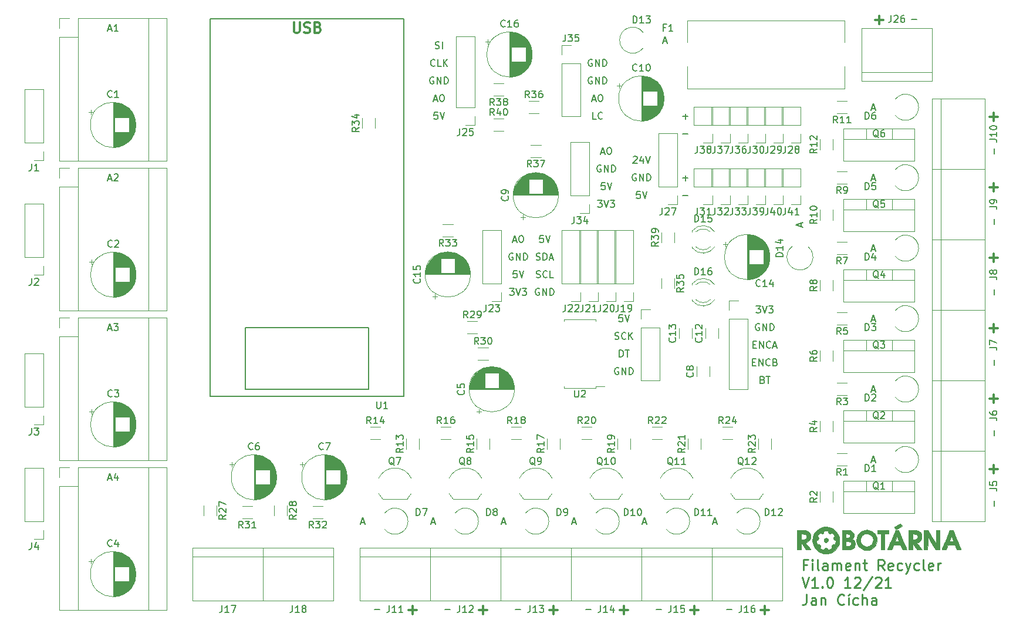
<source format=gto>
G04 #@! TF.GenerationSoftware,KiCad,Pcbnew,(5.1.10)-1*
G04 #@! TF.CreationDate,2021-12-15T20:43:13+01:00*
G04 #@! TF.ProjectId,main_board,6d61696e-5f62-46f6-9172-642e6b696361,rev?*
G04 #@! TF.SameCoordinates,Original*
G04 #@! TF.FileFunction,Legend,Top*
G04 #@! TF.FilePolarity,Positive*
%FSLAX46Y46*%
G04 Gerber Fmt 4.6, Leading zero omitted, Abs format (unit mm)*
G04 Created by KiCad (PCBNEW (5.1.10)-1) date 2021-12-15 20:43:13*
%MOMM*%
%LPD*%
G01*
G04 APERTURE LIST*
%ADD10C,0.150000*%
%ADD11C,0.250000*%
%ADD12C,0.300000*%
%ADD13C,0.010000*%
%ADD14C,0.120000*%
%ADD15C,0.127000*%
%ADD16O,1.700000X1.700000*%
%ADD17R,1.700000X1.700000*%
%ADD18C,1.600000*%
%ADD19R,1.600000X1.600000*%
%ADD20C,1.800000*%
%ADD21R,1.800000X1.800000*%
%ADD22C,1.560000*%
%ADD23R,1.560000X1.560000*%
%ADD24O,2.240000X2.240000*%
%ADD25R,2.240000X2.240000*%
%ADD26C,3.000000*%
%ADD27R,3.000000X3.000000*%
%ADD28C,3.200000*%
%ADD29R,1.500000X1.500000*%
%ADD30C,1.500000*%
%ADD31O,1.905000X2.000000*%
%ADD32R,1.905000X2.000000*%
%ADD33C,2.700000*%
%ADD34O,1.600000X1.600000*%
G04 APERTURE END LIST*
D10*
X109251904Y-52792380D02*
X109870952Y-52792380D01*
X109537619Y-53173333D01*
X109680476Y-53173333D01*
X109775714Y-53220952D01*
X109823333Y-53268571D01*
X109870952Y-53363809D01*
X109870952Y-53601904D01*
X109823333Y-53697142D01*
X109775714Y-53744761D01*
X109680476Y-53792380D01*
X109394761Y-53792380D01*
X109299523Y-53744761D01*
X109251904Y-53697142D01*
X110156666Y-52792380D02*
X110490000Y-53792380D01*
X110823333Y-52792380D01*
X111061428Y-52792380D02*
X111680476Y-52792380D01*
X111347142Y-53173333D01*
X111490000Y-53173333D01*
X111585238Y-53220952D01*
X111632857Y-53268571D01*
X111680476Y-53363809D01*
X111680476Y-53601904D01*
X111632857Y-53697142D01*
X111585238Y-53744761D01*
X111490000Y-53792380D01*
X111204285Y-53792380D01*
X111109047Y-53744761D01*
X111061428Y-53697142D01*
X121951904Y-40092380D02*
X122570952Y-40092380D01*
X122237619Y-40473333D01*
X122380476Y-40473333D01*
X122475714Y-40520952D01*
X122523333Y-40568571D01*
X122570952Y-40663809D01*
X122570952Y-40901904D01*
X122523333Y-40997142D01*
X122475714Y-41044761D01*
X122380476Y-41092380D01*
X122094761Y-41092380D01*
X121999523Y-41044761D01*
X121951904Y-40997142D01*
X122856666Y-40092380D02*
X123190000Y-41092380D01*
X123523333Y-40092380D01*
X123761428Y-40092380D02*
X124380476Y-40092380D01*
X124047142Y-40473333D01*
X124190000Y-40473333D01*
X124285238Y-40520952D01*
X124332857Y-40568571D01*
X124380476Y-40663809D01*
X124380476Y-40901904D01*
X124332857Y-40997142D01*
X124285238Y-41044761D01*
X124190000Y-41092380D01*
X123904285Y-41092380D01*
X123809047Y-41044761D01*
X123761428Y-40997142D01*
X127079523Y-33837619D02*
X127127142Y-33790000D01*
X127222380Y-33742380D01*
X127460476Y-33742380D01*
X127555714Y-33790000D01*
X127603333Y-33837619D01*
X127650952Y-33932857D01*
X127650952Y-34028095D01*
X127603333Y-34170952D01*
X127031904Y-34742380D01*
X127650952Y-34742380D01*
X128508095Y-34075714D02*
X128508095Y-34742380D01*
X128270000Y-33694761D02*
X128031904Y-34409047D01*
X128650952Y-34409047D01*
X128889047Y-33742380D02*
X129222380Y-34742380D01*
X129555714Y-33742380D01*
X127508095Y-36330000D02*
X127412857Y-36282380D01*
X127270000Y-36282380D01*
X127127142Y-36330000D01*
X127031904Y-36425238D01*
X126984285Y-36520476D01*
X126936666Y-36710952D01*
X126936666Y-36853809D01*
X126984285Y-37044285D01*
X127031904Y-37139523D01*
X127127142Y-37234761D01*
X127270000Y-37282380D01*
X127365238Y-37282380D01*
X127508095Y-37234761D01*
X127555714Y-37187142D01*
X127555714Y-36853809D01*
X127365238Y-36853809D01*
X127984285Y-37282380D02*
X127984285Y-36282380D01*
X128555714Y-37282380D01*
X128555714Y-36282380D01*
X129031904Y-37282380D02*
X129031904Y-36282380D01*
X129270000Y-36282380D01*
X129412857Y-36330000D01*
X129508095Y-36425238D01*
X129555714Y-36520476D01*
X129603333Y-36710952D01*
X129603333Y-36853809D01*
X129555714Y-37044285D01*
X129508095Y-37139523D01*
X129412857Y-37234761D01*
X129270000Y-37282380D01*
X129031904Y-37282380D01*
X128079523Y-38822380D02*
X127603333Y-38822380D01*
X127555714Y-39298571D01*
X127603333Y-39250952D01*
X127698571Y-39203333D01*
X127936666Y-39203333D01*
X128031904Y-39250952D01*
X128079523Y-39298571D01*
X128127142Y-39393809D01*
X128127142Y-39631904D01*
X128079523Y-39727142D01*
X128031904Y-39774761D01*
X127936666Y-39822380D01*
X127698571Y-39822380D01*
X127603333Y-39774761D01*
X127555714Y-39727142D01*
X128412857Y-38822380D02*
X128746190Y-39822380D01*
X129079523Y-38822380D01*
D11*
X152149642Y-92642857D02*
X151649642Y-92642857D01*
X151649642Y-93428571D02*
X151649642Y-91928571D01*
X152363928Y-91928571D01*
X152935357Y-93428571D02*
X152935357Y-92428571D01*
X152935357Y-91928571D02*
X152863928Y-92000000D01*
X152935357Y-92071428D01*
X153006785Y-92000000D01*
X152935357Y-91928571D01*
X152935357Y-92071428D01*
X153863928Y-93428571D02*
X153721071Y-93357142D01*
X153649642Y-93214285D01*
X153649642Y-91928571D01*
X155078214Y-93428571D02*
X155078214Y-92642857D01*
X155006785Y-92500000D01*
X154863928Y-92428571D01*
X154578214Y-92428571D01*
X154435357Y-92500000D01*
X155078214Y-93357142D02*
X154935357Y-93428571D01*
X154578214Y-93428571D01*
X154435357Y-93357142D01*
X154363928Y-93214285D01*
X154363928Y-93071428D01*
X154435357Y-92928571D01*
X154578214Y-92857142D01*
X154935357Y-92857142D01*
X155078214Y-92785714D01*
X155792500Y-93428571D02*
X155792500Y-92428571D01*
X155792500Y-92571428D02*
X155863928Y-92500000D01*
X156006785Y-92428571D01*
X156221071Y-92428571D01*
X156363928Y-92500000D01*
X156435357Y-92642857D01*
X156435357Y-93428571D01*
X156435357Y-92642857D02*
X156506785Y-92500000D01*
X156649642Y-92428571D01*
X156863928Y-92428571D01*
X157006785Y-92500000D01*
X157078214Y-92642857D01*
X157078214Y-93428571D01*
X158363928Y-93357142D02*
X158221071Y-93428571D01*
X157935357Y-93428571D01*
X157792500Y-93357142D01*
X157721071Y-93214285D01*
X157721071Y-92642857D01*
X157792500Y-92500000D01*
X157935357Y-92428571D01*
X158221071Y-92428571D01*
X158363928Y-92500000D01*
X158435357Y-92642857D01*
X158435357Y-92785714D01*
X157721071Y-92928571D01*
X159078214Y-92428571D02*
X159078214Y-93428571D01*
X159078214Y-92571428D02*
X159149642Y-92500000D01*
X159292500Y-92428571D01*
X159506785Y-92428571D01*
X159649642Y-92500000D01*
X159721071Y-92642857D01*
X159721071Y-93428571D01*
X160221071Y-92428571D02*
X160792500Y-92428571D01*
X160435357Y-91928571D02*
X160435357Y-93214285D01*
X160506785Y-93357142D01*
X160649642Y-93428571D01*
X160792500Y-93428571D01*
X163292500Y-93428571D02*
X162792500Y-92714285D01*
X162435357Y-93428571D02*
X162435357Y-91928571D01*
X163006785Y-91928571D01*
X163149642Y-92000000D01*
X163221071Y-92071428D01*
X163292500Y-92214285D01*
X163292500Y-92428571D01*
X163221071Y-92571428D01*
X163149642Y-92642857D01*
X163006785Y-92714285D01*
X162435357Y-92714285D01*
X164506785Y-93357142D02*
X164363928Y-93428571D01*
X164078214Y-93428571D01*
X163935357Y-93357142D01*
X163863928Y-93214285D01*
X163863928Y-92642857D01*
X163935357Y-92500000D01*
X164078214Y-92428571D01*
X164363928Y-92428571D01*
X164506785Y-92500000D01*
X164578214Y-92642857D01*
X164578214Y-92785714D01*
X163863928Y-92928571D01*
X165863928Y-93357142D02*
X165721071Y-93428571D01*
X165435357Y-93428571D01*
X165292500Y-93357142D01*
X165221071Y-93285714D01*
X165149642Y-93142857D01*
X165149642Y-92714285D01*
X165221071Y-92571428D01*
X165292500Y-92500000D01*
X165435357Y-92428571D01*
X165721071Y-92428571D01*
X165863928Y-92500000D01*
X166363928Y-92428571D02*
X166721071Y-93428571D01*
X167078214Y-92428571D02*
X166721071Y-93428571D01*
X166578214Y-93785714D01*
X166506785Y-93857142D01*
X166363928Y-93928571D01*
X168292500Y-93357142D02*
X168149642Y-93428571D01*
X167863928Y-93428571D01*
X167721071Y-93357142D01*
X167649642Y-93285714D01*
X167578214Y-93142857D01*
X167578214Y-92714285D01*
X167649642Y-92571428D01*
X167721071Y-92500000D01*
X167863928Y-92428571D01*
X168149642Y-92428571D01*
X168292500Y-92500000D01*
X169149642Y-93428571D02*
X169006785Y-93357142D01*
X168935357Y-93214285D01*
X168935357Y-91928571D01*
X170292500Y-93357142D02*
X170149642Y-93428571D01*
X169863928Y-93428571D01*
X169721071Y-93357142D01*
X169649642Y-93214285D01*
X169649642Y-92642857D01*
X169721071Y-92500000D01*
X169863928Y-92428571D01*
X170149642Y-92428571D01*
X170292500Y-92500000D01*
X170363928Y-92642857D01*
X170363928Y-92785714D01*
X169649642Y-92928571D01*
X171006785Y-93428571D02*
X171006785Y-92428571D01*
X171006785Y-92714285D02*
X171078214Y-92571428D01*
X171149642Y-92500000D01*
X171292500Y-92428571D01*
X171435357Y-92428571D01*
X151435357Y-94428571D02*
X151935357Y-95928571D01*
X152435357Y-94428571D01*
X153721071Y-95928571D02*
X152863928Y-95928571D01*
X153292500Y-95928571D02*
X153292500Y-94428571D01*
X153149642Y-94642857D01*
X153006785Y-94785714D01*
X152863928Y-94857142D01*
X154363928Y-95785714D02*
X154435357Y-95857142D01*
X154363928Y-95928571D01*
X154292500Y-95857142D01*
X154363928Y-95785714D01*
X154363928Y-95928571D01*
X155363928Y-94428571D02*
X155506785Y-94428571D01*
X155649642Y-94500000D01*
X155721071Y-94571428D01*
X155792500Y-94714285D01*
X155863928Y-95000000D01*
X155863928Y-95357142D01*
X155792500Y-95642857D01*
X155721071Y-95785714D01*
X155649642Y-95857142D01*
X155506785Y-95928571D01*
X155363928Y-95928571D01*
X155221071Y-95857142D01*
X155149642Y-95785714D01*
X155078214Y-95642857D01*
X155006785Y-95357142D01*
X155006785Y-95000000D01*
X155078214Y-94714285D01*
X155149642Y-94571428D01*
X155221071Y-94500000D01*
X155363928Y-94428571D01*
X158435357Y-95928571D02*
X157578214Y-95928571D01*
X158006785Y-95928571D02*
X158006785Y-94428571D01*
X157863928Y-94642857D01*
X157721071Y-94785714D01*
X157578214Y-94857142D01*
X159006785Y-94571428D02*
X159078214Y-94500000D01*
X159221071Y-94428571D01*
X159578214Y-94428571D01*
X159721071Y-94500000D01*
X159792500Y-94571428D01*
X159863928Y-94714285D01*
X159863928Y-94857142D01*
X159792500Y-95071428D01*
X158935357Y-95928571D01*
X159863928Y-95928571D01*
X161578214Y-94357142D02*
X160292500Y-96285714D01*
X162006785Y-94571428D02*
X162078214Y-94500000D01*
X162221071Y-94428571D01*
X162578214Y-94428571D01*
X162721071Y-94500000D01*
X162792500Y-94571428D01*
X162863928Y-94714285D01*
X162863928Y-94857142D01*
X162792500Y-95071428D01*
X161935357Y-95928571D01*
X162863928Y-95928571D01*
X164292500Y-95928571D02*
X163435357Y-95928571D01*
X163863928Y-95928571D02*
X163863928Y-94428571D01*
X163721071Y-94642857D01*
X163578214Y-94785714D01*
X163435357Y-94857142D01*
X152078214Y-96928571D02*
X152078214Y-98000000D01*
X152006785Y-98214285D01*
X151863928Y-98357142D01*
X151649642Y-98428571D01*
X151506785Y-98428571D01*
X153435357Y-98428571D02*
X153435357Y-97642857D01*
X153363928Y-97500000D01*
X153221071Y-97428571D01*
X152935357Y-97428571D01*
X152792500Y-97500000D01*
X153435357Y-98357142D02*
X153292500Y-98428571D01*
X152935357Y-98428571D01*
X152792500Y-98357142D01*
X152721071Y-98214285D01*
X152721071Y-98071428D01*
X152792500Y-97928571D01*
X152935357Y-97857142D01*
X153292500Y-97857142D01*
X153435357Y-97785714D01*
X154149642Y-97428571D02*
X154149642Y-98428571D01*
X154149642Y-97571428D02*
X154221071Y-97500000D01*
X154363928Y-97428571D01*
X154578214Y-97428571D01*
X154721071Y-97500000D01*
X154792500Y-97642857D01*
X154792500Y-98428571D01*
X157506785Y-98285714D02*
X157435357Y-98357142D01*
X157221071Y-98428571D01*
X157078214Y-98428571D01*
X156863928Y-98357142D01*
X156721071Y-98214285D01*
X156649642Y-98071428D01*
X156578214Y-97785714D01*
X156578214Y-97571428D01*
X156649642Y-97285714D01*
X156721071Y-97142857D01*
X156863928Y-97000000D01*
X157078214Y-96928571D01*
X157221071Y-96928571D01*
X157435357Y-97000000D01*
X157506785Y-97071428D01*
X158149642Y-98428571D02*
X158149642Y-97428571D01*
X158292500Y-96857142D02*
X158078214Y-97071428D01*
X159506785Y-98357142D02*
X159363928Y-98428571D01*
X159078214Y-98428571D01*
X158935357Y-98357142D01*
X158863928Y-98285714D01*
X158792500Y-98142857D01*
X158792500Y-97714285D01*
X158863928Y-97571428D01*
X158935357Y-97500000D01*
X159078214Y-97428571D01*
X159363928Y-97428571D01*
X159506785Y-97500000D01*
X160149642Y-98428571D02*
X160149642Y-96928571D01*
X160792500Y-98428571D02*
X160792500Y-97642857D01*
X160721071Y-97500000D01*
X160578214Y-97428571D01*
X160363928Y-97428571D01*
X160221071Y-97500000D01*
X160149642Y-97571428D01*
X162149642Y-98428571D02*
X162149642Y-97642857D01*
X162078214Y-97500000D01*
X161935357Y-97428571D01*
X161649642Y-97428571D01*
X161506785Y-97500000D01*
X162149642Y-98357142D02*
X162006785Y-98428571D01*
X161649642Y-98428571D01*
X161506785Y-98357142D01*
X161435357Y-98214285D01*
X161435357Y-98071428D01*
X161506785Y-97928571D01*
X161649642Y-97857142D01*
X162006785Y-97857142D01*
X162149642Y-97785714D01*
D10*
X71120000Y-67310000D02*
X71120000Y-58420000D01*
X88900000Y-67310000D02*
X71120000Y-67310000D01*
X88900000Y-58420000D02*
X88900000Y-67310000D01*
X71120000Y-58420000D02*
X88900000Y-58420000D01*
D12*
X78117142Y-14418571D02*
X78117142Y-15632857D01*
X78188571Y-15775714D01*
X78260000Y-15847142D01*
X78402857Y-15918571D01*
X78688571Y-15918571D01*
X78831428Y-15847142D01*
X78902857Y-15775714D01*
X78974285Y-15632857D01*
X78974285Y-14418571D01*
X79617142Y-15847142D02*
X79831428Y-15918571D01*
X80188571Y-15918571D01*
X80331428Y-15847142D01*
X80402857Y-15775714D01*
X80474285Y-15632857D01*
X80474285Y-15490000D01*
X80402857Y-15347142D01*
X80331428Y-15275714D01*
X80188571Y-15204285D01*
X79902857Y-15132857D01*
X79760000Y-15061428D01*
X79688571Y-14990000D01*
X79617142Y-14847142D01*
X79617142Y-14704285D01*
X79688571Y-14561428D01*
X79760000Y-14490000D01*
X79902857Y-14418571D01*
X80260000Y-14418571D01*
X80474285Y-14490000D01*
X81617142Y-15132857D02*
X81831428Y-15204285D01*
X81902857Y-15275714D01*
X81974285Y-15418571D01*
X81974285Y-15632857D01*
X81902857Y-15775714D01*
X81831428Y-15847142D01*
X81688571Y-15918571D01*
X81117142Y-15918571D01*
X81117142Y-14418571D01*
X81617142Y-14418571D01*
X81760000Y-14490000D01*
X81831428Y-14561428D01*
X81902857Y-14704285D01*
X81902857Y-14847142D01*
X81831428Y-14990000D01*
X81760000Y-15061428D01*
X81617142Y-15132857D01*
X81117142Y-15132857D01*
D10*
X179141428Y-33400952D02*
X179141428Y-32639047D01*
X179141428Y-43560952D02*
X179141428Y-42799047D01*
X179141428Y-53720952D02*
X179141428Y-52959047D01*
X179141428Y-63880952D02*
X179141428Y-63119047D01*
X179141428Y-74040952D02*
X179141428Y-73279047D01*
X179141428Y-84200952D02*
X179141428Y-83439047D01*
X140589047Y-99131428D02*
X141350952Y-99131428D01*
X130429047Y-99131428D02*
X131190952Y-99131428D01*
X120269047Y-99131428D02*
X121030952Y-99131428D01*
X110109047Y-99131428D02*
X110870952Y-99131428D01*
X99949047Y-99131428D02*
X100710952Y-99131428D01*
X89789047Y-99131428D02*
X90550952Y-99131428D01*
X144383333Y-60888571D02*
X144716666Y-60888571D01*
X144859523Y-61412380D02*
X144383333Y-61412380D01*
X144383333Y-60412380D01*
X144859523Y-60412380D01*
X145288095Y-61412380D02*
X145288095Y-60412380D01*
X145859523Y-61412380D01*
X145859523Y-60412380D01*
X146907142Y-61317142D02*
X146859523Y-61364761D01*
X146716666Y-61412380D01*
X146621428Y-61412380D01*
X146478571Y-61364761D01*
X146383333Y-61269523D01*
X146335714Y-61174285D01*
X146288095Y-60983809D01*
X146288095Y-60840952D01*
X146335714Y-60650476D01*
X146383333Y-60555238D01*
X146478571Y-60460000D01*
X146621428Y-60412380D01*
X146716666Y-60412380D01*
X146859523Y-60460000D01*
X146907142Y-60507619D01*
X147288095Y-61126666D02*
X147764285Y-61126666D01*
X147192857Y-61412380D02*
X147526190Y-60412380D01*
X147859523Y-61412380D01*
X145288095Y-57920000D02*
X145192857Y-57872380D01*
X145050000Y-57872380D01*
X144907142Y-57920000D01*
X144811904Y-58015238D01*
X144764285Y-58110476D01*
X144716666Y-58300952D01*
X144716666Y-58443809D01*
X144764285Y-58634285D01*
X144811904Y-58729523D01*
X144907142Y-58824761D01*
X145050000Y-58872380D01*
X145145238Y-58872380D01*
X145288095Y-58824761D01*
X145335714Y-58777142D01*
X145335714Y-58443809D01*
X145145238Y-58443809D01*
X145764285Y-58872380D02*
X145764285Y-57872380D01*
X146335714Y-58872380D01*
X146335714Y-57872380D01*
X146811904Y-58872380D02*
X146811904Y-57872380D01*
X147050000Y-57872380D01*
X147192857Y-57920000D01*
X147288095Y-58015238D01*
X147335714Y-58110476D01*
X147383333Y-58300952D01*
X147383333Y-58443809D01*
X147335714Y-58634285D01*
X147288095Y-58729523D01*
X147192857Y-58824761D01*
X147050000Y-58872380D01*
X146811904Y-58872380D01*
X144311904Y-63428571D02*
X144645238Y-63428571D01*
X144788095Y-63952380D02*
X144311904Y-63952380D01*
X144311904Y-62952380D01*
X144788095Y-62952380D01*
X145216666Y-63952380D02*
X145216666Y-62952380D01*
X145788095Y-63952380D01*
X145788095Y-62952380D01*
X146835714Y-63857142D02*
X146788095Y-63904761D01*
X146645238Y-63952380D01*
X146550000Y-63952380D01*
X146407142Y-63904761D01*
X146311904Y-63809523D01*
X146264285Y-63714285D01*
X146216666Y-63523809D01*
X146216666Y-63380952D01*
X146264285Y-63190476D01*
X146311904Y-63095238D01*
X146407142Y-63000000D01*
X146550000Y-62952380D01*
X146645238Y-62952380D01*
X146788095Y-63000000D01*
X146835714Y-63047619D01*
X147597619Y-63428571D02*
X147740476Y-63476190D01*
X147788095Y-63523809D01*
X147835714Y-63619047D01*
X147835714Y-63761904D01*
X147788095Y-63857142D01*
X147740476Y-63904761D01*
X147645238Y-63952380D01*
X147264285Y-63952380D01*
X147264285Y-62952380D01*
X147597619Y-62952380D01*
X147692857Y-63000000D01*
X147740476Y-63047619D01*
X147788095Y-63142857D01*
X147788095Y-63238095D01*
X147740476Y-63333333D01*
X147692857Y-63380952D01*
X147597619Y-63428571D01*
X147264285Y-63428571D01*
X144811904Y-55332380D02*
X145430952Y-55332380D01*
X145097619Y-55713333D01*
X145240476Y-55713333D01*
X145335714Y-55760952D01*
X145383333Y-55808571D01*
X145430952Y-55903809D01*
X145430952Y-56141904D01*
X145383333Y-56237142D01*
X145335714Y-56284761D01*
X145240476Y-56332380D01*
X144954761Y-56332380D01*
X144859523Y-56284761D01*
X144811904Y-56237142D01*
X145716666Y-55332380D02*
X146050000Y-56332380D01*
X146383333Y-55332380D01*
X146621428Y-55332380D02*
X147240476Y-55332380D01*
X146907142Y-55713333D01*
X147050000Y-55713333D01*
X147145238Y-55760952D01*
X147192857Y-55808571D01*
X147240476Y-55903809D01*
X147240476Y-56141904D01*
X147192857Y-56237142D01*
X147145238Y-56284761D01*
X147050000Y-56332380D01*
X146764285Y-56332380D01*
X146669047Y-56284761D01*
X146621428Y-56237142D01*
X145740476Y-65968571D02*
X145883333Y-66016190D01*
X145930952Y-66063809D01*
X145978571Y-66159047D01*
X145978571Y-66301904D01*
X145930952Y-66397142D01*
X145883333Y-66444761D01*
X145788095Y-66492380D01*
X145407142Y-66492380D01*
X145407142Y-65492380D01*
X145740476Y-65492380D01*
X145835714Y-65540000D01*
X145883333Y-65587619D01*
X145930952Y-65682857D01*
X145930952Y-65778095D01*
X145883333Y-65873333D01*
X145835714Y-65920952D01*
X145740476Y-65968571D01*
X145407142Y-65968571D01*
X146264285Y-65492380D02*
X146835714Y-65492380D01*
X146550000Y-66492380D02*
X146550000Y-65492380D01*
X124968095Y-64270000D02*
X124872857Y-64222380D01*
X124730000Y-64222380D01*
X124587142Y-64270000D01*
X124491904Y-64365238D01*
X124444285Y-64460476D01*
X124396666Y-64650952D01*
X124396666Y-64793809D01*
X124444285Y-64984285D01*
X124491904Y-65079523D01*
X124587142Y-65174761D01*
X124730000Y-65222380D01*
X124825238Y-65222380D01*
X124968095Y-65174761D01*
X125015714Y-65127142D01*
X125015714Y-64793809D01*
X124825238Y-64793809D01*
X125444285Y-65222380D02*
X125444285Y-64222380D01*
X126015714Y-65222380D01*
X126015714Y-64222380D01*
X126491904Y-65222380D02*
X126491904Y-64222380D01*
X126730000Y-64222380D01*
X126872857Y-64270000D01*
X126968095Y-64365238D01*
X127015714Y-64460476D01*
X127063333Y-64650952D01*
X127063333Y-64793809D01*
X127015714Y-64984285D01*
X126968095Y-65079523D01*
X126872857Y-65174761D01*
X126730000Y-65222380D01*
X126491904Y-65222380D01*
X125539523Y-56602380D02*
X125063333Y-56602380D01*
X125015714Y-57078571D01*
X125063333Y-57030952D01*
X125158571Y-56983333D01*
X125396666Y-56983333D01*
X125491904Y-57030952D01*
X125539523Y-57078571D01*
X125587142Y-57173809D01*
X125587142Y-57411904D01*
X125539523Y-57507142D01*
X125491904Y-57554761D01*
X125396666Y-57602380D01*
X125158571Y-57602380D01*
X125063333Y-57554761D01*
X125015714Y-57507142D01*
X125872857Y-56602380D02*
X126206190Y-57602380D01*
X126539523Y-56602380D01*
X124444285Y-60094761D02*
X124587142Y-60142380D01*
X124825238Y-60142380D01*
X124920476Y-60094761D01*
X124968095Y-60047142D01*
X125015714Y-59951904D01*
X125015714Y-59856666D01*
X124968095Y-59761428D01*
X124920476Y-59713809D01*
X124825238Y-59666190D01*
X124634761Y-59618571D01*
X124539523Y-59570952D01*
X124491904Y-59523333D01*
X124444285Y-59428095D01*
X124444285Y-59332857D01*
X124491904Y-59237619D01*
X124539523Y-59190000D01*
X124634761Y-59142380D01*
X124872857Y-59142380D01*
X125015714Y-59190000D01*
X126015714Y-60047142D02*
X125968095Y-60094761D01*
X125825238Y-60142380D01*
X125730000Y-60142380D01*
X125587142Y-60094761D01*
X125491904Y-59999523D01*
X125444285Y-59904285D01*
X125396666Y-59713809D01*
X125396666Y-59570952D01*
X125444285Y-59380476D01*
X125491904Y-59285238D01*
X125587142Y-59190000D01*
X125730000Y-59142380D01*
X125825238Y-59142380D01*
X125968095Y-59190000D01*
X126015714Y-59237619D01*
X126444285Y-60142380D02*
X126444285Y-59142380D01*
X127015714Y-60142380D02*
X126587142Y-59570952D01*
X127015714Y-59142380D02*
X126444285Y-59713809D01*
X125087142Y-62682380D02*
X125087142Y-61682380D01*
X125325238Y-61682380D01*
X125468095Y-61730000D01*
X125563333Y-61825238D01*
X125610952Y-61920476D01*
X125658571Y-62110952D01*
X125658571Y-62253809D01*
X125610952Y-62444285D01*
X125563333Y-62539523D01*
X125468095Y-62634761D01*
X125325238Y-62682380D01*
X125087142Y-62682380D01*
X125944285Y-61682380D02*
X126515714Y-61682380D01*
X126230000Y-62682380D02*
X126230000Y-61682380D01*
X113085714Y-48664761D02*
X113228571Y-48712380D01*
X113466666Y-48712380D01*
X113561904Y-48664761D01*
X113609523Y-48617142D01*
X113657142Y-48521904D01*
X113657142Y-48426666D01*
X113609523Y-48331428D01*
X113561904Y-48283809D01*
X113466666Y-48236190D01*
X113276190Y-48188571D01*
X113180952Y-48140952D01*
X113133333Y-48093333D01*
X113085714Y-47998095D01*
X113085714Y-47902857D01*
X113133333Y-47807619D01*
X113180952Y-47760000D01*
X113276190Y-47712380D01*
X113514285Y-47712380D01*
X113657142Y-47760000D01*
X114085714Y-48712380D02*
X114085714Y-47712380D01*
X114323809Y-47712380D01*
X114466666Y-47760000D01*
X114561904Y-47855238D01*
X114609523Y-47950476D01*
X114657142Y-48140952D01*
X114657142Y-48283809D01*
X114609523Y-48474285D01*
X114561904Y-48569523D01*
X114466666Y-48664761D01*
X114323809Y-48712380D01*
X114085714Y-48712380D01*
X115038095Y-48426666D02*
X115514285Y-48426666D01*
X114942857Y-48712380D02*
X115276190Y-47712380D01*
X115609523Y-48712380D01*
X113109523Y-51204761D02*
X113252380Y-51252380D01*
X113490476Y-51252380D01*
X113585714Y-51204761D01*
X113633333Y-51157142D01*
X113680952Y-51061904D01*
X113680952Y-50966666D01*
X113633333Y-50871428D01*
X113585714Y-50823809D01*
X113490476Y-50776190D01*
X113300000Y-50728571D01*
X113204761Y-50680952D01*
X113157142Y-50633333D01*
X113109523Y-50538095D01*
X113109523Y-50442857D01*
X113157142Y-50347619D01*
X113204761Y-50300000D01*
X113300000Y-50252380D01*
X113538095Y-50252380D01*
X113680952Y-50300000D01*
X114680952Y-51157142D02*
X114633333Y-51204761D01*
X114490476Y-51252380D01*
X114395238Y-51252380D01*
X114252380Y-51204761D01*
X114157142Y-51109523D01*
X114109523Y-51014285D01*
X114061904Y-50823809D01*
X114061904Y-50680952D01*
X114109523Y-50490476D01*
X114157142Y-50395238D01*
X114252380Y-50300000D01*
X114395238Y-50252380D01*
X114490476Y-50252380D01*
X114633333Y-50300000D01*
X114680952Y-50347619D01*
X115585714Y-51252380D02*
X115109523Y-51252380D01*
X115109523Y-50252380D01*
X113538095Y-52840000D02*
X113442857Y-52792380D01*
X113300000Y-52792380D01*
X113157142Y-52840000D01*
X113061904Y-52935238D01*
X113014285Y-53030476D01*
X112966666Y-53220952D01*
X112966666Y-53363809D01*
X113014285Y-53554285D01*
X113061904Y-53649523D01*
X113157142Y-53744761D01*
X113300000Y-53792380D01*
X113395238Y-53792380D01*
X113538095Y-53744761D01*
X113585714Y-53697142D01*
X113585714Y-53363809D01*
X113395238Y-53363809D01*
X114014285Y-53792380D02*
X114014285Y-52792380D01*
X114585714Y-53792380D01*
X114585714Y-52792380D01*
X115061904Y-53792380D02*
X115061904Y-52792380D01*
X115300000Y-52792380D01*
X115442857Y-52840000D01*
X115538095Y-52935238D01*
X115585714Y-53030476D01*
X115633333Y-53220952D01*
X115633333Y-53363809D01*
X115585714Y-53554285D01*
X115538095Y-53649523D01*
X115442857Y-53744761D01*
X115300000Y-53792380D01*
X115061904Y-53792380D01*
X114109523Y-45172380D02*
X113633333Y-45172380D01*
X113585714Y-45648571D01*
X113633333Y-45600952D01*
X113728571Y-45553333D01*
X113966666Y-45553333D01*
X114061904Y-45600952D01*
X114109523Y-45648571D01*
X114157142Y-45743809D01*
X114157142Y-45981904D01*
X114109523Y-46077142D01*
X114061904Y-46124761D01*
X113966666Y-46172380D01*
X113728571Y-46172380D01*
X113633333Y-46124761D01*
X113585714Y-46077142D01*
X114442857Y-45172380D02*
X114776190Y-46172380D01*
X115109523Y-45172380D01*
X167259047Y-14041428D02*
X168020952Y-14041428D01*
X121729523Y-28392380D02*
X121253333Y-28392380D01*
X121253333Y-27392380D01*
X122634285Y-28297142D02*
X122586666Y-28344761D01*
X122443809Y-28392380D01*
X122348571Y-28392380D01*
X122205714Y-28344761D01*
X122110476Y-28249523D01*
X122062857Y-28154285D01*
X122015238Y-27963809D01*
X122015238Y-27820952D01*
X122062857Y-27630476D01*
X122110476Y-27535238D01*
X122205714Y-27440000D01*
X122348571Y-27392380D01*
X122443809Y-27392380D01*
X122586666Y-27440000D01*
X122634285Y-27487619D01*
X121158095Y-25566666D02*
X121634285Y-25566666D01*
X121062857Y-25852380D02*
X121396190Y-24852380D01*
X121729523Y-25852380D01*
X122253333Y-24852380D02*
X122443809Y-24852380D01*
X122539047Y-24900000D01*
X122634285Y-24995238D01*
X122681904Y-25185714D01*
X122681904Y-25519047D01*
X122634285Y-25709523D01*
X122539047Y-25804761D01*
X122443809Y-25852380D01*
X122253333Y-25852380D01*
X122158095Y-25804761D01*
X122062857Y-25709523D01*
X122015238Y-25519047D01*
X122015238Y-25185714D01*
X122062857Y-24995238D01*
X122158095Y-24900000D01*
X122253333Y-24852380D01*
X121158095Y-19820000D02*
X121062857Y-19772380D01*
X120920000Y-19772380D01*
X120777142Y-19820000D01*
X120681904Y-19915238D01*
X120634285Y-20010476D01*
X120586666Y-20200952D01*
X120586666Y-20343809D01*
X120634285Y-20534285D01*
X120681904Y-20629523D01*
X120777142Y-20724761D01*
X120920000Y-20772380D01*
X121015238Y-20772380D01*
X121158095Y-20724761D01*
X121205714Y-20677142D01*
X121205714Y-20343809D01*
X121015238Y-20343809D01*
X121634285Y-20772380D02*
X121634285Y-19772380D01*
X122205714Y-20772380D01*
X122205714Y-19772380D01*
X122681904Y-20772380D02*
X122681904Y-19772380D01*
X122920000Y-19772380D01*
X123062857Y-19820000D01*
X123158095Y-19915238D01*
X123205714Y-20010476D01*
X123253333Y-20200952D01*
X123253333Y-20343809D01*
X123205714Y-20534285D01*
X123158095Y-20629523D01*
X123062857Y-20724761D01*
X122920000Y-20772380D01*
X122681904Y-20772380D01*
X121158095Y-22360000D02*
X121062857Y-22312380D01*
X120920000Y-22312380D01*
X120777142Y-22360000D01*
X120681904Y-22455238D01*
X120634285Y-22550476D01*
X120586666Y-22740952D01*
X120586666Y-22883809D01*
X120634285Y-23074285D01*
X120681904Y-23169523D01*
X120777142Y-23264761D01*
X120920000Y-23312380D01*
X121015238Y-23312380D01*
X121158095Y-23264761D01*
X121205714Y-23217142D01*
X121205714Y-22883809D01*
X121015238Y-22883809D01*
X121634285Y-23312380D02*
X121634285Y-22312380D01*
X122205714Y-23312380D01*
X122205714Y-22312380D01*
X122681904Y-23312380D02*
X122681904Y-22312380D01*
X122920000Y-22312380D01*
X123062857Y-22360000D01*
X123158095Y-22455238D01*
X123205714Y-22550476D01*
X123253333Y-22740952D01*
X123253333Y-22883809D01*
X123205714Y-23074285D01*
X123158095Y-23169523D01*
X123062857Y-23264761D01*
X122920000Y-23312380D01*
X122681904Y-23312380D01*
X134239047Y-39441428D02*
X135000952Y-39441428D01*
X134239047Y-30551428D02*
X135000952Y-30551428D01*
X134239047Y-28011428D02*
X135000952Y-28011428D01*
X134620000Y-28392380D02*
X134620000Y-27630476D01*
X134239047Y-36901428D02*
X135000952Y-36901428D01*
X134620000Y-37282380D02*
X134620000Y-36520476D01*
X122999523Y-37552380D02*
X122523333Y-37552380D01*
X122475714Y-38028571D01*
X122523333Y-37980952D01*
X122618571Y-37933333D01*
X122856666Y-37933333D01*
X122951904Y-37980952D01*
X122999523Y-38028571D01*
X123047142Y-38123809D01*
X123047142Y-38361904D01*
X122999523Y-38457142D01*
X122951904Y-38504761D01*
X122856666Y-38552380D01*
X122618571Y-38552380D01*
X122523333Y-38504761D01*
X122475714Y-38457142D01*
X123332857Y-37552380D02*
X123666190Y-38552380D01*
X123999523Y-37552380D01*
X122428095Y-35060000D02*
X122332857Y-35012380D01*
X122190000Y-35012380D01*
X122047142Y-35060000D01*
X121951904Y-35155238D01*
X121904285Y-35250476D01*
X121856666Y-35440952D01*
X121856666Y-35583809D01*
X121904285Y-35774285D01*
X121951904Y-35869523D01*
X122047142Y-35964761D01*
X122190000Y-36012380D01*
X122285238Y-36012380D01*
X122428095Y-35964761D01*
X122475714Y-35917142D01*
X122475714Y-35583809D01*
X122285238Y-35583809D01*
X122904285Y-36012380D02*
X122904285Y-35012380D01*
X123475714Y-36012380D01*
X123475714Y-35012380D01*
X123951904Y-36012380D02*
X123951904Y-35012380D01*
X124190000Y-35012380D01*
X124332857Y-35060000D01*
X124428095Y-35155238D01*
X124475714Y-35250476D01*
X124523333Y-35440952D01*
X124523333Y-35583809D01*
X124475714Y-35774285D01*
X124428095Y-35869523D01*
X124332857Y-35964761D01*
X124190000Y-36012380D01*
X123951904Y-36012380D01*
X122428095Y-33186666D02*
X122904285Y-33186666D01*
X122332857Y-33472380D02*
X122666190Y-32472380D01*
X122999523Y-33472380D01*
X123523333Y-32472380D02*
X123713809Y-32472380D01*
X123809047Y-32520000D01*
X123904285Y-32615238D01*
X123951904Y-32805714D01*
X123951904Y-33139047D01*
X123904285Y-33329523D01*
X123809047Y-33424761D01*
X123713809Y-33472380D01*
X123523333Y-33472380D01*
X123428095Y-33424761D01*
X123332857Y-33329523D01*
X123285238Y-33139047D01*
X123285238Y-32805714D01*
X123332857Y-32615238D01*
X123428095Y-32520000D01*
X123523333Y-32472380D01*
X109728095Y-45886666D02*
X110204285Y-45886666D01*
X109632857Y-46172380D02*
X109966190Y-45172380D01*
X110299523Y-46172380D01*
X110823333Y-45172380D02*
X111013809Y-45172380D01*
X111109047Y-45220000D01*
X111204285Y-45315238D01*
X111251904Y-45505714D01*
X111251904Y-45839047D01*
X111204285Y-46029523D01*
X111109047Y-46124761D01*
X111013809Y-46172380D01*
X110823333Y-46172380D01*
X110728095Y-46124761D01*
X110632857Y-46029523D01*
X110585238Y-45839047D01*
X110585238Y-45505714D01*
X110632857Y-45315238D01*
X110728095Y-45220000D01*
X110823333Y-45172380D01*
X109728095Y-47760000D02*
X109632857Y-47712380D01*
X109490000Y-47712380D01*
X109347142Y-47760000D01*
X109251904Y-47855238D01*
X109204285Y-47950476D01*
X109156666Y-48140952D01*
X109156666Y-48283809D01*
X109204285Y-48474285D01*
X109251904Y-48569523D01*
X109347142Y-48664761D01*
X109490000Y-48712380D01*
X109585238Y-48712380D01*
X109728095Y-48664761D01*
X109775714Y-48617142D01*
X109775714Y-48283809D01*
X109585238Y-48283809D01*
X110204285Y-48712380D02*
X110204285Y-47712380D01*
X110775714Y-48712380D01*
X110775714Y-47712380D01*
X111251904Y-48712380D02*
X111251904Y-47712380D01*
X111490000Y-47712380D01*
X111632857Y-47760000D01*
X111728095Y-47855238D01*
X111775714Y-47950476D01*
X111823333Y-48140952D01*
X111823333Y-48283809D01*
X111775714Y-48474285D01*
X111728095Y-48569523D01*
X111632857Y-48664761D01*
X111490000Y-48712380D01*
X111251904Y-48712380D01*
X110299523Y-50252380D02*
X109823333Y-50252380D01*
X109775714Y-50728571D01*
X109823333Y-50680952D01*
X109918571Y-50633333D01*
X110156666Y-50633333D01*
X110251904Y-50680952D01*
X110299523Y-50728571D01*
X110347142Y-50823809D01*
X110347142Y-51061904D01*
X110299523Y-51157142D01*
X110251904Y-51204761D01*
X110156666Y-51252380D01*
X109918571Y-51252380D01*
X109823333Y-51204761D01*
X109775714Y-51157142D01*
X110632857Y-50252380D02*
X110966190Y-51252380D01*
X111299523Y-50252380D01*
X98869523Y-27392380D02*
X98393333Y-27392380D01*
X98345714Y-27868571D01*
X98393333Y-27820952D01*
X98488571Y-27773333D01*
X98726666Y-27773333D01*
X98821904Y-27820952D01*
X98869523Y-27868571D01*
X98917142Y-27963809D01*
X98917142Y-28201904D01*
X98869523Y-28297142D01*
X98821904Y-28344761D01*
X98726666Y-28392380D01*
X98488571Y-28392380D01*
X98393333Y-28344761D01*
X98345714Y-28297142D01*
X99202857Y-27392380D02*
X99536190Y-28392380D01*
X99869523Y-27392380D01*
X98298095Y-25566666D02*
X98774285Y-25566666D01*
X98202857Y-25852380D02*
X98536190Y-24852380D01*
X98869523Y-25852380D01*
X99393333Y-24852380D02*
X99583809Y-24852380D01*
X99679047Y-24900000D01*
X99774285Y-24995238D01*
X99821904Y-25185714D01*
X99821904Y-25519047D01*
X99774285Y-25709523D01*
X99679047Y-25804761D01*
X99583809Y-25852380D01*
X99393333Y-25852380D01*
X99298095Y-25804761D01*
X99202857Y-25709523D01*
X99155238Y-25519047D01*
X99155238Y-25185714D01*
X99202857Y-24995238D01*
X99298095Y-24900000D01*
X99393333Y-24852380D01*
X98298095Y-22360000D02*
X98202857Y-22312380D01*
X98060000Y-22312380D01*
X97917142Y-22360000D01*
X97821904Y-22455238D01*
X97774285Y-22550476D01*
X97726666Y-22740952D01*
X97726666Y-22883809D01*
X97774285Y-23074285D01*
X97821904Y-23169523D01*
X97917142Y-23264761D01*
X98060000Y-23312380D01*
X98155238Y-23312380D01*
X98298095Y-23264761D01*
X98345714Y-23217142D01*
X98345714Y-22883809D01*
X98155238Y-22883809D01*
X98774285Y-23312380D02*
X98774285Y-22312380D01*
X99345714Y-23312380D01*
X99345714Y-22312380D01*
X99821904Y-23312380D02*
X99821904Y-22312380D01*
X100060000Y-22312380D01*
X100202857Y-22360000D01*
X100298095Y-22455238D01*
X100345714Y-22550476D01*
X100393333Y-22740952D01*
X100393333Y-22883809D01*
X100345714Y-23074285D01*
X100298095Y-23169523D01*
X100202857Y-23264761D01*
X100060000Y-23312380D01*
X99821904Y-23312380D01*
X98464761Y-20677142D02*
X98417142Y-20724761D01*
X98274285Y-20772380D01*
X98179047Y-20772380D01*
X98036190Y-20724761D01*
X97940952Y-20629523D01*
X97893333Y-20534285D01*
X97845714Y-20343809D01*
X97845714Y-20200952D01*
X97893333Y-20010476D01*
X97940952Y-19915238D01*
X98036190Y-19820000D01*
X98179047Y-19772380D01*
X98274285Y-19772380D01*
X98417142Y-19820000D01*
X98464761Y-19867619D01*
X99369523Y-20772380D02*
X98893333Y-20772380D01*
X98893333Y-19772380D01*
X99702857Y-20772380D02*
X99702857Y-19772380D01*
X100274285Y-20772380D02*
X99845714Y-20200952D01*
X100274285Y-19772380D02*
X99702857Y-20343809D01*
X98536190Y-18184761D02*
X98679047Y-18232380D01*
X98917142Y-18232380D01*
X99012380Y-18184761D01*
X99060000Y-18137142D01*
X99107619Y-18041904D01*
X99107619Y-17946666D01*
X99060000Y-17851428D01*
X99012380Y-17803809D01*
X98917142Y-17756190D01*
X98726666Y-17708571D01*
X98631428Y-17660952D01*
X98583809Y-17613333D01*
X98536190Y-17518095D01*
X98536190Y-17422857D01*
X98583809Y-17327619D01*
X98631428Y-17280000D01*
X98726666Y-17232380D01*
X98964761Y-17232380D01*
X99107619Y-17280000D01*
X99536190Y-18232380D02*
X99536190Y-17232380D01*
D12*
X161988571Y-14077142D02*
X163131428Y-14077142D01*
X162560000Y-14648571D02*
X162560000Y-13505714D01*
X178498571Y-28047142D02*
X179641428Y-28047142D01*
X179070000Y-28618571D02*
X179070000Y-27475714D01*
X178498571Y-38207142D02*
X179641428Y-38207142D01*
X179070000Y-38778571D02*
X179070000Y-37635714D01*
X178498571Y-48367142D02*
X179641428Y-48367142D01*
X179070000Y-48938571D02*
X179070000Y-47795714D01*
X178498571Y-58527142D02*
X179641428Y-58527142D01*
X179070000Y-59098571D02*
X179070000Y-57955714D01*
X178498571Y-68687142D02*
X179641428Y-68687142D01*
X179070000Y-69258571D02*
X179070000Y-68115714D01*
X178498571Y-78847142D02*
X179641428Y-78847142D01*
X179070000Y-79418571D02*
X179070000Y-78275714D01*
X145478571Y-99167142D02*
X146621428Y-99167142D01*
X146050000Y-99738571D02*
X146050000Y-98595714D01*
X135318571Y-99167142D02*
X136461428Y-99167142D01*
X135890000Y-99738571D02*
X135890000Y-98595714D01*
X125158571Y-99167142D02*
X126301428Y-99167142D01*
X125730000Y-99738571D02*
X125730000Y-98595714D01*
X114998571Y-99167142D02*
X116141428Y-99167142D01*
X115570000Y-99738571D02*
X115570000Y-98595714D01*
X104838571Y-99167142D02*
X105981428Y-99167142D01*
X105410000Y-99738571D02*
X105410000Y-98595714D01*
X94678571Y-99167142D02*
X95821428Y-99167142D01*
X95250000Y-99738571D02*
X95250000Y-98595714D01*
D13*
G36*
X155024432Y-88813642D02*
G01*
X155122596Y-88879452D01*
X155185943Y-88973568D01*
X155213555Y-89083250D01*
X155204511Y-89195762D01*
X155157890Y-89298366D01*
X155072771Y-89378323D01*
X154948235Y-89422896D01*
X154938293Y-89424325D01*
X154844023Y-89426518D01*
X154767260Y-89412003D01*
X154765375Y-89411213D01*
X154657329Y-89333608D01*
X154591373Y-89222882D01*
X154570770Y-89096054D01*
X154598784Y-88970145D01*
X154662909Y-88876909D01*
X154740818Y-88816112D01*
X154830163Y-88791515D01*
X154892375Y-88788875D01*
X155024432Y-88813642D01*
G37*
X155024432Y-88813642D02*
X155122596Y-88879452D01*
X155185943Y-88973568D01*
X155213555Y-89083250D01*
X155204511Y-89195762D01*
X155157890Y-89298366D01*
X155072771Y-89378323D01*
X154948235Y-89422896D01*
X154938293Y-89424325D01*
X154844023Y-89426518D01*
X154767260Y-89412003D01*
X154765375Y-89411213D01*
X154657329Y-89333608D01*
X154591373Y-89222882D01*
X154570770Y-89096054D01*
X154598784Y-88970145D01*
X154662909Y-88876909D01*
X154740818Y-88816112D01*
X154830163Y-88791515D01*
X154892375Y-88788875D01*
X155024432Y-88813642D01*
G36*
X165655193Y-86735663D02*
G01*
X165703086Y-86803160D01*
X165755642Y-86891693D01*
X165855659Y-87073275D01*
X165422267Y-87303094D01*
X165271706Y-87382335D01*
X165141219Y-87449881D01*
X165040925Y-87500581D01*
X164980945Y-87529286D01*
X164968819Y-87533831D01*
X164941993Y-87509939D01*
X164893756Y-87447316D01*
X164851752Y-87385614D01*
X164800906Y-87300593D01*
X164771276Y-87237352D01*
X164768015Y-87214999D01*
X164800117Y-87190084D01*
X164875466Y-87141146D01*
X164982249Y-87075144D01*
X165108652Y-86999039D01*
X165242864Y-86919791D01*
X165373070Y-86844359D01*
X165487458Y-86779704D01*
X165574215Y-86732787D01*
X165621527Y-86710566D01*
X165625672Y-86709680D01*
X165655193Y-86735663D01*
G37*
X165655193Y-86735663D02*
X165703086Y-86803160D01*
X165755642Y-86891693D01*
X165855659Y-87073275D01*
X165422267Y-87303094D01*
X165271706Y-87382335D01*
X165141219Y-87449881D01*
X165040925Y-87500581D01*
X164980945Y-87529286D01*
X164968819Y-87533831D01*
X164941993Y-87509939D01*
X164893756Y-87447316D01*
X164851752Y-87385614D01*
X164800906Y-87300593D01*
X164771276Y-87237352D01*
X164768015Y-87214999D01*
X164800117Y-87190084D01*
X164875466Y-87141146D01*
X164982249Y-87075144D01*
X165108652Y-86999039D01*
X165242864Y-86919791D01*
X165373070Y-86844359D01*
X165487458Y-86779704D01*
X165574215Y-86732787D01*
X165621527Y-86710566D01*
X165625672Y-86709680D01*
X165655193Y-86735663D01*
G36*
X173772078Y-89027000D02*
G01*
X173888396Y-89304181D01*
X173997474Y-89564621D01*
X174096774Y-89802222D01*
X174183758Y-90010887D01*
X174255886Y-90184518D01*
X174310622Y-90317017D01*
X174345426Y-90402289D01*
X174357453Y-90433117D01*
X174361131Y-90459112D01*
X174344248Y-90475064D01*
X174295979Y-90482760D01*
X174205496Y-90483987D01*
X174068947Y-90480742D01*
X173761866Y-90471625D01*
X173474828Y-89787423D01*
X172979522Y-89796149D01*
X172484217Y-89804875D01*
X172196125Y-90486451D01*
X171887348Y-90486975D01*
X171745854Y-90486731D01*
X171657181Y-90483619D01*
X171610650Y-90474939D01*
X171595584Y-90457993D01*
X171601302Y-90430084D01*
X171606696Y-90416062D01*
X171624451Y-90372675D01*
X171664076Y-90276926D01*
X171722976Y-90135053D01*
X171798557Y-89953292D01*
X171888223Y-89737881D01*
X171989380Y-89495056D01*
X172099434Y-89231055D01*
X172104331Y-89219314D01*
X172720000Y-89219314D01*
X172749298Y-89232904D01*
X172827429Y-89243272D01*
X172939743Y-89248775D01*
X172987106Y-89249250D01*
X173254213Y-89249250D01*
X173122044Y-88870054D01*
X173070967Y-88729326D01*
X173025850Y-88615775D01*
X172991166Y-88539906D01*
X172971387Y-88512226D01*
X172969994Y-88512867D01*
X172951595Y-88550834D01*
X172918724Y-88633825D01*
X172876790Y-88746556D01*
X172831202Y-88873741D01*
X172787367Y-89000098D01*
X172750695Y-89110341D01*
X172726594Y-89189188D01*
X172720000Y-89219314D01*
X172104331Y-89219314D01*
X172191168Y-89011125D01*
X172747515Y-87677625D01*
X173205278Y-87677625D01*
X173772078Y-89027000D01*
G37*
X173772078Y-89027000D02*
X173888396Y-89304181D01*
X173997474Y-89564621D01*
X174096774Y-89802222D01*
X174183758Y-90010887D01*
X174255886Y-90184518D01*
X174310622Y-90317017D01*
X174345426Y-90402289D01*
X174357453Y-90433117D01*
X174361131Y-90459112D01*
X174344248Y-90475064D01*
X174295979Y-90482760D01*
X174205496Y-90483987D01*
X174068947Y-90480742D01*
X173761866Y-90471625D01*
X173474828Y-89787423D01*
X172979522Y-89796149D01*
X172484217Y-89804875D01*
X172196125Y-90486451D01*
X171887348Y-90486975D01*
X171745854Y-90486731D01*
X171657181Y-90483619D01*
X171610650Y-90474939D01*
X171595584Y-90457993D01*
X171601302Y-90430084D01*
X171606696Y-90416062D01*
X171624451Y-90372675D01*
X171664076Y-90276926D01*
X171722976Y-90135053D01*
X171798557Y-89953292D01*
X171888223Y-89737881D01*
X171989380Y-89495056D01*
X172099434Y-89231055D01*
X172104331Y-89219314D01*
X172720000Y-89219314D01*
X172749298Y-89232904D01*
X172827429Y-89243272D01*
X172939743Y-89248775D01*
X172987106Y-89249250D01*
X173254213Y-89249250D01*
X173122044Y-88870054D01*
X173070967Y-88729326D01*
X173025850Y-88615775D01*
X172991166Y-88539906D01*
X172971387Y-88512226D01*
X172969994Y-88512867D01*
X172951595Y-88550834D01*
X172918724Y-88633825D01*
X172876790Y-88746556D01*
X172831202Y-88873741D01*
X172787367Y-89000098D01*
X172750695Y-89110341D01*
X172726594Y-89189188D01*
X172720000Y-89219314D01*
X172104331Y-89219314D01*
X172191168Y-89011125D01*
X172747515Y-87677625D01*
X173205278Y-87677625D01*
X173772078Y-89027000D01*
G36*
X171323000Y-90489721D02*
G01*
X170677288Y-90471625D01*
X170119081Y-89500668D01*
X169560875Y-88529711D01*
X169552485Y-89508605D01*
X169544095Y-90487500D01*
X169005250Y-90487500D01*
X169005250Y-87661750D01*
X169314812Y-87662000D01*
X169624375Y-87662250D01*
X170187484Y-88654187D01*
X170750593Y-89646125D01*
X170751046Y-88653937D01*
X170751500Y-87661750D01*
X171323000Y-87661750D01*
X171323000Y-90489721D01*
G37*
X171323000Y-90489721D02*
X170677288Y-90471625D01*
X170119081Y-89500668D01*
X169560875Y-88529711D01*
X169552485Y-89508605D01*
X169544095Y-90487500D01*
X169005250Y-90487500D01*
X169005250Y-87661750D01*
X169314812Y-87662000D01*
X169624375Y-87662250D01*
X170187484Y-88654187D01*
X170750593Y-89646125D01*
X170751046Y-88653937D01*
X170751500Y-87661750D01*
X171323000Y-87661750D01*
X171323000Y-90489721D01*
G36*
X167409812Y-87667462D02*
G01*
X167627954Y-87671602D01*
X167793318Y-87676505D01*
X167916627Y-87683334D01*
X168008600Y-87693252D01*
X168079960Y-87707423D01*
X168141427Y-87727009D01*
X168203723Y-87753174D01*
X168204943Y-87753724D01*
X168392996Y-87871102D01*
X168536107Y-88031358D01*
X168632188Y-88230510D01*
X168679156Y-88464580D01*
X168680827Y-88661741D01*
X168663200Y-88818982D01*
X168629037Y-88940930D01*
X168579485Y-89040857D01*
X168456592Y-89197657D01*
X168295670Y-89326835D01*
X168118600Y-89410993D01*
X168111126Y-89413286D01*
X168034598Y-89439405D01*
X167992234Y-89460064D01*
X167989250Y-89464101D01*
X168007208Y-89492876D01*
X168057244Y-89564614D01*
X168133601Y-89671279D01*
X168230521Y-89804835D01*
X168342246Y-89957248D01*
X168355335Y-89975012D01*
X168721420Y-90471625D01*
X168379147Y-90480939D01*
X168225951Y-90484061D01*
X168123664Y-90482340D01*
X168059776Y-90474071D01*
X168021772Y-90457553D01*
X167997141Y-90431080D01*
X167995527Y-90428709D01*
X167964180Y-90382513D01*
X167903967Y-90294167D01*
X167821887Y-90173925D01*
X167724936Y-90032041D01*
X167654214Y-89928616D01*
X167354250Y-89490068D01*
X167354250Y-90487500D01*
X166782750Y-90487500D01*
X166782750Y-88201500D01*
X167354250Y-88201500D01*
X167354250Y-88995250D01*
X167568562Y-88993457D01*
X167698038Y-88986768D01*
X167818301Y-88971191D01*
X167891026Y-88953770D01*
X168017940Y-88879900D01*
X168097117Y-88764389D01*
X168128017Y-88608075D01*
X168128461Y-88583934D01*
X168106555Y-88437258D01*
X168039016Y-88327617D01*
X167923114Y-88253115D01*
X167756116Y-88211856D01*
X167577519Y-88201500D01*
X167354250Y-88201500D01*
X166782750Y-88201500D01*
X166782750Y-87656983D01*
X167409812Y-87667462D01*
G37*
X167409812Y-87667462D02*
X167627954Y-87671602D01*
X167793318Y-87676505D01*
X167916627Y-87683334D01*
X168008600Y-87693252D01*
X168079960Y-87707423D01*
X168141427Y-87727009D01*
X168203723Y-87753174D01*
X168204943Y-87753724D01*
X168392996Y-87871102D01*
X168536107Y-88031358D01*
X168632188Y-88230510D01*
X168679156Y-88464580D01*
X168680827Y-88661741D01*
X168663200Y-88818982D01*
X168629037Y-88940930D01*
X168579485Y-89040857D01*
X168456592Y-89197657D01*
X168295670Y-89326835D01*
X168118600Y-89410993D01*
X168111126Y-89413286D01*
X168034598Y-89439405D01*
X167992234Y-89460064D01*
X167989250Y-89464101D01*
X168007208Y-89492876D01*
X168057244Y-89564614D01*
X168133601Y-89671279D01*
X168230521Y-89804835D01*
X168342246Y-89957248D01*
X168355335Y-89975012D01*
X168721420Y-90471625D01*
X168379147Y-90480939D01*
X168225951Y-90484061D01*
X168123664Y-90482340D01*
X168059776Y-90474071D01*
X168021772Y-90457553D01*
X167997141Y-90431080D01*
X167995527Y-90428709D01*
X167964180Y-90382513D01*
X167903967Y-90294167D01*
X167821887Y-90173925D01*
X167724936Y-90032041D01*
X167654214Y-89928616D01*
X167354250Y-89490068D01*
X167354250Y-90487500D01*
X166782750Y-90487500D01*
X166782750Y-88201500D01*
X167354250Y-88201500D01*
X167354250Y-88995250D01*
X167568562Y-88993457D01*
X167698038Y-88986768D01*
X167818301Y-88971191D01*
X167891026Y-88953770D01*
X168017940Y-88879900D01*
X168097117Y-88764389D01*
X168128017Y-88608075D01*
X168128461Y-88583934D01*
X168106555Y-88437258D01*
X168039016Y-88327617D01*
X167923114Y-88253115D01*
X167756116Y-88211856D01*
X167577519Y-88201500D01*
X167354250Y-88201500D01*
X166782750Y-88201500D01*
X166782750Y-87656983D01*
X167409812Y-87667462D01*
G36*
X165942993Y-89074616D02*
G01*
X166060366Y-89354726D01*
X166169891Y-89616466D01*
X166269185Y-89854113D01*
X166355863Y-90061944D01*
X166427542Y-90234236D01*
X166481838Y-90365266D01*
X166516367Y-90449313D01*
X166528744Y-90480652D01*
X166528750Y-90480703D01*
X166499294Y-90483706D01*
X166420024Y-90484416D01*
X166304583Y-90482834D01*
X166221176Y-90480712D01*
X165913602Y-90471625D01*
X165772075Y-90130312D01*
X165630548Y-89789000D01*
X165135086Y-89789524D01*
X164639625Y-89790048D01*
X164495618Y-90130836D01*
X164351611Y-90471625D01*
X164043180Y-90480712D01*
X163912054Y-90483708D01*
X163808690Y-90484420D01*
X163746698Y-90482846D01*
X163735010Y-90480712D01*
X163746874Y-90450487D01*
X163780780Y-90367375D01*
X163834357Y-90237109D01*
X163905236Y-90065423D01*
X163991046Y-89858050D01*
X164089418Y-89620723D01*
X164197982Y-89359176D01*
X164243668Y-89249250D01*
X164849546Y-89249250D01*
X165117648Y-89249250D01*
X165239158Y-89246039D01*
X165331940Y-89237477D01*
X165381373Y-89225163D01*
X165385750Y-89219879D01*
X165375475Y-89177629D01*
X165348271Y-89091561D01*
X165309564Y-88976976D01*
X165264782Y-88849173D01*
X165219353Y-88723453D01*
X165178705Y-88615116D01*
X165148265Y-88539461D01*
X165134883Y-88512718D01*
X165117972Y-88532265D01*
X165085327Y-88601529D01*
X165041415Y-88710026D01*
X164990702Y-88847273D01*
X164982710Y-88869905D01*
X164849546Y-89249250D01*
X164243668Y-89249250D01*
X164314367Y-89079142D01*
X164316246Y-89074625D01*
X164897222Y-87677625D01*
X165357237Y-87677625D01*
X165942993Y-89074616D01*
G37*
X165942993Y-89074616D02*
X166060366Y-89354726D01*
X166169891Y-89616466D01*
X166269185Y-89854113D01*
X166355863Y-90061944D01*
X166427542Y-90234236D01*
X166481838Y-90365266D01*
X166516367Y-90449313D01*
X166528744Y-90480652D01*
X166528750Y-90480703D01*
X166499294Y-90483706D01*
X166420024Y-90484416D01*
X166304583Y-90482834D01*
X166221176Y-90480712D01*
X165913602Y-90471625D01*
X165772075Y-90130312D01*
X165630548Y-89789000D01*
X165135086Y-89789524D01*
X164639625Y-89790048D01*
X164495618Y-90130836D01*
X164351611Y-90471625D01*
X164043180Y-90480712D01*
X163912054Y-90483708D01*
X163808690Y-90484420D01*
X163746698Y-90482846D01*
X163735010Y-90480712D01*
X163746874Y-90450487D01*
X163780780Y-90367375D01*
X163834357Y-90237109D01*
X163905236Y-90065423D01*
X163991046Y-89858050D01*
X164089418Y-89620723D01*
X164197982Y-89359176D01*
X164243668Y-89249250D01*
X164849546Y-89249250D01*
X165117648Y-89249250D01*
X165239158Y-89246039D01*
X165331940Y-89237477D01*
X165381373Y-89225163D01*
X165385750Y-89219879D01*
X165375475Y-89177629D01*
X165348271Y-89091561D01*
X165309564Y-88976976D01*
X165264782Y-88849173D01*
X165219353Y-88723453D01*
X165178705Y-88615116D01*
X165148265Y-88539461D01*
X165134883Y-88512718D01*
X165117972Y-88532265D01*
X165085327Y-88601529D01*
X165041415Y-88710026D01*
X164990702Y-88847273D01*
X164982710Y-88869905D01*
X164849546Y-89249250D01*
X164243668Y-89249250D01*
X164314367Y-89079142D01*
X164316246Y-89074625D01*
X164897222Y-87677625D01*
X165357237Y-87677625D01*
X165942993Y-89074616D01*
G36*
X163893500Y-88201500D02*
G01*
X163353750Y-88201500D01*
X163353750Y-90487500D01*
X162814000Y-90487500D01*
X162814000Y-88201500D01*
X162274250Y-88201500D01*
X162274250Y-87661750D01*
X163893500Y-87661750D01*
X163893500Y-88201500D01*
G37*
X163893500Y-88201500D02*
X163353750Y-88201500D01*
X163353750Y-90487500D01*
X162814000Y-90487500D01*
X162814000Y-88201500D01*
X162274250Y-88201500D01*
X162274250Y-87661750D01*
X163893500Y-87661750D01*
X163893500Y-88201500D01*
G36*
X157710187Y-87662526D02*
G01*
X157892200Y-87664950D01*
X158063559Y-87671087D01*
X158208661Y-87680108D01*
X158311901Y-87691183D01*
X158337250Y-87695835D01*
X158541460Y-87771720D01*
X158704616Y-87894175D01*
X158822095Y-88057870D01*
X158889272Y-88257474D01*
X158900983Y-88345694D01*
X158899748Y-88543279D01*
X158858121Y-88700043D01*
X158772587Y-88826858D01*
X158733164Y-88864833D01*
X158669663Y-88923666D01*
X158650323Y-88955546D01*
X158669981Y-88973514D01*
X158687649Y-88979739D01*
X158789528Y-89035465D01*
X158894918Y-89130343D01*
X158983304Y-89244745D01*
X159005392Y-89283729D01*
X159042537Y-89380941D01*
X159061792Y-89501076D01*
X159066605Y-89652797D01*
X159047421Y-89873850D01*
X158988517Y-90052620D01*
X158885197Y-90199794D01*
X158788084Y-90286581D01*
X158687378Y-90354668D01*
X158579988Y-90406121D01*
X158455384Y-90443015D01*
X158303040Y-90467426D01*
X158112426Y-90481428D01*
X157873014Y-90487098D01*
X157768800Y-90487500D01*
X157226000Y-90487500D01*
X157226000Y-89987658D01*
X157765750Y-89987658D01*
X158015325Y-89973211D01*
X158204247Y-89952144D01*
X158338731Y-89913238D01*
X158372512Y-89896133D01*
X158467315Y-89808845D01*
X158515208Y-89695868D01*
X158516677Y-89573774D01*
X158472210Y-89459132D01*
X158382292Y-89368514D01*
X158356590Y-89353516D01*
X158274177Y-89325640D01*
X158152404Y-89302143D01*
X158015410Y-89287652D01*
X158011812Y-89287434D01*
X157765750Y-89272841D01*
X157765750Y-89987658D01*
X157226000Y-89987658D01*
X157226000Y-88741250D01*
X157765750Y-88741250D01*
X157932437Y-88741200D01*
X158064254Y-88728877D01*
X158182539Y-88697132D01*
X158208359Y-88685638D01*
X158308862Y-88606777D01*
X158354352Y-88505611D01*
X158340951Y-88392067D01*
X158331583Y-88370240D01*
X158264015Y-88280982D01*
X158159014Y-88226687D01*
X158007731Y-88203468D01*
X157948312Y-88201968D01*
X157765750Y-88201500D01*
X157765750Y-88741250D01*
X157226000Y-88741250D01*
X157226000Y-87661750D01*
X157710187Y-87662526D01*
G37*
X157710187Y-87662526D02*
X157892200Y-87664950D01*
X158063559Y-87671087D01*
X158208661Y-87680108D01*
X158311901Y-87691183D01*
X158337250Y-87695835D01*
X158541460Y-87771720D01*
X158704616Y-87894175D01*
X158822095Y-88057870D01*
X158889272Y-88257474D01*
X158900983Y-88345694D01*
X158899748Y-88543279D01*
X158858121Y-88700043D01*
X158772587Y-88826858D01*
X158733164Y-88864833D01*
X158669663Y-88923666D01*
X158650323Y-88955546D01*
X158669981Y-88973514D01*
X158687649Y-88979739D01*
X158789528Y-89035465D01*
X158894918Y-89130343D01*
X158983304Y-89244745D01*
X159005392Y-89283729D01*
X159042537Y-89380941D01*
X159061792Y-89501076D01*
X159066605Y-89652797D01*
X159047421Y-89873850D01*
X158988517Y-90052620D01*
X158885197Y-90199794D01*
X158788084Y-90286581D01*
X158687378Y-90354668D01*
X158579988Y-90406121D01*
X158455384Y-90443015D01*
X158303040Y-90467426D01*
X158112426Y-90481428D01*
X157873014Y-90487098D01*
X157768800Y-90487500D01*
X157226000Y-90487500D01*
X157226000Y-89987658D01*
X157765750Y-89987658D01*
X158015325Y-89973211D01*
X158204247Y-89952144D01*
X158338731Y-89913238D01*
X158372512Y-89896133D01*
X158467315Y-89808845D01*
X158515208Y-89695868D01*
X158516677Y-89573774D01*
X158472210Y-89459132D01*
X158382292Y-89368514D01*
X158356590Y-89353516D01*
X158274177Y-89325640D01*
X158152404Y-89302143D01*
X158015410Y-89287652D01*
X158011812Y-89287434D01*
X157765750Y-89272841D01*
X157765750Y-89987658D01*
X157226000Y-89987658D01*
X157226000Y-88741250D01*
X157765750Y-88741250D01*
X157932437Y-88741200D01*
X158064254Y-88728877D01*
X158182539Y-88697132D01*
X158208359Y-88685638D01*
X158308862Y-88606777D01*
X158354352Y-88505611D01*
X158340951Y-88392067D01*
X158331583Y-88370240D01*
X158264015Y-88280982D01*
X158159014Y-88226687D01*
X158007731Y-88203468D01*
X157948312Y-88201968D01*
X157765750Y-88201500D01*
X157765750Y-88741250D01*
X157226000Y-88741250D01*
X157226000Y-87661750D01*
X157710187Y-87662526D01*
G36*
X151570715Y-87664231D02*
G01*
X151773854Y-87672959D01*
X151934669Y-87689859D01*
X152063675Y-87716856D01*
X152171384Y-87755876D01*
X152268313Y-87808843D01*
X152323366Y-87846447D01*
X152460246Y-87982323D01*
X152564881Y-88161969D01*
X152629662Y-88370633D01*
X152643525Y-88467248D01*
X152640991Y-88720952D01*
X152584386Y-88943571D01*
X152475377Y-89132342D01*
X152315632Y-89284507D01*
X152106819Y-89397302D01*
X152074562Y-89409507D01*
X151999724Y-89440502D01*
X151958781Y-89465185D01*
X151956128Y-89469940D01*
X151974211Y-89500127D01*
X152023789Y-89572342D01*
X152098519Y-89677616D01*
X152192062Y-89806979D01*
X152260237Y-89900125D01*
X152368491Y-90047441D01*
X152468054Y-90183086D01*
X152550788Y-90295962D01*
X152608556Y-90374971D01*
X152626896Y-90400187D01*
X152690073Y-90487500D01*
X151996544Y-90487500D01*
X151650584Y-89981833D01*
X151304625Y-89476166D01*
X151287177Y-90487500D01*
X150749000Y-90487500D01*
X150749000Y-88201500D01*
X151288750Y-88201500D01*
X151288750Y-88995250D01*
X151518937Y-88994552D01*
X151719050Y-88980339D01*
X151872164Y-88937874D01*
X151881500Y-88933751D01*
X151988992Y-88871287D01*
X152051296Y-88793518D01*
X152078631Y-88683054D01*
X152082500Y-88591651D01*
X152063782Y-88444083D01*
X152004692Y-88334387D01*
X151900825Y-88259464D01*
X151747774Y-88216214D01*
X151541133Y-88201539D01*
X151527894Y-88201500D01*
X151288750Y-88201500D01*
X150749000Y-88201500D01*
X150749000Y-87661750D01*
X151314737Y-87661749D01*
X151570715Y-87664231D01*
G37*
X151570715Y-87664231D02*
X151773854Y-87672959D01*
X151934669Y-87689859D01*
X152063675Y-87716856D01*
X152171384Y-87755876D01*
X152268313Y-87808843D01*
X152323366Y-87846447D01*
X152460246Y-87982323D01*
X152564881Y-88161969D01*
X152629662Y-88370633D01*
X152643525Y-88467248D01*
X152640991Y-88720952D01*
X152584386Y-88943571D01*
X152475377Y-89132342D01*
X152315632Y-89284507D01*
X152106819Y-89397302D01*
X152074562Y-89409507D01*
X151999724Y-89440502D01*
X151958781Y-89465185D01*
X151956128Y-89469940D01*
X151974211Y-89500127D01*
X152023789Y-89572342D01*
X152098519Y-89677616D01*
X152192062Y-89806979D01*
X152260237Y-89900125D01*
X152368491Y-90047441D01*
X152468054Y-90183086D01*
X152550788Y-90295962D01*
X152608556Y-90374971D01*
X152626896Y-90400187D01*
X152690073Y-90487500D01*
X151996544Y-90487500D01*
X151650584Y-89981833D01*
X151304625Y-89476166D01*
X151287177Y-90487500D01*
X150749000Y-90487500D01*
X150749000Y-88201500D01*
X151288750Y-88201500D01*
X151288750Y-88995250D01*
X151518937Y-88994552D01*
X151719050Y-88980339D01*
X151872164Y-88937874D01*
X151881500Y-88933751D01*
X151988992Y-88871287D01*
X152051296Y-88793518D01*
X152078631Y-88683054D01*
X152082500Y-88591651D01*
X152063782Y-88444083D01*
X152004692Y-88334387D01*
X151900825Y-88259464D01*
X151747774Y-88216214D01*
X151541133Y-88201539D01*
X151527894Y-88201500D01*
X151288750Y-88201500D01*
X150749000Y-88201500D01*
X150749000Y-87661750D01*
X151314737Y-87661749D01*
X151570715Y-87664231D01*
G36*
X161032541Y-87632857D02*
G01*
X161292252Y-87702357D01*
X161535338Y-87816667D01*
X161754561Y-87973835D01*
X161942677Y-88171909D01*
X162092446Y-88408937D01*
X162196627Y-88682968D01*
X162198211Y-88688868D01*
X162240508Y-88957566D01*
X162233829Y-89242444D01*
X162180789Y-89523975D01*
X162084004Y-89782636D01*
X162040946Y-89863011D01*
X161901101Y-90049181D01*
X161714500Y-90221245D01*
X161497848Y-90367233D01*
X161267854Y-90475176D01*
X161127701Y-90517327D01*
X160965107Y-90540272D01*
X160771906Y-90546073D01*
X160577435Y-90535288D01*
X160411030Y-90508473D01*
X160391199Y-90503350D01*
X160103007Y-90393435D01*
X159851154Y-90235239D01*
X159640200Y-90034677D01*
X159474706Y-89797664D01*
X159359231Y-89530116D01*
X159298336Y-89237947D01*
X159289750Y-89074624D01*
X159290822Y-89063628D01*
X159854525Y-89063628D01*
X159883905Y-89317033D01*
X159967584Y-89538133D01*
X160103721Y-89724296D01*
X160290476Y-89872891D01*
X160486809Y-89967384D01*
X160652677Y-90002648D01*
X160845252Y-90002309D01*
X161040290Y-89968665D01*
X161213547Y-89904012D01*
X161226184Y-89897328D01*
X161416033Y-89760665D01*
X161556123Y-89585348D01*
X161645017Y-89373917D01*
X161681281Y-89128911D01*
X161682086Y-89090500D01*
X161677930Y-88944798D01*
X161659386Y-88832361D01*
X161620390Y-88723497D01*
X161596587Y-88671975D01*
X161468384Y-88473026D01*
X161302801Y-88319099D01*
X161109442Y-88212498D01*
X160897908Y-88155524D01*
X160677805Y-88150483D01*
X160458734Y-88199676D01*
X160250298Y-88305408D01*
X160204671Y-88338119D01*
X160060524Y-88483963D01*
X159947901Y-88669811D01*
X159876228Y-88876134D01*
X159854525Y-89063628D01*
X159290822Y-89063628D01*
X159319404Y-88770565D01*
X159407913Y-88490113D01*
X159554597Y-88234861D01*
X159738079Y-88025807D01*
X159972289Y-87841984D01*
X160226081Y-87712730D01*
X160492215Y-87636092D01*
X160763449Y-87610118D01*
X161032541Y-87632857D01*
G37*
X161032541Y-87632857D02*
X161292252Y-87702357D01*
X161535338Y-87816667D01*
X161754561Y-87973835D01*
X161942677Y-88171909D01*
X162092446Y-88408937D01*
X162196627Y-88682968D01*
X162198211Y-88688868D01*
X162240508Y-88957566D01*
X162233829Y-89242444D01*
X162180789Y-89523975D01*
X162084004Y-89782636D01*
X162040946Y-89863011D01*
X161901101Y-90049181D01*
X161714500Y-90221245D01*
X161497848Y-90367233D01*
X161267854Y-90475176D01*
X161127701Y-90517327D01*
X160965107Y-90540272D01*
X160771906Y-90546073D01*
X160577435Y-90535288D01*
X160411030Y-90508473D01*
X160391199Y-90503350D01*
X160103007Y-90393435D01*
X159851154Y-90235239D01*
X159640200Y-90034677D01*
X159474706Y-89797664D01*
X159359231Y-89530116D01*
X159298336Y-89237947D01*
X159289750Y-89074624D01*
X159290822Y-89063628D01*
X159854525Y-89063628D01*
X159883905Y-89317033D01*
X159967584Y-89538133D01*
X160103721Y-89724296D01*
X160290476Y-89872891D01*
X160486809Y-89967384D01*
X160652677Y-90002648D01*
X160845252Y-90002309D01*
X161040290Y-89968665D01*
X161213547Y-89904012D01*
X161226184Y-89897328D01*
X161416033Y-89760665D01*
X161556123Y-89585348D01*
X161645017Y-89373917D01*
X161681281Y-89128911D01*
X161682086Y-89090500D01*
X161677930Y-88944798D01*
X161659386Y-88832361D01*
X161620390Y-88723497D01*
X161596587Y-88671975D01*
X161468384Y-88473026D01*
X161302801Y-88319099D01*
X161109442Y-88212498D01*
X160897908Y-88155524D01*
X160677805Y-88150483D01*
X160458734Y-88199676D01*
X160250298Y-88305408D01*
X160204671Y-88338119D01*
X160060524Y-88483963D01*
X159947901Y-88669811D01*
X159876228Y-88876134D01*
X159854525Y-89063628D01*
X159290822Y-89063628D01*
X159319404Y-88770565D01*
X159407913Y-88490113D01*
X159554597Y-88234861D01*
X159738079Y-88025807D01*
X159972289Y-87841984D01*
X160226081Y-87712730D01*
X160492215Y-87636092D01*
X160763449Y-87610118D01*
X161032541Y-87632857D01*
G36*
X155259531Y-87199431D02*
G01*
X155596906Y-87297594D01*
X155902526Y-87447195D01*
X156172055Y-87643003D01*
X156401157Y-87879787D01*
X156585498Y-88152318D01*
X156720742Y-88455366D01*
X156802555Y-88783698D01*
X156826913Y-89090500D01*
X156817077Y-89344705D01*
X156782041Y-89565767D01*
X156715754Y-89781089D01*
X156630586Y-89979500D01*
X156501300Y-90197575D01*
X156325752Y-90413113D01*
X156119759Y-90610231D01*
X155899142Y-90773046D01*
X155765500Y-90848070D01*
X155432523Y-90976716D01*
X155087834Y-91043945D01*
X154737103Y-91049055D01*
X154463750Y-91009627D01*
X154142332Y-90909727D01*
X153850527Y-90758169D01*
X153592289Y-90561381D01*
X153371570Y-90325791D01*
X153192323Y-90057825D01*
X153058502Y-89763911D01*
X152974060Y-89450476D01*
X152955404Y-89254655D01*
X153479106Y-89254655D01*
X153501362Y-89377394D01*
X153513077Y-89423875D01*
X153550712Y-89561421D01*
X153582735Y-89647875D01*
X153618588Y-89693834D01*
X153667714Y-89709895D01*
X153739555Y-89706655D01*
X153762689Y-89704009D01*
X153853763Y-89696538D01*
X153912163Y-89709053D01*
X153963535Y-89752745D01*
X154013456Y-89813435D01*
X154071815Y-89890621D01*
X154095849Y-89944534D01*
X154090887Y-90001498D01*
X154066551Y-90075667D01*
X154039164Y-90173062D01*
X154042322Y-90232898D01*
X154054806Y-90253961D01*
X154101713Y-90289805D01*
X154187104Y-90339792D01*
X154291521Y-90394165D01*
X154395507Y-90443168D01*
X154479603Y-90477043D01*
X154518914Y-90486688D01*
X154557787Y-90462403D01*
X154611518Y-90399910D01*
X154638375Y-90360500D01*
X154689558Y-90286023D01*
X154736791Y-90248394D01*
X154804446Y-90235076D01*
X154885278Y-90233500D01*
X154984855Y-90236590D01*
X155045141Y-90254280D01*
X155090314Y-90299193D01*
X155130942Y-90361783D01*
X155185311Y-90440353D01*
X155230318Y-90473330D01*
X155283312Y-90472729D01*
X155289250Y-90471395D01*
X155362083Y-90446900D01*
X155459560Y-90405116D01*
X155562863Y-90355317D01*
X155653172Y-90306781D01*
X155711670Y-90268783D01*
X155722440Y-90257862D01*
X155724727Y-90213854D01*
X155712097Y-90131587D01*
X155699751Y-90077947D01*
X155678606Y-89983524D01*
X155680520Y-89921183D01*
X155711154Y-89861938D01*
X155752690Y-89806819D01*
X155809952Y-89738311D01*
X155858356Y-89705699D01*
X155923032Y-89699292D01*
X156010626Y-89707327D01*
X156176378Y-89725834D01*
X156222792Y-89558979D01*
X156254207Y-89434756D01*
X156280625Y-89311192D01*
X156288859Y-89264046D01*
X156308513Y-89135967D01*
X156153165Y-89080105D01*
X156060138Y-89042478D01*
X156008631Y-89002146D01*
X155979321Y-88938228D01*
X155963173Y-88874808D01*
X155945006Y-88784350D01*
X155949187Y-88725324D01*
X155983637Y-88670735D01*
X156041073Y-88609267D01*
X156153616Y-88493159D01*
X156057978Y-88355267D01*
X155980562Y-88253386D01*
X155896842Y-88157246D01*
X155865813Y-88125936D01*
X155769286Y-88034497D01*
X155629442Y-88116451D01*
X155489597Y-88198405D01*
X155359237Y-88133908D01*
X155277056Y-88086692D01*
X155234088Y-88034639D01*
X155211853Y-87951916D01*
X155207032Y-87921143D01*
X155187056Y-87828294D01*
X155161580Y-87763537D01*
X155149905Y-87749548D01*
X155094366Y-87734490D01*
X154998100Y-87726734D01*
X154880992Y-87725783D01*
X154762925Y-87731142D01*
X154663784Y-87742313D01*
X154603453Y-87758800D01*
X154597099Y-87763350D01*
X154572832Y-87817638D01*
X154559740Y-87905368D01*
X154559000Y-87931648D01*
X154554657Y-88011413D01*
X154531561Y-88061072D01*
X154474611Y-88101653D01*
X154415399Y-88131613D01*
X154271798Y-88201380D01*
X154142995Y-88120070D01*
X154061513Y-88072469D01*
X154009365Y-88057852D01*
X153964207Y-88072303D01*
X153943473Y-88085097D01*
X153889082Y-88134938D01*
X153817024Y-88219208D01*
X153749830Y-88309915D01*
X153626905Y-88488397D01*
X153730346Y-88595121D01*
X153793525Y-88666944D01*
X153819321Y-88727116D01*
X153817661Y-88806344D01*
X153811942Y-88847525D01*
X153790468Y-88951290D01*
X153753816Y-89015001D01*
X153685079Y-89057776D01*
X153598562Y-89088824D01*
X153524489Y-89122976D01*
X153485743Y-89174051D01*
X153479106Y-89254655D01*
X152955404Y-89254655D01*
X152942950Y-89123948D01*
X152969125Y-88790753D01*
X153002360Y-88633601D01*
X153116919Y-88305688D01*
X153280933Y-88011335D01*
X153488410Y-87754350D01*
X153733360Y-87538539D01*
X154009789Y-87367711D01*
X154311706Y-87245671D01*
X154633119Y-87176228D01*
X154968035Y-87163189D01*
X155259531Y-87199431D01*
G37*
X155259531Y-87199431D02*
X155596906Y-87297594D01*
X155902526Y-87447195D01*
X156172055Y-87643003D01*
X156401157Y-87879787D01*
X156585498Y-88152318D01*
X156720742Y-88455366D01*
X156802555Y-88783698D01*
X156826913Y-89090500D01*
X156817077Y-89344705D01*
X156782041Y-89565767D01*
X156715754Y-89781089D01*
X156630586Y-89979500D01*
X156501300Y-90197575D01*
X156325752Y-90413113D01*
X156119759Y-90610231D01*
X155899142Y-90773046D01*
X155765500Y-90848070D01*
X155432523Y-90976716D01*
X155087834Y-91043945D01*
X154737103Y-91049055D01*
X154463750Y-91009627D01*
X154142332Y-90909727D01*
X153850527Y-90758169D01*
X153592289Y-90561381D01*
X153371570Y-90325791D01*
X153192323Y-90057825D01*
X153058502Y-89763911D01*
X152974060Y-89450476D01*
X152955404Y-89254655D01*
X153479106Y-89254655D01*
X153501362Y-89377394D01*
X153513077Y-89423875D01*
X153550712Y-89561421D01*
X153582735Y-89647875D01*
X153618588Y-89693834D01*
X153667714Y-89709895D01*
X153739555Y-89706655D01*
X153762689Y-89704009D01*
X153853763Y-89696538D01*
X153912163Y-89709053D01*
X153963535Y-89752745D01*
X154013456Y-89813435D01*
X154071815Y-89890621D01*
X154095849Y-89944534D01*
X154090887Y-90001498D01*
X154066551Y-90075667D01*
X154039164Y-90173062D01*
X154042322Y-90232898D01*
X154054806Y-90253961D01*
X154101713Y-90289805D01*
X154187104Y-90339792D01*
X154291521Y-90394165D01*
X154395507Y-90443168D01*
X154479603Y-90477043D01*
X154518914Y-90486688D01*
X154557787Y-90462403D01*
X154611518Y-90399910D01*
X154638375Y-90360500D01*
X154689558Y-90286023D01*
X154736791Y-90248394D01*
X154804446Y-90235076D01*
X154885278Y-90233500D01*
X154984855Y-90236590D01*
X155045141Y-90254280D01*
X155090314Y-90299193D01*
X155130942Y-90361783D01*
X155185311Y-90440353D01*
X155230318Y-90473330D01*
X155283312Y-90472729D01*
X155289250Y-90471395D01*
X155362083Y-90446900D01*
X155459560Y-90405116D01*
X155562863Y-90355317D01*
X155653172Y-90306781D01*
X155711670Y-90268783D01*
X155722440Y-90257862D01*
X155724727Y-90213854D01*
X155712097Y-90131587D01*
X155699751Y-90077947D01*
X155678606Y-89983524D01*
X155680520Y-89921183D01*
X155711154Y-89861938D01*
X155752690Y-89806819D01*
X155809952Y-89738311D01*
X155858356Y-89705699D01*
X155923032Y-89699292D01*
X156010626Y-89707327D01*
X156176378Y-89725834D01*
X156222792Y-89558979D01*
X156254207Y-89434756D01*
X156280625Y-89311192D01*
X156288859Y-89264046D01*
X156308513Y-89135967D01*
X156153165Y-89080105D01*
X156060138Y-89042478D01*
X156008631Y-89002146D01*
X155979321Y-88938228D01*
X155963173Y-88874808D01*
X155945006Y-88784350D01*
X155949187Y-88725324D01*
X155983637Y-88670735D01*
X156041073Y-88609267D01*
X156153616Y-88493159D01*
X156057978Y-88355267D01*
X155980562Y-88253386D01*
X155896842Y-88157246D01*
X155865813Y-88125936D01*
X155769286Y-88034497D01*
X155629442Y-88116451D01*
X155489597Y-88198405D01*
X155359237Y-88133908D01*
X155277056Y-88086692D01*
X155234088Y-88034639D01*
X155211853Y-87951916D01*
X155207032Y-87921143D01*
X155187056Y-87828294D01*
X155161580Y-87763537D01*
X155149905Y-87749548D01*
X155094366Y-87734490D01*
X154998100Y-87726734D01*
X154880992Y-87725783D01*
X154762925Y-87731142D01*
X154663784Y-87742313D01*
X154603453Y-87758800D01*
X154597099Y-87763350D01*
X154572832Y-87817638D01*
X154559740Y-87905368D01*
X154559000Y-87931648D01*
X154554657Y-88011413D01*
X154531561Y-88061072D01*
X154474611Y-88101653D01*
X154415399Y-88131613D01*
X154271798Y-88201380D01*
X154142995Y-88120070D01*
X154061513Y-88072469D01*
X154009365Y-88057852D01*
X153964207Y-88072303D01*
X153943473Y-88085097D01*
X153889082Y-88134938D01*
X153817024Y-88219208D01*
X153749830Y-88309915D01*
X153626905Y-88488397D01*
X153730346Y-88595121D01*
X153793525Y-88666944D01*
X153819321Y-88727116D01*
X153817661Y-88806344D01*
X153811942Y-88847525D01*
X153790468Y-88951290D01*
X153753816Y-89015001D01*
X153685079Y-89057776D01*
X153598562Y-89088824D01*
X153524489Y-89122976D01*
X153485743Y-89174051D01*
X153479106Y-89254655D01*
X152955404Y-89254655D01*
X152942950Y-89123948D01*
X152969125Y-88790753D01*
X153002360Y-88633601D01*
X153116919Y-88305688D01*
X153280933Y-88011335D01*
X153488410Y-87754350D01*
X153733360Y-87538539D01*
X154009789Y-87367711D01*
X154311706Y-87245671D01*
X154633119Y-87176228D01*
X154968035Y-87163189D01*
X155259531Y-87199431D01*
D14*
X120710000Y-31690000D02*
X118050000Y-31690000D01*
X120710000Y-39370000D02*
X120710000Y-31690000D01*
X118050000Y-39370000D02*
X118050000Y-31690000D01*
X120710000Y-39370000D02*
X118050000Y-39370000D01*
X120710000Y-40640000D02*
X120710000Y-41970000D01*
X120710000Y-41970000D02*
X119380000Y-41970000D01*
X108010000Y-44390000D02*
X105350000Y-44390000D01*
X108010000Y-52070000D02*
X108010000Y-44390000D01*
X105350000Y-52070000D02*
X105350000Y-44390000D01*
X108010000Y-52070000D02*
X105350000Y-52070000D01*
X108010000Y-53340000D02*
X108010000Y-54670000D01*
X108010000Y-54670000D02*
X106680000Y-54670000D01*
X112510000Y-19050000D02*
G75*
G03*
X112510000Y-19050000I-3270000J0D01*
G01*
X109240000Y-15820000D02*
X109240000Y-22280000D01*
X109280000Y-15820000D02*
X109280000Y-22280000D01*
X109320000Y-15820000D02*
X109320000Y-22280000D01*
X109360000Y-15822000D02*
X109360000Y-22278000D01*
X109400000Y-15823000D02*
X109400000Y-22277000D01*
X109440000Y-15826000D02*
X109440000Y-22274000D01*
X109480000Y-15828000D02*
X109480000Y-18010000D01*
X109480000Y-20090000D02*
X109480000Y-22272000D01*
X109520000Y-15832000D02*
X109520000Y-18010000D01*
X109520000Y-20090000D02*
X109520000Y-22268000D01*
X109560000Y-15835000D02*
X109560000Y-18010000D01*
X109560000Y-20090000D02*
X109560000Y-22265000D01*
X109600000Y-15839000D02*
X109600000Y-18010000D01*
X109600000Y-20090000D02*
X109600000Y-22261000D01*
X109640000Y-15844000D02*
X109640000Y-18010000D01*
X109640000Y-20090000D02*
X109640000Y-22256000D01*
X109680000Y-15849000D02*
X109680000Y-18010000D01*
X109680000Y-20090000D02*
X109680000Y-22251000D01*
X109720000Y-15855000D02*
X109720000Y-18010000D01*
X109720000Y-20090000D02*
X109720000Y-22245000D01*
X109760000Y-15861000D02*
X109760000Y-18010000D01*
X109760000Y-20090000D02*
X109760000Y-22239000D01*
X109800000Y-15868000D02*
X109800000Y-18010000D01*
X109800000Y-20090000D02*
X109800000Y-22232000D01*
X109840000Y-15875000D02*
X109840000Y-18010000D01*
X109840000Y-20090000D02*
X109840000Y-22225000D01*
X109880000Y-15883000D02*
X109880000Y-18010000D01*
X109880000Y-20090000D02*
X109880000Y-22217000D01*
X109920000Y-15891000D02*
X109920000Y-18010000D01*
X109920000Y-20090000D02*
X109920000Y-22209000D01*
X109961000Y-15900000D02*
X109961000Y-18010000D01*
X109961000Y-20090000D02*
X109961000Y-22200000D01*
X110001000Y-15909000D02*
X110001000Y-18010000D01*
X110001000Y-20090000D02*
X110001000Y-22191000D01*
X110041000Y-15919000D02*
X110041000Y-18010000D01*
X110041000Y-20090000D02*
X110041000Y-22181000D01*
X110081000Y-15929000D02*
X110081000Y-18010000D01*
X110081000Y-20090000D02*
X110081000Y-22171000D01*
X110121000Y-15940000D02*
X110121000Y-18010000D01*
X110121000Y-20090000D02*
X110121000Y-22160000D01*
X110161000Y-15952000D02*
X110161000Y-18010000D01*
X110161000Y-20090000D02*
X110161000Y-22148000D01*
X110201000Y-15964000D02*
X110201000Y-18010000D01*
X110201000Y-20090000D02*
X110201000Y-22136000D01*
X110241000Y-15976000D02*
X110241000Y-18010000D01*
X110241000Y-20090000D02*
X110241000Y-22124000D01*
X110281000Y-15989000D02*
X110281000Y-18010000D01*
X110281000Y-20090000D02*
X110281000Y-22111000D01*
X110321000Y-16003000D02*
X110321000Y-18010000D01*
X110321000Y-20090000D02*
X110321000Y-22097000D01*
X110361000Y-16017000D02*
X110361000Y-18010000D01*
X110361000Y-20090000D02*
X110361000Y-22083000D01*
X110401000Y-16032000D02*
X110401000Y-18010000D01*
X110401000Y-20090000D02*
X110401000Y-22068000D01*
X110441000Y-16048000D02*
X110441000Y-18010000D01*
X110441000Y-20090000D02*
X110441000Y-22052000D01*
X110481000Y-16064000D02*
X110481000Y-18010000D01*
X110481000Y-20090000D02*
X110481000Y-22036000D01*
X110521000Y-16080000D02*
X110521000Y-18010000D01*
X110521000Y-20090000D02*
X110521000Y-22020000D01*
X110561000Y-16098000D02*
X110561000Y-18010000D01*
X110561000Y-20090000D02*
X110561000Y-22002000D01*
X110601000Y-16116000D02*
X110601000Y-18010000D01*
X110601000Y-20090000D02*
X110601000Y-21984000D01*
X110641000Y-16134000D02*
X110641000Y-18010000D01*
X110641000Y-20090000D02*
X110641000Y-21966000D01*
X110681000Y-16154000D02*
X110681000Y-18010000D01*
X110681000Y-20090000D02*
X110681000Y-21946000D01*
X110721000Y-16174000D02*
X110721000Y-18010000D01*
X110721000Y-20090000D02*
X110721000Y-21926000D01*
X110761000Y-16194000D02*
X110761000Y-18010000D01*
X110761000Y-20090000D02*
X110761000Y-21906000D01*
X110801000Y-16216000D02*
X110801000Y-18010000D01*
X110801000Y-20090000D02*
X110801000Y-21884000D01*
X110841000Y-16238000D02*
X110841000Y-18010000D01*
X110841000Y-20090000D02*
X110841000Y-21862000D01*
X110881000Y-16260000D02*
X110881000Y-18010000D01*
X110881000Y-20090000D02*
X110881000Y-21840000D01*
X110921000Y-16284000D02*
X110921000Y-18010000D01*
X110921000Y-20090000D02*
X110921000Y-21816000D01*
X110961000Y-16308000D02*
X110961000Y-18010000D01*
X110961000Y-20090000D02*
X110961000Y-21792000D01*
X111001000Y-16334000D02*
X111001000Y-18010000D01*
X111001000Y-20090000D02*
X111001000Y-21766000D01*
X111041000Y-16360000D02*
X111041000Y-18010000D01*
X111041000Y-20090000D02*
X111041000Y-21740000D01*
X111081000Y-16386000D02*
X111081000Y-18010000D01*
X111081000Y-20090000D02*
X111081000Y-21714000D01*
X111121000Y-16414000D02*
X111121000Y-18010000D01*
X111121000Y-20090000D02*
X111121000Y-21686000D01*
X111161000Y-16443000D02*
X111161000Y-18010000D01*
X111161000Y-20090000D02*
X111161000Y-21657000D01*
X111201000Y-16472000D02*
X111201000Y-18010000D01*
X111201000Y-20090000D02*
X111201000Y-21628000D01*
X111241000Y-16502000D02*
X111241000Y-18010000D01*
X111241000Y-20090000D02*
X111241000Y-21598000D01*
X111281000Y-16534000D02*
X111281000Y-18010000D01*
X111281000Y-20090000D02*
X111281000Y-21566000D01*
X111321000Y-16566000D02*
X111321000Y-18010000D01*
X111321000Y-20090000D02*
X111321000Y-21534000D01*
X111361000Y-16600000D02*
X111361000Y-18010000D01*
X111361000Y-20090000D02*
X111361000Y-21500000D01*
X111401000Y-16634000D02*
X111401000Y-18010000D01*
X111401000Y-20090000D02*
X111401000Y-21466000D01*
X111441000Y-16670000D02*
X111441000Y-18010000D01*
X111441000Y-20090000D02*
X111441000Y-21430000D01*
X111481000Y-16707000D02*
X111481000Y-18010000D01*
X111481000Y-20090000D02*
X111481000Y-21393000D01*
X111521000Y-16745000D02*
X111521000Y-18010000D01*
X111521000Y-20090000D02*
X111521000Y-21355000D01*
X111561000Y-16785000D02*
X111561000Y-21315000D01*
X111601000Y-16826000D02*
X111601000Y-21274000D01*
X111641000Y-16868000D02*
X111641000Y-21232000D01*
X111681000Y-16913000D02*
X111681000Y-21187000D01*
X111721000Y-16958000D02*
X111721000Y-21142000D01*
X111761000Y-17006000D02*
X111761000Y-21094000D01*
X111801000Y-17055000D02*
X111801000Y-21045000D01*
X111841000Y-17106000D02*
X111841000Y-20994000D01*
X111881000Y-17160000D02*
X111881000Y-20940000D01*
X111921000Y-17216000D02*
X111921000Y-20884000D01*
X111961000Y-17274000D02*
X111961000Y-20826000D01*
X112001000Y-17336000D02*
X112001000Y-20764000D01*
X112041000Y-17400000D02*
X112041000Y-20700000D01*
X112081000Y-17469000D02*
X112081000Y-20631000D01*
X112121000Y-17541000D02*
X112121000Y-20559000D01*
X112161000Y-17618000D02*
X112161000Y-20482000D01*
X112201000Y-17700000D02*
X112201000Y-20400000D01*
X112241000Y-17788000D02*
X112241000Y-20312000D01*
X112281000Y-17885000D02*
X112281000Y-20215000D01*
X112321000Y-17991000D02*
X112321000Y-20109000D01*
X112361000Y-18110000D02*
X112361000Y-19990000D01*
X112401000Y-18248000D02*
X112401000Y-19852000D01*
X112441000Y-18417000D02*
X112441000Y-19683000D01*
X112481000Y-18648000D02*
X112481000Y-19452000D01*
X105739759Y-17211000D02*
X106369759Y-17211000D01*
X106054759Y-16896000D02*
X106054759Y-17526000D01*
X103600000Y-50780000D02*
G75*
G03*
X103600000Y-50780000I-3270000J0D01*
G01*
X97100000Y-50780000D02*
X103560000Y-50780000D01*
X97100000Y-50740000D02*
X103560000Y-50740000D01*
X97100000Y-50700000D02*
X103560000Y-50700000D01*
X97102000Y-50660000D02*
X103558000Y-50660000D01*
X97103000Y-50620000D02*
X103557000Y-50620000D01*
X97106000Y-50580000D02*
X103554000Y-50580000D01*
X97108000Y-50540000D02*
X99290000Y-50540000D01*
X101370000Y-50540000D02*
X103552000Y-50540000D01*
X97112000Y-50500000D02*
X99290000Y-50500000D01*
X101370000Y-50500000D02*
X103548000Y-50500000D01*
X97115000Y-50460000D02*
X99290000Y-50460000D01*
X101370000Y-50460000D02*
X103545000Y-50460000D01*
X97119000Y-50420000D02*
X99290000Y-50420000D01*
X101370000Y-50420000D02*
X103541000Y-50420000D01*
X97124000Y-50380000D02*
X99290000Y-50380000D01*
X101370000Y-50380000D02*
X103536000Y-50380000D01*
X97129000Y-50340000D02*
X99290000Y-50340000D01*
X101370000Y-50340000D02*
X103531000Y-50340000D01*
X97135000Y-50300000D02*
X99290000Y-50300000D01*
X101370000Y-50300000D02*
X103525000Y-50300000D01*
X97141000Y-50260000D02*
X99290000Y-50260000D01*
X101370000Y-50260000D02*
X103519000Y-50260000D01*
X97148000Y-50220000D02*
X99290000Y-50220000D01*
X101370000Y-50220000D02*
X103512000Y-50220000D01*
X97155000Y-50180000D02*
X99290000Y-50180000D01*
X101370000Y-50180000D02*
X103505000Y-50180000D01*
X97163000Y-50140000D02*
X99290000Y-50140000D01*
X101370000Y-50140000D02*
X103497000Y-50140000D01*
X97171000Y-50100000D02*
X99290000Y-50100000D01*
X101370000Y-50100000D02*
X103489000Y-50100000D01*
X97180000Y-50059000D02*
X99290000Y-50059000D01*
X101370000Y-50059000D02*
X103480000Y-50059000D01*
X97189000Y-50019000D02*
X99290000Y-50019000D01*
X101370000Y-50019000D02*
X103471000Y-50019000D01*
X97199000Y-49979000D02*
X99290000Y-49979000D01*
X101370000Y-49979000D02*
X103461000Y-49979000D01*
X97209000Y-49939000D02*
X99290000Y-49939000D01*
X101370000Y-49939000D02*
X103451000Y-49939000D01*
X97220000Y-49899000D02*
X99290000Y-49899000D01*
X101370000Y-49899000D02*
X103440000Y-49899000D01*
X97232000Y-49859000D02*
X99290000Y-49859000D01*
X101370000Y-49859000D02*
X103428000Y-49859000D01*
X97244000Y-49819000D02*
X99290000Y-49819000D01*
X101370000Y-49819000D02*
X103416000Y-49819000D01*
X97256000Y-49779000D02*
X99290000Y-49779000D01*
X101370000Y-49779000D02*
X103404000Y-49779000D01*
X97269000Y-49739000D02*
X99290000Y-49739000D01*
X101370000Y-49739000D02*
X103391000Y-49739000D01*
X97283000Y-49699000D02*
X99290000Y-49699000D01*
X101370000Y-49699000D02*
X103377000Y-49699000D01*
X97297000Y-49659000D02*
X99290000Y-49659000D01*
X101370000Y-49659000D02*
X103363000Y-49659000D01*
X97312000Y-49619000D02*
X99290000Y-49619000D01*
X101370000Y-49619000D02*
X103348000Y-49619000D01*
X97328000Y-49579000D02*
X99290000Y-49579000D01*
X101370000Y-49579000D02*
X103332000Y-49579000D01*
X97344000Y-49539000D02*
X99290000Y-49539000D01*
X101370000Y-49539000D02*
X103316000Y-49539000D01*
X97360000Y-49499000D02*
X99290000Y-49499000D01*
X101370000Y-49499000D02*
X103300000Y-49499000D01*
X97378000Y-49459000D02*
X99290000Y-49459000D01*
X101370000Y-49459000D02*
X103282000Y-49459000D01*
X97396000Y-49419000D02*
X99290000Y-49419000D01*
X101370000Y-49419000D02*
X103264000Y-49419000D01*
X97414000Y-49379000D02*
X99290000Y-49379000D01*
X101370000Y-49379000D02*
X103246000Y-49379000D01*
X97434000Y-49339000D02*
X99290000Y-49339000D01*
X101370000Y-49339000D02*
X103226000Y-49339000D01*
X97454000Y-49299000D02*
X99290000Y-49299000D01*
X101370000Y-49299000D02*
X103206000Y-49299000D01*
X97474000Y-49259000D02*
X99290000Y-49259000D01*
X101370000Y-49259000D02*
X103186000Y-49259000D01*
X97496000Y-49219000D02*
X99290000Y-49219000D01*
X101370000Y-49219000D02*
X103164000Y-49219000D01*
X97518000Y-49179000D02*
X99290000Y-49179000D01*
X101370000Y-49179000D02*
X103142000Y-49179000D01*
X97540000Y-49139000D02*
X99290000Y-49139000D01*
X101370000Y-49139000D02*
X103120000Y-49139000D01*
X97564000Y-49099000D02*
X99290000Y-49099000D01*
X101370000Y-49099000D02*
X103096000Y-49099000D01*
X97588000Y-49059000D02*
X99290000Y-49059000D01*
X101370000Y-49059000D02*
X103072000Y-49059000D01*
X97614000Y-49019000D02*
X99290000Y-49019000D01*
X101370000Y-49019000D02*
X103046000Y-49019000D01*
X97640000Y-48979000D02*
X99290000Y-48979000D01*
X101370000Y-48979000D02*
X103020000Y-48979000D01*
X97666000Y-48939000D02*
X99290000Y-48939000D01*
X101370000Y-48939000D02*
X102994000Y-48939000D01*
X97694000Y-48899000D02*
X99290000Y-48899000D01*
X101370000Y-48899000D02*
X102966000Y-48899000D01*
X97723000Y-48859000D02*
X99290000Y-48859000D01*
X101370000Y-48859000D02*
X102937000Y-48859000D01*
X97752000Y-48819000D02*
X99290000Y-48819000D01*
X101370000Y-48819000D02*
X102908000Y-48819000D01*
X97782000Y-48779000D02*
X99290000Y-48779000D01*
X101370000Y-48779000D02*
X102878000Y-48779000D01*
X97814000Y-48739000D02*
X99290000Y-48739000D01*
X101370000Y-48739000D02*
X102846000Y-48739000D01*
X97846000Y-48699000D02*
X99290000Y-48699000D01*
X101370000Y-48699000D02*
X102814000Y-48699000D01*
X97880000Y-48659000D02*
X99290000Y-48659000D01*
X101370000Y-48659000D02*
X102780000Y-48659000D01*
X97914000Y-48619000D02*
X99290000Y-48619000D01*
X101370000Y-48619000D02*
X102746000Y-48619000D01*
X97950000Y-48579000D02*
X99290000Y-48579000D01*
X101370000Y-48579000D02*
X102710000Y-48579000D01*
X97987000Y-48539000D02*
X99290000Y-48539000D01*
X101370000Y-48539000D02*
X102673000Y-48539000D01*
X98025000Y-48499000D02*
X99290000Y-48499000D01*
X101370000Y-48499000D02*
X102635000Y-48499000D01*
X98065000Y-48459000D02*
X102595000Y-48459000D01*
X98106000Y-48419000D02*
X102554000Y-48419000D01*
X98148000Y-48379000D02*
X102512000Y-48379000D01*
X98193000Y-48339000D02*
X102467000Y-48339000D01*
X98238000Y-48299000D02*
X102422000Y-48299000D01*
X98286000Y-48259000D02*
X102374000Y-48259000D01*
X98335000Y-48219000D02*
X102325000Y-48219000D01*
X98386000Y-48179000D02*
X102274000Y-48179000D01*
X98440000Y-48139000D02*
X102220000Y-48139000D01*
X98496000Y-48099000D02*
X102164000Y-48099000D01*
X98554000Y-48059000D02*
X102106000Y-48059000D01*
X98616000Y-48019000D02*
X102044000Y-48019000D01*
X98680000Y-47979000D02*
X101980000Y-47979000D01*
X98749000Y-47939000D02*
X101911000Y-47939000D01*
X98821000Y-47899000D02*
X101839000Y-47899000D01*
X98898000Y-47859000D02*
X101762000Y-47859000D01*
X98980000Y-47819000D02*
X101680000Y-47819000D01*
X99068000Y-47779000D02*
X101592000Y-47779000D01*
X99165000Y-47739000D02*
X101495000Y-47739000D01*
X99271000Y-47699000D02*
X101389000Y-47699000D01*
X99390000Y-47659000D02*
X101270000Y-47659000D01*
X99528000Y-47619000D02*
X101132000Y-47619000D01*
X99697000Y-47579000D02*
X100963000Y-47579000D01*
X99928000Y-47539000D02*
X100732000Y-47539000D01*
X98491000Y-54280241D02*
X98491000Y-53650241D01*
X98176000Y-53965241D02*
X98806000Y-53965241D01*
X146800000Y-48260000D02*
G75*
G03*
X146800000Y-48260000I-3270000J0D01*
G01*
X143530000Y-45030000D02*
X143530000Y-51490000D01*
X143570000Y-45030000D02*
X143570000Y-51490000D01*
X143610000Y-45030000D02*
X143610000Y-51490000D01*
X143650000Y-45032000D02*
X143650000Y-51488000D01*
X143690000Y-45033000D02*
X143690000Y-51487000D01*
X143730000Y-45036000D02*
X143730000Y-51484000D01*
X143770000Y-45038000D02*
X143770000Y-47220000D01*
X143770000Y-49300000D02*
X143770000Y-51482000D01*
X143810000Y-45042000D02*
X143810000Y-47220000D01*
X143810000Y-49300000D02*
X143810000Y-51478000D01*
X143850000Y-45045000D02*
X143850000Y-47220000D01*
X143850000Y-49300000D02*
X143850000Y-51475000D01*
X143890000Y-45049000D02*
X143890000Y-47220000D01*
X143890000Y-49300000D02*
X143890000Y-51471000D01*
X143930000Y-45054000D02*
X143930000Y-47220000D01*
X143930000Y-49300000D02*
X143930000Y-51466000D01*
X143970000Y-45059000D02*
X143970000Y-47220000D01*
X143970000Y-49300000D02*
X143970000Y-51461000D01*
X144010000Y-45065000D02*
X144010000Y-47220000D01*
X144010000Y-49300000D02*
X144010000Y-51455000D01*
X144050000Y-45071000D02*
X144050000Y-47220000D01*
X144050000Y-49300000D02*
X144050000Y-51449000D01*
X144090000Y-45078000D02*
X144090000Y-47220000D01*
X144090000Y-49300000D02*
X144090000Y-51442000D01*
X144130000Y-45085000D02*
X144130000Y-47220000D01*
X144130000Y-49300000D02*
X144130000Y-51435000D01*
X144170000Y-45093000D02*
X144170000Y-47220000D01*
X144170000Y-49300000D02*
X144170000Y-51427000D01*
X144210000Y-45101000D02*
X144210000Y-47220000D01*
X144210000Y-49300000D02*
X144210000Y-51419000D01*
X144251000Y-45110000D02*
X144251000Y-47220000D01*
X144251000Y-49300000D02*
X144251000Y-51410000D01*
X144291000Y-45119000D02*
X144291000Y-47220000D01*
X144291000Y-49300000D02*
X144291000Y-51401000D01*
X144331000Y-45129000D02*
X144331000Y-47220000D01*
X144331000Y-49300000D02*
X144331000Y-51391000D01*
X144371000Y-45139000D02*
X144371000Y-47220000D01*
X144371000Y-49300000D02*
X144371000Y-51381000D01*
X144411000Y-45150000D02*
X144411000Y-47220000D01*
X144411000Y-49300000D02*
X144411000Y-51370000D01*
X144451000Y-45162000D02*
X144451000Y-47220000D01*
X144451000Y-49300000D02*
X144451000Y-51358000D01*
X144491000Y-45174000D02*
X144491000Y-47220000D01*
X144491000Y-49300000D02*
X144491000Y-51346000D01*
X144531000Y-45186000D02*
X144531000Y-47220000D01*
X144531000Y-49300000D02*
X144531000Y-51334000D01*
X144571000Y-45199000D02*
X144571000Y-47220000D01*
X144571000Y-49300000D02*
X144571000Y-51321000D01*
X144611000Y-45213000D02*
X144611000Y-47220000D01*
X144611000Y-49300000D02*
X144611000Y-51307000D01*
X144651000Y-45227000D02*
X144651000Y-47220000D01*
X144651000Y-49300000D02*
X144651000Y-51293000D01*
X144691000Y-45242000D02*
X144691000Y-47220000D01*
X144691000Y-49300000D02*
X144691000Y-51278000D01*
X144731000Y-45258000D02*
X144731000Y-47220000D01*
X144731000Y-49300000D02*
X144731000Y-51262000D01*
X144771000Y-45274000D02*
X144771000Y-47220000D01*
X144771000Y-49300000D02*
X144771000Y-51246000D01*
X144811000Y-45290000D02*
X144811000Y-47220000D01*
X144811000Y-49300000D02*
X144811000Y-51230000D01*
X144851000Y-45308000D02*
X144851000Y-47220000D01*
X144851000Y-49300000D02*
X144851000Y-51212000D01*
X144891000Y-45326000D02*
X144891000Y-47220000D01*
X144891000Y-49300000D02*
X144891000Y-51194000D01*
X144931000Y-45344000D02*
X144931000Y-47220000D01*
X144931000Y-49300000D02*
X144931000Y-51176000D01*
X144971000Y-45364000D02*
X144971000Y-47220000D01*
X144971000Y-49300000D02*
X144971000Y-51156000D01*
X145011000Y-45384000D02*
X145011000Y-47220000D01*
X145011000Y-49300000D02*
X145011000Y-51136000D01*
X145051000Y-45404000D02*
X145051000Y-47220000D01*
X145051000Y-49300000D02*
X145051000Y-51116000D01*
X145091000Y-45426000D02*
X145091000Y-47220000D01*
X145091000Y-49300000D02*
X145091000Y-51094000D01*
X145131000Y-45448000D02*
X145131000Y-47220000D01*
X145131000Y-49300000D02*
X145131000Y-51072000D01*
X145171000Y-45470000D02*
X145171000Y-47220000D01*
X145171000Y-49300000D02*
X145171000Y-51050000D01*
X145211000Y-45494000D02*
X145211000Y-47220000D01*
X145211000Y-49300000D02*
X145211000Y-51026000D01*
X145251000Y-45518000D02*
X145251000Y-47220000D01*
X145251000Y-49300000D02*
X145251000Y-51002000D01*
X145291000Y-45544000D02*
X145291000Y-47220000D01*
X145291000Y-49300000D02*
X145291000Y-50976000D01*
X145331000Y-45570000D02*
X145331000Y-47220000D01*
X145331000Y-49300000D02*
X145331000Y-50950000D01*
X145371000Y-45596000D02*
X145371000Y-47220000D01*
X145371000Y-49300000D02*
X145371000Y-50924000D01*
X145411000Y-45624000D02*
X145411000Y-47220000D01*
X145411000Y-49300000D02*
X145411000Y-50896000D01*
X145451000Y-45653000D02*
X145451000Y-47220000D01*
X145451000Y-49300000D02*
X145451000Y-50867000D01*
X145491000Y-45682000D02*
X145491000Y-47220000D01*
X145491000Y-49300000D02*
X145491000Y-50838000D01*
X145531000Y-45712000D02*
X145531000Y-47220000D01*
X145531000Y-49300000D02*
X145531000Y-50808000D01*
X145571000Y-45744000D02*
X145571000Y-47220000D01*
X145571000Y-49300000D02*
X145571000Y-50776000D01*
X145611000Y-45776000D02*
X145611000Y-47220000D01*
X145611000Y-49300000D02*
X145611000Y-50744000D01*
X145651000Y-45810000D02*
X145651000Y-47220000D01*
X145651000Y-49300000D02*
X145651000Y-50710000D01*
X145691000Y-45844000D02*
X145691000Y-47220000D01*
X145691000Y-49300000D02*
X145691000Y-50676000D01*
X145731000Y-45880000D02*
X145731000Y-47220000D01*
X145731000Y-49300000D02*
X145731000Y-50640000D01*
X145771000Y-45917000D02*
X145771000Y-47220000D01*
X145771000Y-49300000D02*
X145771000Y-50603000D01*
X145811000Y-45955000D02*
X145811000Y-47220000D01*
X145811000Y-49300000D02*
X145811000Y-50565000D01*
X145851000Y-45995000D02*
X145851000Y-50525000D01*
X145891000Y-46036000D02*
X145891000Y-50484000D01*
X145931000Y-46078000D02*
X145931000Y-50442000D01*
X145971000Y-46123000D02*
X145971000Y-50397000D01*
X146011000Y-46168000D02*
X146011000Y-50352000D01*
X146051000Y-46216000D02*
X146051000Y-50304000D01*
X146091000Y-46265000D02*
X146091000Y-50255000D01*
X146131000Y-46316000D02*
X146131000Y-50204000D01*
X146171000Y-46370000D02*
X146171000Y-50150000D01*
X146211000Y-46426000D02*
X146211000Y-50094000D01*
X146251000Y-46484000D02*
X146251000Y-50036000D01*
X146291000Y-46546000D02*
X146291000Y-49974000D01*
X146331000Y-46610000D02*
X146331000Y-49910000D01*
X146371000Y-46679000D02*
X146371000Y-49841000D01*
X146411000Y-46751000D02*
X146411000Y-49769000D01*
X146451000Y-46828000D02*
X146451000Y-49692000D01*
X146491000Y-46910000D02*
X146491000Y-49610000D01*
X146531000Y-46998000D02*
X146531000Y-49522000D01*
X146571000Y-47095000D02*
X146571000Y-49425000D01*
X146611000Y-47201000D02*
X146611000Y-49319000D01*
X146651000Y-47320000D02*
X146651000Y-49200000D01*
X146691000Y-47458000D02*
X146691000Y-49062000D01*
X146731000Y-47627000D02*
X146731000Y-48893000D01*
X146771000Y-47858000D02*
X146771000Y-48662000D01*
X140029759Y-46421000D02*
X140659759Y-46421000D01*
X140344759Y-46106000D02*
X140344759Y-46736000D01*
X131520000Y-25400000D02*
G75*
G03*
X131520000Y-25400000I-3270000J0D01*
G01*
X128250000Y-22170000D02*
X128250000Y-28630000D01*
X128290000Y-22170000D02*
X128290000Y-28630000D01*
X128330000Y-22170000D02*
X128330000Y-28630000D01*
X128370000Y-22172000D02*
X128370000Y-28628000D01*
X128410000Y-22173000D02*
X128410000Y-28627000D01*
X128450000Y-22176000D02*
X128450000Y-28624000D01*
X128490000Y-22178000D02*
X128490000Y-24360000D01*
X128490000Y-26440000D02*
X128490000Y-28622000D01*
X128530000Y-22182000D02*
X128530000Y-24360000D01*
X128530000Y-26440000D02*
X128530000Y-28618000D01*
X128570000Y-22185000D02*
X128570000Y-24360000D01*
X128570000Y-26440000D02*
X128570000Y-28615000D01*
X128610000Y-22189000D02*
X128610000Y-24360000D01*
X128610000Y-26440000D02*
X128610000Y-28611000D01*
X128650000Y-22194000D02*
X128650000Y-24360000D01*
X128650000Y-26440000D02*
X128650000Y-28606000D01*
X128690000Y-22199000D02*
X128690000Y-24360000D01*
X128690000Y-26440000D02*
X128690000Y-28601000D01*
X128730000Y-22205000D02*
X128730000Y-24360000D01*
X128730000Y-26440000D02*
X128730000Y-28595000D01*
X128770000Y-22211000D02*
X128770000Y-24360000D01*
X128770000Y-26440000D02*
X128770000Y-28589000D01*
X128810000Y-22218000D02*
X128810000Y-24360000D01*
X128810000Y-26440000D02*
X128810000Y-28582000D01*
X128850000Y-22225000D02*
X128850000Y-24360000D01*
X128850000Y-26440000D02*
X128850000Y-28575000D01*
X128890000Y-22233000D02*
X128890000Y-24360000D01*
X128890000Y-26440000D02*
X128890000Y-28567000D01*
X128930000Y-22241000D02*
X128930000Y-24360000D01*
X128930000Y-26440000D02*
X128930000Y-28559000D01*
X128971000Y-22250000D02*
X128971000Y-24360000D01*
X128971000Y-26440000D02*
X128971000Y-28550000D01*
X129011000Y-22259000D02*
X129011000Y-24360000D01*
X129011000Y-26440000D02*
X129011000Y-28541000D01*
X129051000Y-22269000D02*
X129051000Y-24360000D01*
X129051000Y-26440000D02*
X129051000Y-28531000D01*
X129091000Y-22279000D02*
X129091000Y-24360000D01*
X129091000Y-26440000D02*
X129091000Y-28521000D01*
X129131000Y-22290000D02*
X129131000Y-24360000D01*
X129131000Y-26440000D02*
X129131000Y-28510000D01*
X129171000Y-22302000D02*
X129171000Y-24360000D01*
X129171000Y-26440000D02*
X129171000Y-28498000D01*
X129211000Y-22314000D02*
X129211000Y-24360000D01*
X129211000Y-26440000D02*
X129211000Y-28486000D01*
X129251000Y-22326000D02*
X129251000Y-24360000D01*
X129251000Y-26440000D02*
X129251000Y-28474000D01*
X129291000Y-22339000D02*
X129291000Y-24360000D01*
X129291000Y-26440000D02*
X129291000Y-28461000D01*
X129331000Y-22353000D02*
X129331000Y-24360000D01*
X129331000Y-26440000D02*
X129331000Y-28447000D01*
X129371000Y-22367000D02*
X129371000Y-24360000D01*
X129371000Y-26440000D02*
X129371000Y-28433000D01*
X129411000Y-22382000D02*
X129411000Y-24360000D01*
X129411000Y-26440000D02*
X129411000Y-28418000D01*
X129451000Y-22398000D02*
X129451000Y-24360000D01*
X129451000Y-26440000D02*
X129451000Y-28402000D01*
X129491000Y-22414000D02*
X129491000Y-24360000D01*
X129491000Y-26440000D02*
X129491000Y-28386000D01*
X129531000Y-22430000D02*
X129531000Y-24360000D01*
X129531000Y-26440000D02*
X129531000Y-28370000D01*
X129571000Y-22448000D02*
X129571000Y-24360000D01*
X129571000Y-26440000D02*
X129571000Y-28352000D01*
X129611000Y-22466000D02*
X129611000Y-24360000D01*
X129611000Y-26440000D02*
X129611000Y-28334000D01*
X129651000Y-22484000D02*
X129651000Y-24360000D01*
X129651000Y-26440000D02*
X129651000Y-28316000D01*
X129691000Y-22504000D02*
X129691000Y-24360000D01*
X129691000Y-26440000D02*
X129691000Y-28296000D01*
X129731000Y-22524000D02*
X129731000Y-24360000D01*
X129731000Y-26440000D02*
X129731000Y-28276000D01*
X129771000Y-22544000D02*
X129771000Y-24360000D01*
X129771000Y-26440000D02*
X129771000Y-28256000D01*
X129811000Y-22566000D02*
X129811000Y-24360000D01*
X129811000Y-26440000D02*
X129811000Y-28234000D01*
X129851000Y-22588000D02*
X129851000Y-24360000D01*
X129851000Y-26440000D02*
X129851000Y-28212000D01*
X129891000Y-22610000D02*
X129891000Y-24360000D01*
X129891000Y-26440000D02*
X129891000Y-28190000D01*
X129931000Y-22634000D02*
X129931000Y-24360000D01*
X129931000Y-26440000D02*
X129931000Y-28166000D01*
X129971000Y-22658000D02*
X129971000Y-24360000D01*
X129971000Y-26440000D02*
X129971000Y-28142000D01*
X130011000Y-22684000D02*
X130011000Y-24360000D01*
X130011000Y-26440000D02*
X130011000Y-28116000D01*
X130051000Y-22710000D02*
X130051000Y-24360000D01*
X130051000Y-26440000D02*
X130051000Y-28090000D01*
X130091000Y-22736000D02*
X130091000Y-24360000D01*
X130091000Y-26440000D02*
X130091000Y-28064000D01*
X130131000Y-22764000D02*
X130131000Y-24360000D01*
X130131000Y-26440000D02*
X130131000Y-28036000D01*
X130171000Y-22793000D02*
X130171000Y-24360000D01*
X130171000Y-26440000D02*
X130171000Y-28007000D01*
X130211000Y-22822000D02*
X130211000Y-24360000D01*
X130211000Y-26440000D02*
X130211000Y-27978000D01*
X130251000Y-22852000D02*
X130251000Y-24360000D01*
X130251000Y-26440000D02*
X130251000Y-27948000D01*
X130291000Y-22884000D02*
X130291000Y-24360000D01*
X130291000Y-26440000D02*
X130291000Y-27916000D01*
X130331000Y-22916000D02*
X130331000Y-24360000D01*
X130331000Y-26440000D02*
X130331000Y-27884000D01*
X130371000Y-22950000D02*
X130371000Y-24360000D01*
X130371000Y-26440000D02*
X130371000Y-27850000D01*
X130411000Y-22984000D02*
X130411000Y-24360000D01*
X130411000Y-26440000D02*
X130411000Y-27816000D01*
X130451000Y-23020000D02*
X130451000Y-24360000D01*
X130451000Y-26440000D02*
X130451000Y-27780000D01*
X130491000Y-23057000D02*
X130491000Y-24360000D01*
X130491000Y-26440000D02*
X130491000Y-27743000D01*
X130531000Y-23095000D02*
X130531000Y-24360000D01*
X130531000Y-26440000D02*
X130531000Y-27705000D01*
X130571000Y-23135000D02*
X130571000Y-27665000D01*
X130611000Y-23176000D02*
X130611000Y-27624000D01*
X130651000Y-23218000D02*
X130651000Y-27582000D01*
X130691000Y-23263000D02*
X130691000Y-27537000D01*
X130731000Y-23308000D02*
X130731000Y-27492000D01*
X130771000Y-23356000D02*
X130771000Y-27444000D01*
X130811000Y-23405000D02*
X130811000Y-27395000D01*
X130851000Y-23456000D02*
X130851000Y-27344000D01*
X130891000Y-23510000D02*
X130891000Y-27290000D01*
X130931000Y-23566000D02*
X130931000Y-27234000D01*
X130971000Y-23624000D02*
X130971000Y-27176000D01*
X131011000Y-23686000D02*
X131011000Y-27114000D01*
X131051000Y-23750000D02*
X131051000Y-27050000D01*
X131091000Y-23819000D02*
X131091000Y-26981000D01*
X131131000Y-23891000D02*
X131131000Y-26909000D01*
X131171000Y-23968000D02*
X131171000Y-26832000D01*
X131211000Y-24050000D02*
X131211000Y-26750000D01*
X131251000Y-24138000D02*
X131251000Y-26662000D01*
X131291000Y-24235000D02*
X131291000Y-26565000D01*
X131331000Y-24341000D02*
X131331000Y-26459000D01*
X131371000Y-24460000D02*
X131371000Y-26340000D01*
X131411000Y-24598000D02*
X131411000Y-26202000D01*
X131451000Y-24767000D02*
X131451000Y-26033000D01*
X131491000Y-24998000D02*
X131491000Y-25802000D01*
X124749759Y-23561000D02*
X125379759Y-23561000D01*
X125064759Y-23246000D02*
X125064759Y-23876000D01*
X116300000Y-39350000D02*
G75*
G03*
X116300000Y-39350000I-3270000J0D01*
G01*
X109800000Y-39350000D02*
X116260000Y-39350000D01*
X109800000Y-39310000D02*
X116260000Y-39310000D01*
X109800000Y-39270000D02*
X116260000Y-39270000D01*
X109802000Y-39230000D02*
X116258000Y-39230000D01*
X109803000Y-39190000D02*
X116257000Y-39190000D01*
X109806000Y-39150000D02*
X116254000Y-39150000D01*
X109808000Y-39110000D02*
X111990000Y-39110000D01*
X114070000Y-39110000D02*
X116252000Y-39110000D01*
X109812000Y-39070000D02*
X111990000Y-39070000D01*
X114070000Y-39070000D02*
X116248000Y-39070000D01*
X109815000Y-39030000D02*
X111990000Y-39030000D01*
X114070000Y-39030000D02*
X116245000Y-39030000D01*
X109819000Y-38990000D02*
X111990000Y-38990000D01*
X114070000Y-38990000D02*
X116241000Y-38990000D01*
X109824000Y-38950000D02*
X111990000Y-38950000D01*
X114070000Y-38950000D02*
X116236000Y-38950000D01*
X109829000Y-38910000D02*
X111990000Y-38910000D01*
X114070000Y-38910000D02*
X116231000Y-38910000D01*
X109835000Y-38870000D02*
X111990000Y-38870000D01*
X114070000Y-38870000D02*
X116225000Y-38870000D01*
X109841000Y-38830000D02*
X111990000Y-38830000D01*
X114070000Y-38830000D02*
X116219000Y-38830000D01*
X109848000Y-38790000D02*
X111990000Y-38790000D01*
X114070000Y-38790000D02*
X116212000Y-38790000D01*
X109855000Y-38750000D02*
X111990000Y-38750000D01*
X114070000Y-38750000D02*
X116205000Y-38750000D01*
X109863000Y-38710000D02*
X111990000Y-38710000D01*
X114070000Y-38710000D02*
X116197000Y-38710000D01*
X109871000Y-38670000D02*
X111990000Y-38670000D01*
X114070000Y-38670000D02*
X116189000Y-38670000D01*
X109880000Y-38629000D02*
X111990000Y-38629000D01*
X114070000Y-38629000D02*
X116180000Y-38629000D01*
X109889000Y-38589000D02*
X111990000Y-38589000D01*
X114070000Y-38589000D02*
X116171000Y-38589000D01*
X109899000Y-38549000D02*
X111990000Y-38549000D01*
X114070000Y-38549000D02*
X116161000Y-38549000D01*
X109909000Y-38509000D02*
X111990000Y-38509000D01*
X114070000Y-38509000D02*
X116151000Y-38509000D01*
X109920000Y-38469000D02*
X111990000Y-38469000D01*
X114070000Y-38469000D02*
X116140000Y-38469000D01*
X109932000Y-38429000D02*
X111990000Y-38429000D01*
X114070000Y-38429000D02*
X116128000Y-38429000D01*
X109944000Y-38389000D02*
X111990000Y-38389000D01*
X114070000Y-38389000D02*
X116116000Y-38389000D01*
X109956000Y-38349000D02*
X111990000Y-38349000D01*
X114070000Y-38349000D02*
X116104000Y-38349000D01*
X109969000Y-38309000D02*
X111990000Y-38309000D01*
X114070000Y-38309000D02*
X116091000Y-38309000D01*
X109983000Y-38269000D02*
X111990000Y-38269000D01*
X114070000Y-38269000D02*
X116077000Y-38269000D01*
X109997000Y-38229000D02*
X111990000Y-38229000D01*
X114070000Y-38229000D02*
X116063000Y-38229000D01*
X110012000Y-38189000D02*
X111990000Y-38189000D01*
X114070000Y-38189000D02*
X116048000Y-38189000D01*
X110028000Y-38149000D02*
X111990000Y-38149000D01*
X114070000Y-38149000D02*
X116032000Y-38149000D01*
X110044000Y-38109000D02*
X111990000Y-38109000D01*
X114070000Y-38109000D02*
X116016000Y-38109000D01*
X110060000Y-38069000D02*
X111990000Y-38069000D01*
X114070000Y-38069000D02*
X116000000Y-38069000D01*
X110078000Y-38029000D02*
X111990000Y-38029000D01*
X114070000Y-38029000D02*
X115982000Y-38029000D01*
X110096000Y-37989000D02*
X111990000Y-37989000D01*
X114070000Y-37989000D02*
X115964000Y-37989000D01*
X110114000Y-37949000D02*
X111990000Y-37949000D01*
X114070000Y-37949000D02*
X115946000Y-37949000D01*
X110134000Y-37909000D02*
X111990000Y-37909000D01*
X114070000Y-37909000D02*
X115926000Y-37909000D01*
X110154000Y-37869000D02*
X111990000Y-37869000D01*
X114070000Y-37869000D02*
X115906000Y-37869000D01*
X110174000Y-37829000D02*
X111990000Y-37829000D01*
X114070000Y-37829000D02*
X115886000Y-37829000D01*
X110196000Y-37789000D02*
X111990000Y-37789000D01*
X114070000Y-37789000D02*
X115864000Y-37789000D01*
X110218000Y-37749000D02*
X111990000Y-37749000D01*
X114070000Y-37749000D02*
X115842000Y-37749000D01*
X110240000Y-37709000D02*
X111990000Y-37709000D01*
X114070000Y-37709000D02*
X115820000Y-37709000D01*
X110264000Y-37669000D02*
X111990000Y-37669000D01*
X114070000Y-37669000D02*
X115796000Y-37669000D01*
X110288000Y-37629000D02*
X111990000Y-37629000D01*
X114070000Y-37629000D02*
X115772000Y-37629000D01*
X110314000Y-37589000D02*
X111990000Y-37589000D01*
X114070000Y-37589000D02*
X115746000Y-37589000D01*
X110340000Y-37549000D02*
X111990000Y-37549000D01*
X114070000Y-37549000D02*
X115720000Y-37549000D01*
X110366000Y-37509000D02*
X111990000Y-37509000D01*
X114070000Y-37509000D02*
X115694000Y-37509000D01*
X110394000Y-37469000D02*
X111990000Y-37469000D01*
X114070000Y-37469000D02*
X115666000Y-37469000D01*
X110423000Y-37429000D02*
X111990000Y-37429000D01*
X114070000Y-37429000D02*
X115637000Y-37429000D01*
X110452000Y-37389000D02*
X111990000Y-37389000D01*
X114070000Y-37389000D02*
X115608000Y-37389000D01*
X110482000Y-37349000D02*
X111990000Y-37349000D01*
X114070000Y-37349000D02*
X115578000Y-37349000D01*
X110514000Y-37309000D02*
X111990000Y-37309000D01*
X114070000Y-37309000D02*
X115546000Y-37309000D01*
X110546000Y-37269000D02*
X111990000Y-37269000D01*
X114070000Y-37269000D02*
X115514000Y-37269000D01*
X110580000Y-37229000D02*
X111990000Y-37229000D01*
X114070000Y-37229000D02*
X115480000Y-37229000D01*
X110614000Y-37189000D02*
X111990000Y-37189000D01*
X114070000Y-37189000D02*
X115446000Y-37189000D01*
X110650000Y-37149000D02*
X111990000Y-37149000D01*
X114070000Y-37149000D02*
X115410000Y-37149000D01*
X110687000Y-37109000D02*
X111990000Y-37109000D01*
X114070000Y-37109000D02*
X115373000Y-37109000D01*
X110725000Y-37069000D02*
X111990000Y-37069000D01*
X114070000Y-37069000D02*
X115335000Y-37069000D01*
X110765000Y-37029000D02*
X115295000Y-37029000D01*
X110806000Y-36989000D02*
X115254000Y-36989000D01*
X110848000Y-36949000D02*
X115212000Y-36949000D01*
X110893000Y-36909000D02*
X115167000Y-36909000D01*
X110938000Y-36869000D02*
X115122000Y-36869000D01*
X110986000Y-36829000D02*
X115074000Y-36829000D01*
X111035000Y-36789000D02*
X115025000Y-36789000D01*
X111086000Y-36749000D02*
X114974000Y-36749000D01*
X111140000Y-36709000D02*
X114920000Y-36709000D01*
X111196000Y-36669000D02*
X114864000Y-36669000D01*
X111254000Y-36629000D02*
X114806000Y-36629000D01*
X111316000Y-36589000D02*
X114744000Y-36589000D01*
X111380000Y-36549000D02*
X114680000Y-36549000D01*
X111449000Y-36509000D02*
X114611000Y-36509000D01*
X111521000Y-36469000D02*
X114539000Y-36469000D01*
X111598000Y-36429000D02*
X114462000Y-36429000D01*
X111680000Y-36389000D02*
X114380000Y-36389000D01*
X111768000Y-36349000D02*
X114292000Y-36349000D01*
X111865000Y-36309000D02*
X114195000Y-36309000D01*
X111971000Y-36269000D02*
X114089000Y-36269000D01*
X112090000Y-36229000D02*
X113970000Y-36229000D01*
X112228000Y-36189000D02*
X113832000Y-36189000D01*
X112397000Y-36149000D02*
X113663000Y-36149000D01*
X112628000Y-36109000D02*
X113432000Y-36109000D01*
X111191000Y-42850241D02*
X111191000Y-42220241D01*
X110876000Y-42535241D02*
X111506000Y-42535241D01*
X85800000Y-80010000D02*
G75*
G03*
X85800000Y-80010000I-3270000J0D01*
G01*
X82530000Y-76780000D02*
X82530000Y-83240000D01*
X82570000Y-76780000D02*
X82570000Y-83240000D01*
X82610000Y-76780000D02*
X82610000Y-83240000D01*
X82650000Y-76782000D02*
X82650000Y-83238000D01*
X82690000Y-76783000D02*
X82690000Y-83237000D01*
X82730000Y-76786000D02*
X82730000Y-83234000D01*
X82770000Y-76788000D02*
X82770000Y-78970000D01*
X82770000Y-81050000D02*
X82770000Y-83232000D01*
X82810000Y-76792000D02*
X82810000Y-78970000D01*
X82810000Y-81050000D02*
X82810000Y-83228000D01*
X82850000Y-76795000D02*
X82850000Y-78970000D01*
X82850000Y-81050000D02*
X82850000Y-83225000D01*
X82890000Y-76799000D02*
X82890000Y-78970000D01*
X82890000Y-81050000D02*
X82890000Y-83221000D01*
X82930000Y-76804000D02*
X82930000Y-78970000D01*
X82930000Y-81050000D02*
X82930000Y-83216000D01*
X82970000Y-76809000D02*
X82970000Y-78970000D01*
X82970000Y-81050000D02*
X82970000Y-83211000D01*
X83010000Y-76815000D02*
X83010000Y-78970000D01*
X83010000Y-81050000D02*
X83010000Y-83205000D01*
X83050000Y-76821000D02*
X83050000Y-78970000D01*
X83050000Y-81050000D02*
X83050000Y-83199000D01*
X83090000Y-76828000D02*
X83090000Y-78970000D01*
X83090000Y-81050000D02*
X83090000Y-83192000D01*
X83130000Y-76835000D02*
X83130000Y-78970000D01*
X83130000Y-81050000D02*
X83130000Y-83185000D01*
X83170000Y-76843000D02*
X83170000Y-78970000D01*
X83170000Y-81050000D02*
X83170000Y-83177000D01*
X83210000Y-76851000D02*
X83210000Y-78970000D01*
X83210000Y-81050000D02*
X83210000Y-83169000D01*
X83251000Y-76860000D02*
X83251000Y-78970000D01*
X83251000Y-81050000D02*
X83251000Y-83160000D01*
X83291000Y-76869000D02*
X83291000Y-78970000D01*
X83291000Y-81050000D02*
X83291000Y-83151000D01*
X83331000Y-76879000D02*
X83331000Y-78970000D01*
X83331000Y-81050000D02*
X83331000Y-83141000D01*
X83371000Y-76889000D02*
X83371000Y-78970000D01*
X83371000Y-81050000D02*
X83371000Y-83131000D01*
X83411000Y-76900000D02*
X83411000Y-78970000D01*
X83411000Y-81050000D02*
X83411000Y-83120000D01*
X83451000Y-76912000D02*
X83451000Y-78970000D01*
X83451000Y-81050000D02*
X83451000Y-83108000D01*
X83491000Y-76924000D02*
X83491000Y-78970000D01*
X83491000Y-81050000D02*
X83491000Y-83096000D01*
X83531000Y-76936000D02*
X83531000Y-78970000D01*
X83531000Y-81050000D02*
X83531000Y-83084000D01*
X83571000Y-76949000D02*
X83571000Y-78970000D01*
X83571000Y-81050000D02*
X83571000Y-83071000D01*
X83611000Y-76963000D02*
X83611000Y-78970000D01*
X83611000Y-81050000D02*
X83611000Y-83057000D01*
X83651000Y-76977000D02*
X83651000Y-78970000D01*
X83651000Y-81050000D02*
X83651000Y-83043000D01*
X83691000Y-76992000D02*
X83691000Y-78970000D01*
X83691000Y-81050000D02*
X83691000Y-83028000D01*
X83731000Y-77008000D02*
X83731000Y-78970000D01*
X83731000Y-81050000D02*
X83731000Y-83012000D01*
X83771000Y-77024000D02*
X83771000Y-78970000D01*
X83771000Y-81050000D02*
X83771000Y-82996000D01*
X83811000Y-77040000D02*
X83811000Y-78970000D01*
X83811000Y-81050000D02*
X83811000Y-82980000D01*
X83851000Y-77058000D02*
X83851000Y-78970000D01*
X83851000Y-81050000D02*
X83851000Y-82962000D01*
X83891000Y-77076000D02*
X83891000Y-78970000D01*
X83891000Y-81050000D02*
X83891000Y-82944000D01*
X83931000Y-77094000D02*
X83931000Y-78970000D01*
X83931000Y-81050000D02*
X83931000Y-82926000D01*
X83971000Y-77114000D02*
X83971000Y-78970000D01*
X83971000Y-81050000D02*
X83971000Y-82906000D01*
X84011000Y-77134000D02*
X84011000Y-78970000D01*
X84011000Y-81050000D02*
X84011000Y-82886000D01*
X84051000Y-77154000D02*
X84051000Y-78970000D01*
X84051000Y-81050000D02*
X84051000Y-82866000D01*
X84091000Y-77176000D02*
X84091000Y-78970000D01*
X84091000Y-81050000D02*
X84091000Y-82844000D01*
X84131000Y-77198000D02*
X84131000Y-78970000D01*
X84131000Y-81050000D02*
X84131000Y-82822000D01*
X84171000Y-77220000D02*
X84171000Y-78970000D01*
X84171000Y-81050000D02*
X84171000Y-82800000D01*
X84211000Y-77244000D02*
X84211000Y-78970000D01*
X84211000Y-81050000D02*
X84211000Y-82776000D01*
X84251000Y-77268000D02*
X84251000Y-78970000D01*
X84251000Y-81050000D02*
X84251000Y-82752000D01*
X84291000Y-77294000D02*
X84291000Y-78970000D01*
X84291000Y-81050000D02*
X84291000Y-82726000D01*
X84331000Y-77320000D02*
X84331000Y-78970000D01*
X84331000Y-81050000D02*
X84331000Y-82700000D01*
X84371000Y-77346000D02*
X84371000Y-78970000D01*
X84371000Y-81050000D02*
X84371000Y-82674000D01*
X84411000Y-77374000D02*
X84411000Y-78970000D01*
X84411000Y-81050000D02*
X84411000Y-82646000D01*
X84451000Y-77403000D02*
X84451000Y-78970000D01*
X84451000Y-81050000D02*
X84451000Y-82617000D01*
X84491000Y-77432000D02*
X84491000Y-78970000D01*
X84491000Y-81050000D02*
X84491000Y-82588000D01*
X84531000Y-77462000D02*
X84531000Y-78970000D01*
X84531000Y-81050000D02*
X84531000Y-82558000D01*
X84571000Y-77494000D02*
X84571000Y-78970000D01*
X84571000Y-81050000D02*
X84571000Y-82526000D01*
X84611000Y-77526000D02*
X84611000Y-78970000D01*
X84611000Y-81050000D02*
X84611000Y-82494000D01*
X84651000Y-77560000D02*
X84651000Y-78970000D01*
X84651000Y-81050000D02*
X84651000Y-82460000D01*
X84691000Y-77594000D02*
X84691000Y-78970000D01*
X84691000Y-81050000D02*
X84691000Y-82426000D01*
X84731000Y-77630000D02*
X84731000Y-78970000D01*
X84731000Y-81050000D02*
X84731000Y-82390000D01*
X84771000Y-77667000D02*
X84771000Y-78970000D01*
X84771000Y-81050000D02*
X84771000Y-82353000D01*
X84811000Y-77705000D02*
X84811000Y-78970000D01*
X84811000Y-81050000D02*
X84811000Y-82315000D01*
X84851000Y-77745000D02*
X84851000Y-82275000D01*
X84891000Y-77786000D02*
X84891000Y-82234000D01*
X84931000Y-77828000D02*
X84931000Y-82192000D01*
X84971000Y-77873000D02*
X84971000Y-82147000D01*
X85011000Y-77918000D02*
X85011000Y-82102000D01*
X85051000Y-77966000D02*
X85051000Y-82054000D01*
X85091000Y-78015000D02*
X85091000Y-82005000D01*
X85131000Y-78066000D02*
X85131000Y-81954000D01*
X85171000Y-78120000D02*
X85171000Y-81900000D01*
X85211000Y-78176000D02*
X85211000Y-81844000D01*
X85251000Y-78234000D02*
X85251000Y-81786000D01*
X85291000Y-78296000D02*
X85291000Y-81724000D01*
X85331000Y-78360000D02*
X85331000Y-81660000D01*
X85371000Y-78429000D02*
X85371000Y-81591000D01*
X85411000Y-78501000D02*
X85411000Y-81519000D01*
X85451000Y-78578000D02*
X85451000Y-81442000D01*
X85491000Y-78660000D02*
X85491000Y-81360000D01*
X85531000Y-78748000D02*
X85531000Y-81272000D01*
X85571000Y-78845000D02*
X85571000Y-81175000D01*
X85611000Y-78951000D02*
X85611000Y-81069000D01*
X85651000Y-79070000D02*
X85651000Y-80950000D01*
X85691000Y-79208000D02*
X85691000Y-80812000D01*
X85731000Y-79377000D02*
X85731000Y-80643000D01*
X85771000Y-79608000D02*
X85771000Y-80412000D01*
X79029759Y-78171000D02*
X79659759Y-78171000D01*
X79344759Y-77856000D02*
X79344759Y-78486000D01*
X75640000Y-80010000D02*
G75*
G03*
X75640000Y-80010000I-3270000J0D01*
G01*
X72370000Y-76780000D02*
X72370000Y-83240000D01*
X72410000Y-76780000D02*
X72410000Y-83240000D01*
X72450000Y-76780000D02*
X72450000Y-83240000D01*
X72490000Y-76782000D02*
X72490000Y-83238000D01*
X72530000Y-76783000D02*
X72530000Y-83237000D01*
X72570000Y-76786000D02*
X72570000Y-83234000D01*
X72610000Y-76788000D02*
X72610000Y-78970000D01*
X72610000Y-81050000D02*
X72610000Y-83232000D01*
X72650000Y-76792000D02*
X72650000Y-78970000D01*
X72650000Y-81050000D02*
X72650000Y-83228000D01*
X72690000Y-76795000D02*
X72690000Y-78970000D01*
X72690000Y-81050000D02*
X72690000Y-83225000D01*
X72730000Y-76799000D02*
X72730000Y-78970000D01*
X72730000Y-81050000D02*
X72730000Y-83221000D01*
X72770000Y-76804000D02*
X72770000Y-78970000D01*
X72770000Y-81050000D02*
X72770000Y-83216000D01*
X72810000Y-76809000D02*
X72810000Y-78970000D01*
X72810000Y-81050000D02*
X72810000Y-83211000D01*
X72850000Y-76815000D02*
X72850000Y-78970000D01*
X72850000Y-81050000D02*
X72850000Y-83205000D01*
X72890000Y-76821000D02*
X72890000Y-78970000D01*
X72890000Y-81050000D02*
X72890000Y-83199000D01*
X72930000Y-76828000D02*
X72930000Y-78970000D01*
X72930000Y-81050000D02*
X72930000Y-83192000D01*
X72970000Y-76835000D02*
X72970000Y-78970000D01*
X72970000Y-81050000D02*
X72970000Y-83185000D01*
X73010000Y-76843000D02*
X73010000Y-78970000D01*
X73010000Y-81050000D02*
X73010000Y-83177000D01*
X73050000Y-76851000D02*
X73050000Y-78970000D01*
X73050000Y-81050000D02*
X73050000Y-83169000D01*
X73091000Y-76860000D02*
X73091000Y-78970000D01*
X73091000Y-81050000D02*
X73091000Y-83160000D01*
X73131000Y-76869000D02*
X73131000Y-78970000D01*
X73131000Y-81050000D02*
X73131000Y-83151000D01*
X73171000Y-76879000D02*
X73171000Y-78970000D01*
X73171000Y-81050000D02*
X73171000Y-83141000D01*
X73211000Y-76889000D02*
X73211000Y-78970000D01*
X73211000Y-81050000D02*
X73211000Y-83131000D01*
X73251000Y-76900000D02*
X73251000Y-78970000D01*
X73251000Y-81050000D02*
X73251000Y-83120000D01*
X73291000Y-76912000D02*
X73291000Y-78970000D01*
X73291000Y-81050000D02*
X73291000Y-83108000D01*
X73331000Y-76924000D02*
X73331000Y-78970000D01*
X73331000Y-81050000D02*
X73331000Y-83096000D01*
X73371000Y-76936000D02*
X73371000Y-78970000D01*
X73371000Y-81050000D02*
X73371000Y-83084000D01*
X73411000Y-76949000D02*
X73411000Y-78970000D01*
X73411000Y-81050000D02*
X73411000Y-83071000D01*
X73451000Y-76963000D02*
X73451000Y-78970000D01*
X73451000Y-81050000D02*
X73451000Y-83057000D01*
X73491000Y-76977000D02*
X73491000Y-78970000D01*
X73491000Y-81050000D02*
X73491000Y-83043000D01*
X73531000Y-76992000D02*
X73531000Y-78970000D01*
X73531000Y-81050000D02*
X73531000Y-83028000D01*
X73571000Y-77008000D02*
X73571000Y-78970000D01*
X73571000Y-81050000D02*
X73571000Y-83012000D01*
X73611000Y-77024000D02*
X73611000Y-78970000D01*
X73611000Y-81050000D02*
X73611000Y-82996000D01*
X73651000Y-77040000D02*
X73651000Y-78970000D01*
X73651000Y-81050000D02*
X73651000Y-82980000D01*
X73691000Y-77058000D02*
X73691000Y-78970000D01*
X73691000Y-81050000D02*
X73691000Y-82962000D01*
X73731000Y-77076000D02*
X73731000Y-78970000D01*
X73731000Y-81050000D02*
X73731000Y-82944000D01*
X73771000Y-77094000D02*
X73771000Y-78970000D01*
X73771000Y-81050000D02*
X73771000Y-82926000D01*
X73811000Y-77114000D02*
X73811000Y-78970000D01*
X73811000Y-81050000D02*
X73811000Y-82906000D01*
X73851000Y-77134000D02*
X73851000Y-78970000D01*
X73851000Y-81050000D02*
X73851000Y-82886000D01*
X73891000Y-77154000D02*
X73891000Y-78970000D01*
X73891000Y-81050000D02*
X73891000Y-82866000D01*
X73931000Y-77176000D02*
X73931000Y-78970000D01*
X73931000Y-81050000D02*
X73931000Y-82844000D01*
X73971000Y-77198000D02*
X73971000Y-78970000D01*
X73971000Y-81050000D02*
X73971000Y-82822000D01*
X74011000Y-77220000D02*
X74011000Y-78970000D01*
X74011000Y-81050000D02*
X74011000Y-82800000D01*
X74051000Y-77244000D02*
X74051000Y-78970000D01*
X74051000Y-81050000D02*
X74051000Y-82776000D01*
X74091000Y-77268000D02*
X74091000Y-78970000D01*
X74091000Y-81050000D02*
X74091000Y-82752000D01*
X74131000Y-77294000D02*
X74131000Y-78970000D01*
X74131000Y-81050000D02*
X74131000Y-82726000D01*
X74171000Y-77320000D02*
X74171000Y-78970000D01*
X74171000Y-81050000D02*
X74171000Y-82700000D01*
X74211000Y-77346000D02*
X74211000Y-78970000D01*
X74211000Y-81050000D02*
X74211000Y-82674000D01*
X74251000Y-77374000D02*
X74251000Y-78970000D01*
X74251000Y-81050000D02*
X74251000Y-82646000D01*
X74291000Y-77403000D02*
X74291000Y-78970000D01*
X74291000Y-81050000D02*
X74291000Y-82617000D01*
X74331000Y-77432000D02*
X74331000Y-78970000D01*
X74331000Y-81050000D02*
X74331000Y-82588000D01*
X74371000Y-77462000D02*
X74371000Y-78970000D01*
X74371000Y-81050000D02*
X74371000Y-82558000D01*
X74411000Y-77494000D02*
X74411000Y-78970000D01*
X74411000Y-81050000D02*
X74411000Y-82526000D01*
X74451000Y-77526000D02*
X74451000Y-78970000D01*
X74451000Y-81050000D02*
X74451000Y-82494000D01*
X74491000Y-77560000D02*
X74491000Y-78970000D01*
X74491000Y-81050000D02*
X74491000Y-82460000D01*
X74531000Y-77594000D02*
X74531000Y-78970000D01*
X74531000Y-81050000D02*
X74531000Y-82426000D01*
X74571000Y-77630000D02*
X74571000Y-78970000D01*
X74571000Y-81050000D02*
X74571000Y-82390000D01*
X74611000Y-77667000D02*
X74611000Y-78970000D01*
X74611000Y-81050000D02*
X74611000Y-82353000D01*
X74651000Y-77705000D02*
X74651000Y-78970000D01*
X74651000Y-81050000D02*
X74651000Y-82315000D01*
X74691000Y-77745000D02*
X74691000Y-82275000D01*
X74731000Y-77786000D02*
X74731000Y-82234000D01*
X74771000Y-77828000D02*
X74771000Y-82192000D01*
X74811000Y-77873000D02*
X74811000Y-82147000D01*
X74851000Y-77918000D02*
X74851000Y-82102000D01*
X74891000Y-77966000D02*
X74891000Y-82054000D01*
X74931000Y-78015000D02*
X74931000Y-82005000D01*
X74971000Y-78066000D02*
X74971000Y-81954000D01*
X75011000Y-78120000D02*
X75011000Y-81900000D01*
X75051000Y-78176000D02*
X75051000Y-81844000D01*
X75091000Y-78234000D02*
X75091000Y-81786000D01*
X75131000Y-78296000D02*
X75131000Y-81724000D01*
X75171000Y-78360000D02*
X75171000Y-81660000D01*
X75211000Y-78429000D02*
X75211000Y-81591000D01*
X75251000Y-78501000D02*
X75251000Y-81519000D01*
X75291000Y-78578000D02*
X75291000Y-81442000D01*
X75331000Y-78660000D02*
X75331000Y-81360000D01*
X75371000Y-78748000D02*
X75371000Y-81272000D01*
X75411000Y-78845000D02*
X75411000Y-81175000D01*
X75451000Y-78951000D02*
X75451000Y-81069000D01*
X75491000Y-79070000D02*
X75491000Y-80950000D01*
X75531000Y-79208000D02*
X75531000Y-80812000D01*
X75571000Y-79377000D02*
X75571000Y-80643000D01*
X75611000Y-79608000D02*
X75611000Y-80412000D01*
X68869759Y-78171000D02*
X69499759Y-78171000D01*
X69184759Y-77856000D02*
X69184759Y-78486000D01*
X109950000Y-67330000D02*
G75*
G03*
X109950000Y-67330000I-3270000J0D01*
G01*
X103450000Y-67330000D02*
X109910000Y-67330000D01*
X103450000Y-67290000D02*
X109910000Y-67290000D01*
X103450000Y-67250000D02*
X109910000Y-67250000D01*
X103452000Y-67210000D02*
X109908000Y-67210000D01*
X103453000Y-67170000D02*
X109907000Y-67170000D01*
X103456000Y-67130000D02*
X109904000Y-67130000D01*
X103458000Y-67090000D02*
X105640000Y-67090000D01*
X107720000Y-67090000D02*
X109902000Y-67090000D01*
X103462000Y-67050000D02*
X105640000Y-67050000D01*
X107720000Y-67050000D02*
X109898000Y-67050000D01*
X103465000Y-67010000D02*
X105640000Y-67010000D01*
X107720000Y-67010000D02*
X109895000Y-67010000D01*
X103469000Y-66970000D02*
X105640000Y-66970000D01*
X107720000Y-66970000D02*
X109891000Y-66970000D01*
X103474000Y-66930000D02*
X105640000Y-66930000D01*
X107720000Y-66930000D02*
X109886000Y-66930000D01*
X103479000Y-66890000D02*
X105640000Y-66890000D01*
X107720000Y-66890000D02*
X109881000Y-66890000D01*
X103485000Y-66850000D02*
X105640000Y-66850000D01*
X107720000Y-66850000D02*
X109875000Y-66850000D01*
X103491000Y-66810000D02*
X105640000Y-66810000D01*
X107720000Y-66810000D02*
X109869000Y-66810000D01*
X103498000Y-66770000D02*
X105640000Y-66770000D01*
X107720000Y-66770000D02*
X109862000Y-66770000D01*
X103505000Y-66730000D02*
X105640000Y-66730000D01*
X107720000Y-66730000D02*
X109855000Y-66730000D01*
X103513000Y-66690000D02*
X105640000Y-66690000D01*
X107720000Y-66690000D02*
X109847000Y-66690000D01*
X103521000Y-66650000D02*
X105640000Y-66650000D01*
X107720000Y-66650000D02*
X109839000Y-66650000D01*
X103530000Y-66609000D02*
X105640000Y-66609000D01*
X107720000Y-66609000D02*
X109830000Y-66609000D01*
X103539000Y-66569000D02*
X105640000Y-66569000D01*
X107720000Y-66569000D02*
X109821000Y-66569000D01*
X103549000Y-66529000D02*
X105640000Y-66529000D01*
X107720000Y-66529000D02*
X109811000Y-66529000D01*
X103559000Y-66489000D02*
X105640000Y-66489000D01*
X107720000Y-66489000D02*
X109801000Y-66489000D01*
X103570000Y-66449000D02*
X105640000Y-66449000D01*
X107720000Y-66449000D02*
X109790000Y-66449000D01*
X103582000Y-66409000D02*
X105640000Y-66409000D01*
X107720000Y-66409000D02*
X109778000Y-66409000D01*
X103594000Y-66369000D02*
X105640000Y-66369000D01*
X107720000Y-66369000D02*
X109766000Y-66369000D01*
X103606000Y-66329000D02*
X105640000Y-66329000D01*
X107720000Y-66329000D02*
X109754000Y-66329000D01*
X103619000Y-66289000D02*
X105640000Y-66289000D01*
X107720000Y-66289000D02*
X109741000Y-66289000D01*
X103633000Y-66249000D02*
X105640000Y-66249000D01*
X107720000Y-66249000D02*
X109727000Y-66249000D01*
X103647000Y-66209000D02*
X105640000Y-66209000D01*
X107720000Y-66209000D02*
X109713000Y-66209000D01*
X103662000Y-66169000D02*
X105640000Y-66169000D01*
X107720000Y-66169000D02*
X109698000Y-66169000D01*
X103678000Y-66129000D02*
X105640000Y-66129000D01*
X107720000Y-66129000D02*
X109682000Y-66129000D01*
X103694000Y-66089000D02*
X105640000Y-66089000D01*
X107720000Y-66089000D02*
X109666000Y-66089000D01*
X103710000Y-66049000D02*
X105640000Y-66049000D01*
X107720000Y-66049000D02*
X109650000Y-66049000D01*
X103728000Y-66009000D02*
X105640000Y-66009000D01*
X107720000Y-66009000D02*
X109632000Y-66009000D01*
X103746000Y-65969000D02*
X105640000Y-65969000D01*
X107720000Y-65969000D02*
X109614000Y-65969000D01*
X103764000Y-65929000D02*
X105640000Y-65929000D01*
X107720000Y-65929000D02*
X109596000Y-65929000D01*
X103784000Y-65889000D02*
X105640000Y-65889000D01*
X107720000Y-65889000D02*
X109576000Y-65889000D01*
X103804000Y-65849000D02*
X105640000Y-65849000D01*
X107720000Y-65849000D02*
X109556000Y-65849000D01*
X103824000Y-65809000D02*
X105640000Y-65809000D01*
X107720000Y-65809000D02*
X109536000Y-65809000D01*
X103846000Y-65769000D02*
X105640000Y-65769000D01*
X107720000Y-65769000D02*
X109514000Y-65769000D01*
X103868000Y-65729000D02*
X105640000Y-65729000D01*
X107720000Y-65729000D02*
X109492000Y-65729000D01*
X103890000Y-65689000D02*
X105640000Y-65689000D01*
X107720000Y-65689000D02*
X109470000Y-65689000D01*
X103914000Y-65649000D02*
X105640000Y-65649000D01*
X107720000Y-65649000D02*
X109446000Y-65649000D01*
X103938000Y-65609000D02*
X105640000Y-65609000D01*
X107720000Y-65609000D02*
X109422000Y-65609000D01*
X103964000Y-65569000D02*
X105640000Y-65569000D01*
X107720000Y-65569000D02*
X109396000Y-65569000D01*
X103990000Y-65529000D02*
X105640000Y-65529000D01*
X107720000Y-65529000D02*
X109370000Y-65529000D01*
X104016000Y-65489000D02*
X105640000Y-65489000D01*
X107720000Y-65489000D02*
X109344000Y-65489000D01*
X104044000Y-65449000D02*
X105640000Y-65449000D01*
X107720000Y-65449000D02*
X109316000Y-65449000D01*
X104073000Y-65409000D02*
X105640000Y-65409000D01*
X107720000Y-65409000D02*
X109287000Y-65409000D01*
X104102000Y-65369000D02*
X105640000Y-65369000D01*
X107720000Y-65369000D02*
X109258000Y-65369000D01*
X104132000Y-65329000D02*
X105640000Y-65329000D01*
X107720000Y-65329000D02*
X109228000Y-65329000D01*
X104164000Y-65289000D02*
X105640000Y-65289000D01*
X107720000Y-65289000D02*
X109196000Y-65289000D01*
X104196000Y-65249000D02*
X105640000Y-65249000D01*
X107720000Y-65249000D02*
X109164000Y-65249000D01*
X104230000Y-65209000D02*
X105640000Y-65209000D01*
X107720000Y-65209000D02*
X109130000Y-65209000D01*
X104264000Y-65169000D02*
X105640000Y-65169000D01*
X107720000Y-65169000D02*
X109096000Y-65169000D01*
X104300000Y-65129000D02*
X105640000Y-65129000D01*
X107720000Y-65129000D02*
X109060000Y-65129000D01*
X104337000Y-65089000D02*
X105640000Y-65089000D01*
X107720000Y-65089000D02*
X109023000Y-65089000D01*
X104375000Y-65049000D02*
X105640000Y-65049000D01*
X107720000Y-65049000D02*
X108985000Y-65049000D01*
X104415000Y-65009000D02*
X108945000Y-65009000D01*
X104456000Y-64969000D02*
X108904000Y-64969000D01*
X104498000Y-64929000D02*
X108862000Y-64929000D01*
X104543000Y-64889000D02*
X108817000Y-64889000D01*
X104588000Y-64849000D02*
X108772000Y-64849000D01*
X104636000Y-64809000D02*
X108724000Y-64809000D01*
X104685000Y-64769000D02*
X108675000Y-64769000D01*
X104736000Y-64729000D02*
X108624000Y-64729000D01*
X104790000Y-64689000D02*
X108570000Y-64689000D01*
X104846000Y-64649000D02*
X108514000Y-64649000D01*
X104904000Y-64609000D02*
X108456000Y-64609000D01*
X104966000Y-64569000D02*
X108394000Y-64569000D01*
X105030000Y-64529000D02*
X108330000Y-64529000D01*
X105099000Y-64489000D02*
X108261000Y-64489000D01*
X105171000Y-64449000D02*
X108189000Y-64449000D01*
X105248000Y-64409000D02*
X108112000Y-64409000D01*
X105330000Y-64369000D02*
X108030000Y-64369000D01*
X105418000Y-64329000D02*
X107942000Y-64329000D01*
X105515000Y-64289000D02*
X107845000Y-64289000D01*
X105621000Y-64249000D02*
X107739000Y-64249000D01*
X105740000Y-64209000D02*
X107620000Y-64209000D01*
X105878000Y-64169000D02*
X107482000Y-64169000D01*
X106047000Y-64129000D02*
X107313000Y-64129000D01*
X106278000Y-64089000D02*
X107082000Y-64089000D01*
X104841000Y-70830241D02*
X104841000Y-70200241D01*
X104526000Y-70515241D02*
X105156000Y-70515241D01*
X132990000Y-51342936D02*
X132990000Y-52797064D01*
X131170000Y-51342936D02*
X131170000Y-52797064D01*
X138201130Y-54419837D02*
G75*
G02*
X136119039Y-54420000I-1041130J1079837D01*
G01*
X138201130Y-52260163D02*
G75*
G03*
X136119039Y-52260000I-1041130J-1079837D01*
G01*
X138832335Y-54418608D02*
G75*
G02*
X135600000Y-54575516I-1672335J1078608D01*
G01*
X138832335Y-52261392D02*
G75*
G03*
X135600000Y-52104484I-1672335J-1078608D01*
G01*
X135600000Y-52104000D02*
X135600000Y-52260000D01*
X135600000Y-54420000D02*
X135600000Y-54576000D01*
X87990000Y-29657064D02*
X87990000Y-28202936D01*
X89810000Y-29657064D02*
X89810000Y-28202936D01*
D15*
X66060000Y-13950000D02*
X93960000Y-13950000D01*
X66060000Y-68350000D02*
X66060000Y-13950000D01*
X93960000Y-68350000D02*
X66060000Y-68350000D01*
X93960000Y-13950000D02*
X93960000Y-68350000D01*
D14*
X133710000Y-59993752D02*
X133710000Y-58571248D01*
X135530000Y-59993752D02*
X135530000Y-58571248D01*
X137520000Y-59993752D02*
X137520000Y-58571248D01*
X139340000Y-59993752D02*
X139340000Y-58571248D01*
X136250000Y-65481252D02*
X136250000Y-64058748D01*
X138070000Y-65481252D02*
X138070000Y-64058748D01*
X152324732Y-46803629D02*
G75*
G02*
X150010000Y-46745404I-1194732J-1456371D01*
G01*
X128456371Y-18194732D02*
G75*
G02*
X128514596Y-15880000I-1456371J1194732D01*
G01*
X142053629Y-85165268D02*
G75*
G02*
X141995404Y-87480000I1456371J-1194732D01*
G01*
X131893629Y-85165268D02*
G75*
G02*
X131835404Y-87480000I1456371J-1194732D01*
G01*
X121733629Y-85165268D02*
G75*
G02*
X121675404Y-87480000I1456371J-1194732D01*
G01*
X111573629Y-85165268D02*
G75*
G02*
X111515404Y-87480000I1456371J-1194732D01*
G01*
X101413629Y-85165268D02*
G75*
G02*
X101355404Y-87480000I1456371J-1194732D01*
G01*
X91253629Y-85165268D02*
G75*
G02*
X91195404Y-87480000I1456371J-1194732D01*
G01*
X164913629Y-25475268D02*
G75*
G02*
X164855404Y-27790000I1456371J-1194732D01*
G01*
X164913629Y-35635268D02*
G75*
G02*
X164855404Y-37950000I1456371J-1194732D01*
G01*
X164913629Y-45795268D02*
G75*
G02*
X164855404Y-48110000I1456371J-1194732D01*
G01*
X164913629Y-55955268D02*
G75*
G02*
X164855404Y-58270000I1456371J-1194732D01*
G01*
X164913629Y-66115268D02*
G75*
G02*
X164855404Y-68430000I1456371J-1194732D01*
G01*
X164913629Y-76275268D02*
G75*
G02*
X164855404Y-78590000I1456371J-1194732D01*
G01*
X160020000Y-22860000D02*
X170180000Y-22860000D01*
X160020000Y-15240000D02*
X160020000Y-22860000D01*
X170180000Y-15240000D02*
X160020000Y-15240000D01*
X170180000Y-22860000D02*
X170180000Y-15240000D01*
X170180000Y-21590000D02*
X160020000Y-21590000D01*
X83820000Y-90170000D02*
X73660000Y-90170000D01*
X83820000Y-97790000D02*
X83820000Y-90170000D01*
X73660000Y-97790000D02*
X83820000Y-97790000D01*
X73660000Y-90170000D02*
X73660000Y-97790000D01*
X73660000Y-91440000D02*
X83820000Y-91440000D01*
X73660000Y-90170000D02*
X63500000Y-90170000D01*
X73660000Y-97790000D02*
X73660000Y-90170000D01*
X63500000Y-97790000D02*
X73660000Y-97790000D01*
X63500000Y-90170000D02*
X63500000Y-97790000D01*
X63500000Y-91440000D02*
X73660000Y-91440000D01*
X148590000Y-90170000D02*
X138430000Y-90170000D01*
X148590000Y-97790000D02*
X148590000Y-90170000D01*
X138430000Y-97790000D02*
X148590000Y-97790000D01*
X138430000Y-90170000D02*
X138430000Y-97790000D01*
X138430000Y-91440000D02*
X148590000Y-91440000D01*
X138430000Y-90170000D02*
X128270000Y-90170000D01*
X138430000Y-97790000D02*
X138430000Y-90170000D01*
X128270000Y-97790000D02*
X138430000Y-97790000D01*
X128270000Y-90170000D02*
X128270000Y-97790000D01*
X128270000Y-91440000D02*
X138430000Y-91440000D01*
X128270000Y-90170000D02*
X118110000Y-90170000D01*
X128270000Y-97790000D02*
X128270000Y-90170000D01*
X118110000Y-97790000D02*
X128270000Y-97790000D01*
X118110000Y-90170000D02*
X118110000Y-97790000D01*
X118110000Y-91440000D02*
X128270000Y-91440000D01*
X118110000Y-90170000D02*
X107950000Y-90170000D01*
X118110000Y-97790000D02*
X118110000Y-90170000D01*
X107950000Y-97790000D02*
X118110000Y-97790000D01*
X107950000Y-90170000D02*
X107950000Y-97790000D01*
X107950000Y-91440000D02*
X118110000Y-91440000D01*
X107950000Y-90170000D02*
X97790000Y-90170000D01*
X107950000Y-97790000D02*
X107950000Y-90170000D01*
X97790000Y-97790000D02*
X107950000Y-97790000D01*
X97790000Y-90170000D02*
X97790000Y-97790000D01*
X97790000Y-91440000D02*
X107950000Y-91440000D01*
X97790000Y-90170000D02*
X87630000Y-90170000D01*
X97790000Y-97790000D02*
X97790000Y-90170000D01*
X87630000Y-97790000D02*
X97790000Y-97790000D01*
X87630000Y-90170000D02*
X87630000Y-97790000D01*
X87630000Y-91440000D02*
X97790000Y-91440000D01*
X170180000Y-25400000D02*
X170180000Y-35560000D01*
X177800000Y-25400000D02*
X170180000Y-25400000D01*
X177800000Y-35560000D02*
X177800000Y-25400000D01*
X170180000Y-35560000D02*
X177800000Y-35560000D01*
X171450000Y-35560000D02*
X171450000Y-25400000D01*
X170180000Y-35560000D02*
X170180000Y-45720000D01*
X177800000Y-35560000D02*
X170180000Y-35560000D01*
X177800000Y-45720000D02*
X177800000Y-35560000D01*
X170180000Y-45720000D02*
X177800000Y-45720000D01*
X171450000Y-45720000D02*
X171450000Y-35560000D01*
X170180000Y-45720000D02*
X170180000Y-55880000D01*
X177800000Y-45720000D02*
X170180000Y-45720000D01*
X177800000Y-55880000D02*
X177800000Y-45720000D01*
X170180000Y-55880000D02*
X177800000Y-55880000D01*
X171450000Y-55880000D02*
X171450000Y-45720000D01*
X170180000Y-55880000D02*
X170180000Y-66040000D01*
X177800000Y-55880000D02*
X170180000Y-55880000D01*
X177800000Y-66040000D02*
X177800000Y-55880000D01*
X170180000Y-66040000D02*
X177800000Y-66040000D01*
X171450000Y-66040000D02*
X171450000Y-55880000D01*
X170180000Y-66040000D02*
X170180000Y-76200000D01*
X177800000Y-66040000D02*
X170180000Y-66040000D01*
X177800000Y-76200000D02*
X177800000Y-66040000D01*
X170180000Y-76200000D02*
X177800000Y-76200000D01*
X171450000Y-76200000D02*
X171450000Y-66040000D01*
X170180000Y-76200000D02*
X170180000Y-86360000D01*
X177800000Y-76200000D02*
X170180000Y-76200000D01*
X177800000Y-86360000D02*
X177800000Y-76200000D01*
X170180000Y-86360000D02*
X177800000Y-86360000D01*
X171450000Y-86360000D02*
X171450000Y-76200000D01*
X140910000Y-54550000D02*
X142240000Y-54550000D01*
X140910000Y-55880000D02*
X140910000Y-54550000D01*
X140910000Y-57150000D02*
X143570000Y-57150000D01*
X143570000Y-57150000D02*
X143570000Y-67370000D01*
X140910000Y-57150000D02*
X140910000Y-67370000D01*
X140910000Y-67370000D02*
X143570000Y-67370000D01*
X121690000Y-66915000D02*
X122980000Y-66915000D01*
X121690000Y-67190000D02*
X121690000Y-66915000D01*
X119380000Y-67190000D02*
X121690000Y-67190000D01*
X117070000Y-67190000D02*
X117070000Y-66915000D01*
X119380000Y-67190000D02*
X117070000Y-67190000D01*
X121690000Y-57270000D02*
X121690000Y-57545000D01*
X119380000Y-57270000D02*
X121690000Y-57270000D01*
X117070000Y-57270000D02*
X117070000Y-57545000D01*
X119380000Y-57270000D02*
X117070000Y-57270000D01*
X106942936Y-30120000D02*
X108397064Y-30120000D01*
X106942936Y-28300000D02*
X108397064Y-28300000D01*
X132990000Y-46167064D02*
X132990000Y-44712936D01*
X131170000Y-46167064D02*
X131170000Y-44712936D01*
X108397064Y-23220000D02*
X106942936Y-23220000D01*
X108397064Y-25040000D02*
X106942936Y-25040000D01*
X113757064Y-32110000D02*
X112302936Y-32110000D01*
X113757064Y-33930000D02*
X112302936Y-33930000D01*
X112022936Y-27580000D02*
X113477064Y-27580000D01*
X112022936Y-25760000D02*
X113477064Y-25760000D01*
X101057064Y-43540000D02*
X99602936Y-43540000D01*
X101057064Y-45360000D02*
X99602936Y-45360000D01*
X82287064Y-84180000D02*
X80832936Y-84180000D01*
X82287064Y-86000000D02*
X80832936Y-86000000D01*
X72127064Y-84180000D02*
X70672936Y-84180000D01*
X72127064Y-86000000D02*
X70672936Y-86000000D01*
X104682936Y-63140000D02*
X106137064Y-63140000D01*
X104682936Y-61320000D02*
X106137064Y-61320000D01*
X103132936Y-59330000D02*
X104587064Y-59330000D01*
X103132936Y-57510000D02*
X104587064Y-57510000D01*
X75290000Y-84082936D02*
X75290000Y-85537064D01*
X77110000Y-84082936D02*
X77110000Y-85537064D01*
X65130000Y-84082936D02*
X65130000Y-85537064D01*
X66950000Y-84082936D02*
X66950000Y-85537064D01*
X139962936Y-74570000D02*
X141417064Y-74570000D01*
X139962936Y-72750000D02*
X141417064Y-72750000D01*
X146960000Y-75937064D02*
X146960000Y-74482936D01*
X145140000Y-75937064D02*
X145140000Y-74482936D01*
X129802936Y-74570000D02*
X131257064Y-74570000D01*
X129802936Y-72750000D02*
X131257064Y-72750000D01*
X136800000Y-75937064D02*
X136800000Y-74482936D01*
X134980000Y-75937064D02*
X134980000Y-74482936D01*
X119642936Y-74570000D02*
X121097064Y-74570000D01*
X119642936Y-72750000D02*
X121097064Y-72750000D01*
X126640000Y-75937064D02*
X126640000Y-74482936D01*
X124820000Y-75937064D02*
X124820000Y-74482936D01*
X109482936Y-74570000D02*
X110937064Y-74570000D01*
X109482936Y-72750000D02*
X110937064Y-72750000D01*
X116480000Y-75937064D02*
X116480000Y-74482936D01*
X114660000Y-75937064D02*
X114660000Y-74482936D01*
X99322936Y-74570000D02*
X100777064Y-74570000D01*
X99322936Y-72750000D02*
X100777064Y-72750000D01*
X106320000Y-75937064D02*
X106320000Y-74482936D01*
X104500000Y-75937064D02*
X104500000Y-74482936D01*
X89162936Y-74570000D02*
X90617064Y-74570000D01*
X89162936Y-72750000D02*
X90617064Y-72750000D01*
X96160000Y-75937064D02*
X96160000Y-74482936D01*
X94340000Y-75937064D02*
X94340000Y-74482936D01*
X155850000Y-32757064D02*
X155850000Y-31302936D01*
X154030000Y-32757064D02*
X154030000Y-31302936D01*
X157927064Y-25760000D02*
X156472936Y-25760000D01*
X157927064Y-27580000D02*
X156472936Y-27580000D01*
X155850000Y-42917064D02*
X155850000Y-41462936D01*
X154030000Y-42917064D02*
X154030000Y-41462936D01*
X157927064Y-35920000D02*
X156472936Y-35920000D01*
X157927064Y-37740000D02*
X156472936Y-37740000D01*
X155850000Y-53077064D02*
X155850000Y-51622936D01*
X154030000Y-53077064D02*
X154030000Y-51622936D01*
X157927064Y-46080000D02*
X156472936Y-46080000D01*
X157927064Y-47900000D02*
X156472936Y-47900000D01*
X155850000Y-63237064D02*
X155850000Y-61782936D01*
X154030000Y-63237064D02*
X154030000Y-61782936D01*
X157927064Y-56240000D02*
X156472936Y-56240000D01*
X157927064Y-58060000D02*
X156472936Y-58060000D01*
X155850000Y-73397064D02*
X155850000Y-71942936D01*
X154030000Y-73397064D02*
X154030000Y-71942936D01*
X157927064Y-66400000D02*
X156472936Y-66400000D01*
X157927064Y-68220000D02*
X156472936Y-68220000D01*
X155850000Y-83557064D02*
X155850000Y-82102936D01*
X154030000Y-83557064D02*
X154030000Y-82102936D01*
X157927064Y-76560000D02*
X156472936Y-76560000D01*
X157927064Y-78380000D02*
X156472936Y-78380000D01*
X141710000Y-83130000D02*
X145310000Y-83130000D01*
X145834184Y-82402795D02*
G75*
G02*
X145310000Y-83130000I-2324184J1122795D01*
G01*
X145866400Y-80181193D02*
G75*
G03*
X143510000Y-78680000I-2356400J-1098807D01*
G01*
X141153600Y-80181193D02*
G75*
G02*
X143510000Y-78680000I2356400J-1098807D01*
G01*
X141185816Y-82402795D02*
G75*
G03*
X141710000Y-83130000I2324184J1122795D01*
G01*
X131550000Y-83130000D02*
X135150000Y-83130000D01*
X135674184Y-82402795D02*
G75*
G02*
X135150000Y-83130000I-2324184J1122795D01*
G01*
X135706400Y-80181193D02*
G75*
G03*
X133350000Y-78680000I-2356400J-1098807D01*
G01*
X130993600Y-80181193D02*
G75*
G02*
X133350000Y-78680000I2356400J-1098807D01*
G01*
X131025816Y-82402795D02*
G75*
G03*
X131550000Y-83130000I2324184J1122795D01*
G01*
X121390000Y-83130000D02*
X124990000Y-83130000D01*
X125514184Y-82402795D02*
G75*
G02*
X124990000Y-83130000I-2324184J1122795D01*
G01*
X125546400Y-80181193D02*
G75*
G03*
X123190000Y-78680000I-2356400J-1098807D01*
G01*
X120833600Y-80181193D02*
G75*
G02*
X123190000Y-78680000I2356400J-1098807D01*
G01*
X120865816Y-82402795D02*
G75*
G03*
X121390000Y-83130000I2324184J1122795D01*
G01*
X111230000Y-83130000D02*
X114830000Y-83130000D01*
X115354184Y-82402795D02*
G75*
G02*
X114830000Y-83130000I-2324184J1122795D01*
G01*
X115386400Y-80181193D02*
G75*
G03*
X113030000Y-78680000I-2356400J-1098807D01*
G01*
X110673600Y-80181193D02*
G75*
G02*
X113030000Y-78680000I2356400J-1098807D01*
G01*
X110705816Y-82402795D02*
G75*
G03*
X111230000Y-83130000I2324184J1122795D01*
G01*
X101070000Y-83130000D02*
X104670000Y-83130000D01*
X105194184Y-82402795D02*
G75*
G02*
X104670000Y-83130000I-2324184J1122795D01*
G01*
X105226400Y-80181193D02*
G75*
G03*
X102870000Y-78680000I-2356400J-1098807D01*
G01*
X100513600Y-80181193D02*
G75*
G02*
X102870000Y-78680000I2356400J-1098807D01*
G01*
X100545816Y-82402795D02*
G75*
G03*
X101070000Y-83130000I2324184J1122795D01*
G01*
X90910000Y-83130000D02*
X94510000Y-83130000D01*
X95034184Y-82402795D02*
G75*
G02*
X94510000Y-83130000I-2324184J1122795D01*
G01*
X95066400Y-80181193D02*
G75*
G03*
X92710000Y-78680000I-2356400J-1098807D01*
G01*
X90353600Y-80181193D02*
G75*
G02*
X92710000Y-78680000I2356400J-1098807D01*
G01*
X90385816Y-82402795D02*
G75*
G03*
X90910000Y-83130000I2324184J1122795D01*
G01*
X164411000Y-29750000D02*
X164411000Y-31260000D01*
X160710000Y-29750000D02*
X160710000Y-31260000D01*
X157440000Y-31260000D02*
X167680000Y-31260000D01*
X167680000Y-29750000D02*
X167680000Y-34391000D01*
X157440000Y-29750000D02*
X157440000Y-34391000D01*
X157440000Y-34391000D02*
X167680000Y-34391000D01*
X157440000Y-29750000D02*
X167680000Y-29750000D01*
X164411000Y-39910000D02*
X164411000Y-41420000D01*
X160710000Y-39910000D02*
X160710000Y-41420000D01*
X157440000Y-41420000D02*
X167680000Y-41420000D01*
X167680000Y-39910000D02*
X167680000Y-44551000D01*
X157440000Y-39910000D02*
X157440000Y-44551000D01*
X157440000Y-44551000D02*
X167680000Y-44551000D01*
X157440000Y-39910000D02*
X167680000Y-39910000D01*
X164411000Y-50070000D02*
X164411000Y-51580000D01*
X160710000Y-50070000D02*
X160710000Y-51580000D01*
X157440000Y-51580000D02*
X167680000Y-51580000D01*
X167680000Y-50070000D02*
X167680000Y-54711000D01*
X157440000Y-50070000D02*
X157440000Y-54711000D01*
X157440000Y-54711000D02*
X167680000Y-54711000D01*
X157440000Y-50070000D02*
X167680000Y-50070000D01*
X164411000Y-60230000D02*
X164411000Y-61740000D01*
X160710000Y-60230000D02*
X160710000Y-61740000D01*
X157440000Y-61740000D02*
X167680000Y-61740000D01*
X167680000Y-60230000D02*
X167680000Y-64871000D01*
X157440000Y-60230000D02*
X157440000Y-64871000D01*
X157440000Y-64871000D02*
X167680000Y-64871000D01*
X157440000Y-60230000D02*
X167680000Y-60230000D01*
X164411000Y-70390000D02*
X164411000Y-71900000D01*
X160710000Y-70390000D02*
X160710000Y-71900000D01*
X157440000Y-71900000D02*
X167680000Y-71900000D01*
X167680000Y-70390000D02*
X167680000Y-75031000D01*
X157440000Y-70390000D02*
X157440000Y-75031000D01*
X157440000Y-75031000D02*
X167680000Y-75031000D01*
X157440000Y-70390000D02*
X167680000Y-70390000D01*
X164411000Y-80550000D02*
X164411000Y-82060000D01*
X160710000Y-80550000D02*
X160710000Y-82060000D01*
X157440000Y-82060000D02*
X167680000Y-82060000D01*
X167680000Y-80550000D02*
X167680000Y-85191000D01*
X157440000Y-80550000D02*
X157440000Y-85191000D01*
X157440000Y-85191000D02*
X167680000Y-85191000D01*
X157440000Y-80550000D02*
X167680000Y-80550000D01*
X151190000Y-40700000D02*
X149860000Y-40700000D01*
X151190000Y-39370000D02*
X151190000Y-40700000D01*
X151190000Y-38100000D02*
X148530000Y-38100000D01*
X148530000Y-38100000D02*
X148530000Y-35500000D01*
X151190000Y-38100000D02*
X151190000Y-35500000D01*
X151190000Y-35500000D02*
X148530000Y-35500000D01*
X148650000Y-40700000D02*
X147320000Y-40700000D01*
X148650000Y-39370000D02*
X148650000Y-40700000D01*
X148650000Y-38100000D02*
X145990000Y-38100000D01*
X145990000Y-38100000D02*
X145990000Y-35500000D01*
X148650000Y-38100000D02*
X148650000Y-35500000D01*
X148650000Y-35500000D02*
X145990000Y-35500000D01*
X146110000Y-40700000D02*
X144780000Y-40700000D01*
X146110000Y-39370000D02*
X146110000Y-40700000D01*
X146110000Y-38100000D02*
X143450000Y-38100000D01*
X143450000Y-38100000D02*
X143450000Y-35500000D01*
X146110000Y-38100000D02*
X146110000Y-35500000D01*
X146110000Y-35500000D02*
X143450000Y-35500000D01*
X138490000Y-31810000D02*
X137160000Y-31810000D01*
X138490000Y-30480000D02*
X138490000Y-31810000D01*
X138490000Y-29210000D02*
X135830000Y-29210000D01*
X135830000Y-29210000D02*
X135830000Y-26610000D01*
X138490000Y-29210000D02*
X138490000Y-26610000D01*
X138490000Y-26610000D02*
X135830000Y-26610000D01*
X141030000Y-31810000D02*
X139700000Y-31810000D01*
X141030000Y-30480000D02*
X141030000Y-31810000D01*
X141030000Y-29210000D02*
X138370000Y-29210000D01*
X138370000Y-29210000D02*
X138370000Y-26610000D01*
X141030000Y-29210000D02*
X141030000Y-26610000D01*
X141030000Y-26610000D02*
X138370000Y-26610000D01*
X143570000Y-31810000D02*
X142240000Y-31810000D01*
X143570000Y-30480000D02*
X143570000Y-31810000D01*
X143570000Y-29210000D02*
X140910000Y-29210000D01*
X140910000Y-29210000D02*
X140910000Y-26610000D01*
X143570000Y-29210000D02*
X143570000Y-26610000D01*
X143570000Y-26610000D02*
X140910000Y-26610000D01*
X116780000Y-17720000D02*
X118110000Y-17720000D01*
X116780000Y-19050000D02*
X116780000Y-17720000D01*
X116780000Y-20320000D02*
X119440000Y-20320000D01*
X119440000Y-20320000D02*
X119440000Y-28000000D01*
X116780000Y-20320000D02*
X116780000Y-28000000D01*
X116780000Y-28000000D02*
X119440000Y-28000000D01*
X143570000Y-40700000D02*
X142240000Y-40700000D01*
X143570000Y-39370000D02*
X143570000Y-40700000D01*
X143570000Y-38100000D02*
X140910000Y-38100000D01*
X140910000Y-38100000D02*
X140910000Y-35500000D01*
X143570000Y-38100000D02*
X143570000Y-35500000D01*
X143570000Y-35500000D02*
X140910000Y-35500000D01*
X141030000Y-40700000D02*
X139700000Y-40700000D01*
X141030000Y-39370000D02*
X141030000Y-40700000D01*
X141030000Y-38100000D02*
X138370000Y-38100000D01*
X138370000Y-38100000D02*
X138370000Y-35500000D01*
X141030000Y-38100000D02*
X141030000Y-35500000D01*
X141030000Y-35500000D02*
X138370000Y-35500000D01*
X138490000Y-40700000D02*
X137160000Y-40700000D01*
X138490000Y-39370000D02*
X138490000Y-40700000D01*
X138490000Y-38100000D02*
X135830000Y-38100000D01*
X135830000Y-38100000D02*
X135830000Y-35500000D01*
X138490000Y-38100000D02*
X138490000Y-35500000D01*
X138490000Y-35500000D02*
X135830000Y-35500000D01*
X146110000Y-31810000D02*
X144780000Y-31810000D01*
X146110000Y-30480000D02*
X146110000Y-31810000D01*
X146110000Y-29210000D02*
X143450000Y-29210000D01*
X143450000Y-29210000D02*
X143450000Y-26610000D01*
X146110000Y-29210000D02*
X146110000Y-26610000D01*
X146110000Y-26610000D02*
X143450000Y-26610000D01*
X148650000Y-31810000D02*
X147320000Y-31810000D01*
X148650000Y-30480000D02*
X148650000Y-31810000D01*
X148650000Y-29210000D02*
X145990000Y-29210000D01*
X145990000Y-29210000D02*
X145990000Y-26610000D01*
X148650000Y-29210000D02*
X148650000Y-26610000D01*
X148650000Y-26610000D02*
X145990000Y-26610000D01*
X151190000Y-31810000D02*
X149860000Y-31810000D01*
X151190000Y-30480000D02*
X151190000Y-31810000D01*
X151190000Y-29210000D02*
X148530000Y-29210000D01*
X148530000Y-29210000D02*
X148530000Y-26610000D01*
X151190000Y-29210000D02*
X151190000Y-26610000D01*
X151190000Y-26610000D02*
X148530000Y-26610000D01*
X133410000Y-40700000D02*
X132080000Y-40700000D01*
X133410000Y-39370000D02*
X133410000Y-40700000D01*
X133410000Y-38100000D02*
X130750000Y-38100000D01*
X130750000Y-38100000D02*
X130750000Y-30420000D01*
X133410000Y-38100000D02*
X133410000Y-30420000D01*
X133410000Y-30420000D02*
X130750000Y-30420000D01*
X104200000Y-29270000D02*
X102870000Y-29270000D01*
X104200000Y-27940000D02*
X104200000Y-29270000D01*
X104200000Y-26670000D02*
X101540000Y-26670000D01*
X101540000Y-26670000D02*
X101540000Y-16450000D01*
X104200000Y-26670000D02*
X104200000Y-16450000D01*
X104200000Y-16450000D02*
X101540000Y-16450000D01*
X128210000Y-55820000D02*
X129540000Y-55820000D01*
X128210000Y-57150000D02*
X128210000Y-55820000D01*
X128210000Y-58420000D02*
X130870000Y-58420000D01*
X130870000Y-58420000D02*
X130870000Y-66100000D01*
X128210000Y-58420000D02*
X128210000Y-66100000D01*
X128210000Y-66100000D02*
X130870000Y-66100000D01*
X119440000Y-54670000D02*
X118110000Y-54670000D01*
X119440000Y-53340000D02*
X119440000Y-54670000D01*
X119440000Y-52070000D02*
X116780000Y-52070000D01*
X116780000Y-52070000D02*
X116780000Y-44390000D01*
X119440000Y-52070000D02*
X119440000Y-44390000D01*
X119440000Y-44390000D02*
X116780000Y-44390000D01*
X121980000Y-54670000D02*
X120650000Y-54670000D01*
X121980000Y-53340000D02*
X121980000Y-54670000D01*
X121980000Y-52070000D02*
X119320000Y-52070000D01*
X119320000Y-52070000D02*
X119320000Y-44390000D01*
X121980000Y-52070000D02*
X121980000Y-44390000D01*
X121980000Y-44390000D02*
X119320000Y-44390000D01*
X124520000Y-54670000D02*
X123190000Y-54670000D01*
X124520000Y-53340000D02*
X124520000Y-54670000D01*
X124520000Y-52070000D02*
X121860000Y-52070000D01*
X121860000Y-52070000D02*
X121860000Y-44390000D01*
X124520000Y-52070000D02*
X124520000Y-44390000D01*
X124520000Y-44390000D02*
X121860000Y-44390000D01*
X127060000Y-54670000D02*
X125730000Y-54670000D01*
X127060000Y-53340000D02*
X127060000Y-54670000D01*
X127060000Y-52070000D02*
X124400000Y-52070000D01*
X124400000Y-52070000D02*
X124400000Y-44390000D01*
X127060000Y-52070000D02*
X127060000Y-44390000D01*
X127060000Y-44390000D02*
X124400000Y-44390000D01*
X41970000Y-88960000D02*
X40640000Y-88960000D01*
X41970000Y-87630000D02*
X41970000Y-88960000D01*
X41970000Y-86360000D02*
X39310000Y-86360000D01*
X39310000Y-86360000D02*
X39310000Y-78680000D01*
X41970000Y-86360000D02*
X41970000Y-78680000D01*
X41970000Y-78680000D02*
X39310000Y-78680000D01*
X41970000Y-72450000D02*
X40640000Y-72450000D01*
X41970000Y-71120000D02*
X41970000Y-72450000D01*
X41970000Y-69850000D02*
X39310000Y-69850000D01*
X39310000Y-69850000D02*
X39310000Y-62170000D01*
X41970000Y-69850000D02*
X41970000Y-62170000D01*
X41970000Y-62170000D02*
X39310000Y-62170000D01*
X41970000Y-50860000D02*
X40640000Y-50860000D01*
X41970000Y-49530000D02*
X41970000Y-50860000D01*
X41970000Y-48260000D02*
X39310000Y-48260000D01*
X39310000Y-48260000D02*
X39310000Y-40580000D01*
X41970000Y-48260000D02*
X41970000Y-40580000D01*
X41970000Y-40580000D02*
X39310000Y-40580000D01*
X41970000Y-24070000D02*
X39310000Y-24070000D01*
X41970000Y-31750000D02*
X41970000Y-24070000D01*
X39310000Y-31750000D02*
X39310000Y-24070000D01*
X41970000Y-31750000D02*
X39310000Y-31750000D01*
X41970000Y-33020000D02*
X41970000Y-34350000D01*
X41970000Y-34350000D02*
X40640000Y-34350000D01*
X134870000Y-14140000D02*
X134870000Y-17300000D01*
X134870000Y-20800000D02*
X134870000Y-23960000D01*
X157590000Y-20800000D02*
X157590000Y-23960000D01*
X157590000Y-23960000D02*
X134870000Y-23960000D01*
X157590000Y-14140000D02*
X134870000Y-14140000D01*
X157590000Y-14140000D02*
X157590000Y-17300000D01*
X135600000Y-46800000D02*
X135600000Y-46956000D01*
X135600000Y-44484000D02*
X135600000Y-44640000D01*
X138201130Y-46799837D02*
G75*
G02*
X136119039Y-46800000I-1041130J1079837D01*
G01*
X138201130Y-44640163D02*
G75*
G03*
X136119039Y-44640000I-1041130J-1079837D01*
G01*
X138832335Y-46798608D02*
G75*
G02*
X135600000Y-46955516I-1672335J1078608D01*
G01*
X138832335Y-44641392D02*
G75*
G03*
X135600000Y-44484484I-1672335J-1078608D01*
G01*
X55320000Y-93980000D02*
G75*
G03*
X55320000Y-93980000I-3270000J0D01*
G01*
X52050000Y-90750000D02*
X52050000Y-97210000D01*
X52090000Y-90750000D02*
X52090000Y-97210000D01*
X52130000Y-90750000D02*
X52130000Y-97210000D01*
X52170000Y-90752000D02*
X52170000Y-97208000D01*
X52210000Y-90753000D02*
X52210000Y-97207000D01*
X52250000Y-90756000D02*
X52250000Y-97204000D01*
X52290000Y-90758000D02*
X52290000Y-92940000D01*
X52290000Y-95020000D02*
X52290000Y-97202000D01*
X52330000Y-90762000D02*
X52330000Y-92940000D01*
X52330000Y-95020000D02*
X52330000Y-97198000D01*
X52370000Y-90765000D02*
X52370000Y-92940000D01*
X52370000Y-95020000D02*
X52370000Y-97195000D01*
X52410000Y-90769000D02*
X52410000Y-92940000D01*
X52410000Y-95020000D02*
X52410000Y-97191000D01*
X52450000Y-90774000D02*
X52450000Y-92940000D01*
X52450000Y-95020000D02*
X52450000Y-97186000D01*
X52490000Y-90779000D02*
X52490000Y-92940000D01*
X52490000Y-95020000D02*
X52490000Y-97181000D01*
X52530000Y-90785000D02*
X52530000Y-92940000D01*
X52530000Y-95020000D02*
X52530000Y-97175000D01*
X52570000Y-90791000D02*
X52570000Y-92940000D01*
X52570000Y-95020000D02*
X52570000Y-97169000D01*
X52610000Y-90798000D02*
X52610000Y-92940000D01*
X52610000Y-95020000D02*
X52610000Y-97162000D01*
X52650000Y-90805000D02*
X52650000Y-92940000D01*
X52650000Y-95020000D02*
X52650000Y-97155000D01*
X52690000Y-90813000D02*
X52690000Y-92940000D01*
X52690000Y-95020000D02*
X52690000Y-97147000D01*
X52730000Y-90821000D02*
X52730000Y-92940000D01*
X52730000Y-95020000D02*
X52730000Y-97139000D01*
X52771000Y-90830000D02*
X52771000Y-92940000D01*
X52771000Y-95020000D02*
X52771000Y-97130000D01*
X52811000Y-90839000D02*
X52811000Y-92940000D01*
X52811000Y-95020000D02*
X52811000Y-97121000D01*
X52851000Y-90849000D02*
X52851000Y-92940000D01*
X52851000Y-95020000D02*
X52851000Y-97111000D01*
X52891000Y-90859000D02*
X52891000Y-92940000D01*
X52891000Y-95020000D02*
X52891000Y-97101000D01*
X52931000Y-90870000D02*
X52931000Y-92940000D01*
X52931000Y-95020000D02*
X52931000Y-97090000D01*
X52971000Y-90882000D02*
X52971000Y-92940000D01*
X52971000Y-95020000D02*
X52971000Y-97078000D01*
X53011000Y-90894000D02*
X53011000Y-92940000D01*
X53011000Y-95020000D02*
X53011000Y-97066000D01*
X53051000Y-90906000D02*
X53051000Y-92940000D01*
X53051000Y-95020000D02*
X53051000Y-97054000D01*
X53091000Y-90919000D02*
X53091000Y-92940000D01*
X53091000Y-95020000D02*
X53091000Y-97041000D01*
X53131000Y-90933000D02*
X53131000Y-92940000D01*
X53131000Y-95020000D02*
X53131000Y-97027000D01*
X53171000Y-90947000D02*
X53171000Y-92940000D01*
X53171000Y-95020000D02*
X53171000Y-97013000D01*
X53211000Y-90962000D02*
X53211000Y-92940000D01*
X53211000Y-95020000D02*
X53211000Y-96998000D01*
X53251000Y-90978000D02*
X53251000Y-92940000D01*
X53251000Y-95020000D02*
X53251000Y-96982000D01*
X53291000Y-90994000D02*
X53291000Y-92940000D01*
X53291000Y-95020000D02*
X53291000Y-96966000D01*
X53331000Y-91010000D02*
X53331000Y-92940000D01*
X53331000Y-95020000D02*
X53331000Y-96950000D01*
X53371000Y-91028000D02*
X53371000Y-92940000D01*
X53371000Y-95020000D02*
X53371000Y-96932000D01*
X53411000Y-91046000D02*
X53411000Y-92940000D01*
X53411000Y-95020000D02*
X53411000Y-96914000D01*
X53451000Y-91064000D02*
X53451000Y-92940000D01*
X53451000Y-95020000D02*
X53451000Y-96896000D01*
X53491000Y-91084000D02*
X53491000Y-92940000D01*
X53491000Y-95020000D02*
X53491000Y-96876000D01*
X53531000Y-91104000D02*
X53531000Y-92940000D01*
X53531000Y-95020000D02*
X53531000Y-96856000D01*
X53571000Y-91124000D02*
X53571000Y-92940000D01*
X53571000Y-95020000D02*
X53571000Y-96836000D01*
X53611000Y-91146000D02*
X53611000Y-92940000D01*
X53611000Y-95020000D02*
X53611000Y-96814000D01*
X53651000Y-91168000D02*
X53651000Y-92940000D01*
X53651000Y-95020000D02*
X53651000Y-96792000D01*
X53691000Y-91190000D02*
X53691000Y-92940000D01*
X53691000Y-95020000D02*
X53691000Y-96770000D01*
X53731000Y-91214000D02*
X53731000Y-92940000D01*
X53731000Y-95020000D02*
X53731000Y-96746000D01*
X53771000Y-91238000D02*
X53771000Y-92940000D01*
X53771000Y-95020000D02*
X53771000Y-96722000D01*
X53811000Y-91264000D02*
X53811000Y-92940000D01*
X53811000Y-95020000D02*
X53811000Y-96696000D01*
X53851000Y-91290000D02*
X53851000Y-92940000D01*
X53851000Y-95020000D02*
X53851000Y-96670000D01*
X53891000Y-91316000D02*
X53891000Y-92940000D01*
X53891000Y-95020000D02*
X53891000Y-96644000D01*
X53931000Y-91344000D02*
X53931000Y-92940000D01*
X53931000Y-95020000D02*
X53931000Y-96616000D01*
X53971000Y-91373000D02*
X53971000Y-92940000D01*
X53971000Y-95020000D02*
X53971000Y-96587000D01*
X54011000Y-91402000D02*
X54011000Y-92940000D01*
X54011000Y-95020000D02*
X54011000Y-96558000D01*
X54051000Y-91432000D02*
X54051000Y-92940000D01*
X54051000Y-95020000D02*
X54051000Y-96528000D01*
X54091000Y-91464000D02*
X54091000Y-92940000D01*
X54091000Y-95020000D02*
X54091000Y-96496000D01*
X54131000Y-91496000D02*
X54131000Y-92940000D01*
X54131000Y-95020000D02*
X54131000Y-96464000D01*
X54171000Y-91530000D02*
X54171000Y-92940000D01*
X54171000Y-95020000D02*
X54171000Y-96430000D01*
X54211000Y-91564000D02*
X54211000Y-92940000D01*
X54211000Y-95020000D02*
X54211000Y-96396000D01*
X54251000Y-91600000D02*
X54251000Y-92940000D01*
X54251000Y-95020000D02*
X54251000Y-96360000D01*
X54291000Y-91637000D02*
X54291000Y-92940000D01*
X54291000Y-95020000D02*
X54291000Y-96323000D01*
X54331000Y-91675000D02*
X54331000Y-92940000D01*
X54331000Y-95020000D02*
X54331000Y-96285000D01*
X54371000Y-91715000D02*
X54371000Y-96245000D01*
X54411000Y-91756000D02*
X54411000Y-96204000D01*
X54451000Y-91798000D02*
X54451000Y-96162000D01*
X54491000Y-91843000D02*
X54491000Y-96117000D01*
X54531000Y-91888000D02*
X54531000Y-96072000D01*
X54571000Y-91936000D02*
X54571000Y-96024000D01*
X54611000Y-91985000D02*
X54611000Y-95975000D01*
X54651000Y-92036000D02*
X54651000Y-95924000D01*
X54691000Y-92090000D02*
X54691000Y-95870000D01*
X54731000Y-92146000D02*
X54731000Y-95814000D01*
X54771000Y-92204000D02*
X54771000Y-95756000D01*
X54811000Y-92266000D02*
X54811000Y-95694000D01*
X54851000Y-92330000D02*
X54851000Y-95630000D01*
X54891000Y-92399000D02*
X54891000Y-95561000D01*
X54931000Y-92471000D02*
X54931000Y-95489000D01*
X54971000Y-92548000D02*
X54971000Y-95412000D01*
X55011000Y-92630000D02*
X55011000Y-95330000D01*
X55051000Y-92718000D02*
X55051000Y-95242000D01*
X55091000Y-92815000D02*
X55091000Y-95145000D01*
X55131000Y-92921000D02*
X55131000Y-95039000D01*
X55171000Y-93040000D02*
X55171000Y-94920000D01*
X55211000Y-93178000D02*
X55211000Y-94782000D01*
X55251000Y-93347000D02*
X55251000Y-94613000D01*
X55291000Y-93578000D02*
X55291000Y-94382000D01*
X48549759Y-92141000D02*
X49179759Y-92141000D01*
X48864759Y-91826000D02*
X48864759Y-92456000D01*
X48904759Y-70236000D02*
X48904759Y-70866000D01*
X48589759Y-70551000D02*
X49219759Y-70551000D01*
X55331000Y-71988000D02*
X55331000Y-72792000D01*
X55291000Y-71757000D02*
X55291000Y-73023000D01*
X55251000Y-71588000D02*
X55251000Y-73192000D01*
X55211000Y-71450000D02*
X55211000Y-73330000D01*
X55171000Y-71331000D02*
X55171000Y-73449000D01*
X55131000Y-71225000D02*
X55131000Y-73555000D01*
X55091000Y-71128000D02*
X55091000Y-73652000D01*
X55051000Y-71040000D02*
X55051000Y-73740000D01*
X55011000Y-70958000D02*
X55011000Y-73822000D01*
X54971000Y-70881000D02*
X54971000Y-73899000D01*
X54931000Y-70809000D02*
X54931000Y-73971000D01*
X54891000Y-70740000D02*
X54891000Y-74040000D01*
X54851000Y-70676000D02*
X54851000Y-74104000D01*
X54811000Y-70614000D02*
X54811000Y-74166000D01*
X54771000Y-70556000D02*
X54771000Y-74224000D01*
X54731000Y-70500000D02*
X54731000Y-74280000D01*
X54691000Y-70446000D02*
X54691000Y-74334000D01*
X54651000Y-70395000D02*
X54651000Y-74385000D01*
X54611000Y-70346000D02*
X54611000Y-74434000D01*
X54571000Y-70298000D02*
X54571000Y-74482000D01*
X54531000Y-70253000D02*
X54531000Y-74527000D01*
X54491000Y-70208000D02*
X54491000Y-74572000D01*
X54451000Y-70166000D02*
X54451000Y-74614000D01*
X54411000Y-70125000D02*
X54411000Y-74655000D01*
X54371000Y-73430000D02*
X54371000Y-74695000D01*
X54371000Y-70085000D02*
X54371000Y-71350000D01*
X54331000Y-73430000D02*
X54331000Y-74733000D01*
X54331000Y-70047000D02*
X54331000Y-71350000D01*
X54291000Y-73430000D02*
X54291000Y-74770000D01*
X54291000Y-70010000D02*
X54291000Y-71350000D01*
X54251000Y-73430000D02*
X54251000Y-74806000D01*
X54251000Y-69974000D02*
X54251000Y-71350000D01*
X54211000Y-73430000D02*
X54211000Y-74840000D01*
X54211000Y-69940000D02*
X54211000Y-71350000D01*
X54171000Y-73430000D02*
X54171000Y-74874000D01*
X54171000Y-69906000D02*
X54171000Y-71350000D01*
X54131000Y-73430000D02*
X54131000Y-74906000D01*
X54131000Y-69874000D02*
X54131000Y-71350000D01*
X54091000Y-73430000D02*
X54091000Y-74938000D01*
X54091000Y-69842000D02*
X54091000Y-71350000D01*
X54051000Y-73430000D02*
X54051000Y-74968000D01*
X54051000Y-69812000D02*
X54051000Y-71350000D01*
X54011000Y-73430000D02*
X54011000Y-74997000D01*
X54011000Y-69783000D02*
X54011000Y-71350000D01*
X53971000Y-73430000D02*
X53971000Y-75026000D01*
X53971000Y-69754000D02*
X53971000Y-71350000D01*
X53931000Y-73430000D02*
X53931000Y-75054000D01*
X53931000Y-69726000D02*
X53931000Y-71350000D01*
X53891000Y-73430000D02*
X53891000Y-75080000D01*
X53891000Y-69700000D02*
X53891000Y-71350000D01*
X53851000Y-73430000D02*
X53851000Y-75106000D01*
X53851000Y-69674000D02*
X53851000Y-71350000D01*
X53811000Y-73430000D02*
X53811000Y-75132000D01*
X53811000Y-69648000D02*
X53811000Y-71350000D01*
X53771000Y-73430000D02*
X53771000Y-75156000D01*
X53771000Y-69624000D02*
X53771000Y-71350000D01*
X53731000Y-73430000D02*
X53731000Y-75180000D01*
X53731000Y-69600000D02*
X53731000Y-71350000D01*
X53691000Y-73430000D02*
X53691000Y-75202000D01*
X53691000Y-69578000D02*
X53691000Y-71350000D01*
X53651000Y-73430000D02*
X53651000Y-75224000D01*
X53651000Y-69556000D02*
X53651000Y-71350000D01*
X53611000Y-73430000D02*
X53611000Y-75246000D01*
X53611000Y-69534000D02*
X53611000Y-71350000D01*
X53571000Y-73430000D02*
X53571000Y-75266000D01*
X53571000Y-69514000D02*
X53571000Y-71350000D01*
X53531000Y-73430000D02*
X53531000Y-75286000D01*
X53531000Y-69494000D02*
X53531000Y-71350000D01*
X53491000Y-73430000D02*
X53491000Y-75306000D01*
X53491000Y-69474000D02*
X53491000Y-71350000D01*
X53451000Y-73430000D02*
X53451000Y-75324000D01*
X53451000Y-69456000D02*
X53451000Y-71350000D01*
X53411000Y-73430000D02*
X53411000Y-75342000D01*
X53411000Y-69438000D02*
X53411000Y-71350000D01*
X53371000Y-73430000D02*
X53371000Y-75360000D01*
X53371000Y-69420000D02*
X53371000Y-71350000D01*
X53331000Y-73430000D02*
X53331000Y-75376000D01*
X53331000Y-69404000D02*
X53331000Y-71350000D01*
X53291000Y-73430000D02*
X53291000Y-75392000D01*
X53291000Y-69388000D02*
X53291000Y-71350000D01*
X53251000Y-73430000D02*
X53251000Y-75408000D01*
X53251000Y-69372000D02*
X53251000Y-71350000D01*
X53211000Y-73430000D02*
X53211000Y-75423000D01*
X53211000Y-69357000D02*
X53211000Y-71350000D01*
X53171000Y-73430000D02*
X53171000Y-75437000D01*
X53171000Y-69343000D02*
X53171000Y-71350000D01*
X53131000Y-73430000D02*
X53131000Y-75451000D01*
X53131000Y-69329000D02*
X53131000Y-71350000D01*
X53091000Y-73430000D02*
X53091000Y-75464000D01*
X53091000Y-69316000D02*
X53091000Y-71350000D01*
X53051000Y-73430000D02*
X53051000Y-75476000D01*
X53051000Y-69304000D02*
X53051000Y-71350000D01*
X53011000Y-73430000D02*
X53011000Y-75488000D01*
X53011000Y-69292000D02*
X53011000Y-71350000D01*
X52971000Y-73430000D02*
X52971000Y-75500000D01*
X52971000Y-69280000D02*
X52971000Y-71350000D01*
X52931000Y-73430000D02*
X52931000Y-75511000D01*
X52931000Y-69269000D02*
X52931000Y-71350000D01*
X52891000Y-73430000D02*
X52891000Y-75521000D01*
X52891000Y-69259000D02*
X52891000Y-71350000D01*
X52851000Y-73430000D02*
X52851000Y-75531000D01*
X52851000Y-69249000D02*
X52851000Y-71350000D01*
X52811000Y-73430000D02*
X52811000Y-75540000D01*
X52811000Y-69240000D02*
X52811000Y-71350000D01*
X52770000Y-73430000D02*
X52770000Y-75549000D01*
X52770000Y-69231000D02*
X52770000Y-71350000D01*
X52730000Y-73430000D02*
X52730000Y-75557000D01*
X52730000Y-69223000D02*
X52730000Y-71350000D01*
X52690000Y-73430000D02*
X52690000Y-75565000D01*
X52690000Y-69215000D02*
X52690000Y-71350000D01*
X52650000Y-73430000D02*
X52650000Y-75572000D01*
X52650000Y-69208000D02*
X52650000Y-71350000D01*
X52610000Y-73430000D02*
X52610000Y-75579000D01*
X52610000Y-69201000D02*
X52610000Y-71350000D01*
X52570000Y-73430000D02*
X52570000Y-75585000D01*
X52570000Y-69195000D02*
X52570000Y-71350000D01*
X52530000Y-73430000D02*
X52530000Y-75591000D01*
X52530000Y-69189000D02*
X52530000Y-71350000D01*
X52490000Y-73430000D02*
X52490000Y-75596000D01*
X52490000Y-69184000D02*
X52490000Y-71350000D01*
X52450000Y-73430000D02*
X52450000Y-75601000D01*
X52450000Y-69179000D02*
X52450000Y-71350000D01*
X52410000Y-73430000D02*
X52410000Y-75605000D01*
X52410000Y-69175000D02*
X52410000Y-71350000D01*
X52370000Y-73430000D02*
X52370000Y-75608000D01*
X52370000Y-69172000D02*
X52370000Y-71350000D01*
X52330000Y-73430000D02*
X52330000Y-75612000D01*
X52330000Y-69168000D02*
X52330000Y-71350000D01*
X52290000Y-69166000D02*
X52290000Y-75614000D01*
X52250000Y-69163000D02*
X52250000Y-75617000D01*
X52210000Y-69162000D02*
X52210000Y-75618000D01*
X52170000Y-69160000D02*
X52170000Y-75620000D01*
X52130000Y-69160000D02*
X52130000Y-75620000D01*
X52090000Y-69160000D02*
X52090000Y-75620000D01*
X55360000Y-72390000D02*
G75*
G03*
X55360000Y-72390000I-3270000J0D01*
G01*
X48904759Y-48646000D02*
X48904759Y-49276000D01*
X48589759Y-48961000D02*
X49219759Y-48961000D01*
X55331000Y-50398000D02*
X55331000Y-51202000D01*
X55291000Y-50167000D02*
X55291000Y-51433000D01*
X55251000Y-49998000D02*
X55251000Y-51602000D01*
X55211000Y-49860000D02*
X55211000Y-51740000D01*
X55171000Y-49741000D02*
X55171000Y-51859000D01*
X55131000Y-49635000D02*
X55131000Y-51965000D01*
X55091000Y-49538000D02*
X55091000Y-52062000D01*
X55051000Y-49450000D02*
X55051000Y-52150000D01*
X55011000Y-49368000D02*
X55011000Y-52232000D01*
X54971000Y-49291000D02*
X54971000Y-52309000D01*
X54931000Y-49219000D02*
X54931000Y-52381000D01*
X54891000Y-49150000D02*
X54891000Y-52450000D01*
X54851000Y-49086000D02*
X54851000Y-52514000D01*
X54811000Y-49024000D02*
X54811000Y-52576000D01*
X54771000Y-48966000D02*
X54771000Y-52634000D01*
X54731000Y-48910000D02*
X54731000Y-52690000D01*
X54691000Y-48856000D02*
X54691000Y-52744000D01*
X54651000Y-48805000D02*
X54651000Y-52795000D01*
X54611000Y-48756000D02*
X54611000Y-52844000D01*
X54571000Y-48708000D02*
X54571000Y-52892000D01*
X54531000Y-48663000D02*
X54531000Y-52937000D01*
X54491000Y-48618000D02*
X54491000Y-52982000D01*
X54451000Y-48576000D02*
X54451000Y-53024000D01*
X54411000Y-48535000D02*
X54411000Y-53065000D01*
X54371000Y-51840000D02*
X54371000Y-53105000D01*
X54371000Y-48495000D02*
X54371000Y-49760000D01*
X54331000Y-51840000D02*
X54331000Y-53143000D01*
X54331000Y-48457000D02*
X54331000Y-49760000D01*
X54291000Y-51840000D02*
X54291000Y-53180000D01*
X54291000Y-48420000D02*
X54291000Y-49760000D01*
X54251000Y-51840000D02*
X54251000Y-53216000D01*
X54251000Y-48384000D02*
X54251000Y-49760000D01*
X54211000Y-51840000D02*
X54211000Y-53250000D01*
X54211000Y-48350000D02*
X54211000Y-49760000D01*
X54171000Y-51840000D02*
X54171000Y-53284000D01*
X54171000Y-48316000D02*
X54171000Y-49760000D01*
X54131000Y-51840000D02*
X54131000Y-53316000D01*
X54131000Y-48284000D02*
X54131000Y-49760000D01*
X54091000Y-51840000D02*
X54091000Y-53348000D01*
X54091000Y-48252000D02*
X54091000Y-49760000D01*
X54051000Y-51840000D02*
X54051000Y-53378000D01*
X54051000Y-48222000D02*
X54051000Y-49760000D01*
X54011000Y-51840000D02*
X54011000Y-53407000D01*
X54011000Y-48193000D02*
X54011000Y-49760000D01*
X53971000Y-51840000D02*
X53971000Y-53436000D01*
X53971000Y-48164000D02*
X53971000Y-49760000D01*
X53931000Y-51840000D02*
X53931000Y-53464000D01*
X53931000Y-48136000D02*
X53931000Y-49760000D01*
X53891000Y-51840000D02*
X53891000Y-53490000D01*
X53891000Y-48110000D02*
X53891000Y-49760000D01*
X53851000Y-51840000D02*
X53851000Y-53516000D01*
X53851000Y-48084000D02*
X53851000Y-49760000D01*
X53811000Y-51840000D02*
X53811000Y-53542000D01*
X53811000Y-48058000D02*
X53811000Y-49760000D01*
X53771000Y-51840000D02*
X53771000Y-53566000D01*
X53771000Y-48034000D02*
X53771000Y-49760000D01*
X53731000Y-51840000D02*
X53731000Y-53590000D01*
X53731000Y-48010000D02*
X53731000Y-49760000D01*
X53691000Y-51840000D02*
X53691000Y-53612000D01*
X53691000Y-47988000D02*
X53691000Y-49760000D01*
X53651000Y-51840000D02*
X53651000Y-53634000D01*
X53651000Y-47966000D02*
X53651000Y-49760000D01*
X53611000Y-51840000D02*
X53611000Y-53656000D01*
X53611000Y-47944000D02*
X53611000Y-49760000D01*
X53571000Y-51840000D02*
X53571000Y-53676000D01*
X53571000Y-47924000D02*
X53571000Y-49760000D01*
X53531000Y-51840000D02*
X53531000Y-53696000D01*
X53531000Y-47904000D02*
X53531000Y-49760000D01*
X53491000Y-51840000D02*
X53491000Y-53716000D01*
X53491000Y-47884000D02*
X53491000Y-49760000D01*
X53451000Y-51840000D02*
X53451000Y-53734000D01*
X53451000Y-47866000D02*
X53451000Y-49760000D01*
X53411000Y-51840000D02*
X53411000Y-53752000D01*
X53411000Y-47848000D02*
X53411000Y-49760000D01*
X53371000Y-51840000D02*
X53371000Y-53770000D01*
X53371000Y-47830000D02*
X53371000Y-49760000D01*
X53331000Y-51840000D02*
X53331000Y-53786000D01*
X53331000Y-47814000D02*
X53331000Y-49760000D01*
X53291000Y-51840000D02*
X53291000Y-53802000D01*
X53291000Y-47798000D02*
X53291000Y-49760000D01*
X53251000Y-51840000D02*
X53251000Y-53818000D01*
X53251000Y-47782000D02*
X53251000Y-49760000D01*
X53211000Y-51840000D02*
X53211000Y-53833000D01*
X53211000Y-47767000D02*
X53211000Y-49760000D01*
X53171000Y-51840000D02*
X53171000Y-53847000D01*
X53171000Y-47753000D02*
X53171000Y-49760000D01*
X53131000Y-51840000D02*
X53131000Y-53861000D01*
X53131000Y-47739000D02*
X53131000Y-49760000D01*
X53091000Y-51840000D02*
X53091000Y-53874000D01*
X53091000Y-47726000D02*
X53091000Y-49760000D01*
X53051000Y-51840000D02*
X53051000Y-53886000D01*
X53051000Y-47714000D02*
X53051000Y-49760000D01*
X53011000Y-51840000D02*
X53011000Y-53898000D01*
X53011000Y-47702000D02*
X53011000Y-49760000D01*
X52971000Y-51840000D02*
X52971000Y-53910000D01*
X52971000Y-47690000D02*
X52971000Y-49760000D01*
X52931000Y-51840000D02*
X52931000Y-53921000D01*
X52931000Y-47679000D02*
X52931000Y-49760000D01*
X52891000Y-51840000D02*
X52891000Y-53931000D01*
X52891000Y-47669000D02*
X52891000Y-49760000D01*
X52851000Y-51840000D02*
X52851000Y-53941000D01*
X52851000Y-47659000D02*
X52851000Y-49760000D01*
X52811000Y-51840000D02*
X52811000Y-53950000D01*
X52811000Y-47650000D02*
X52811000Y-49760000D01*
X52770000Y-51840000D02*
X52770000Y-53959000D01*
X52770000Y-47641000D02*
X52770000Y-49760000D01*
X52730000Y-51840000D02*
X52730000Y-53967000D01*
X52730000Y-47633000D02*
X52730000Y-49760000D01*
X52690000Y-51840000D02*
X52690000Y-53975000D01*
X52690000Y-47625000D02*
X52690000Y-49760000D01*
X52650000Y-51840000D02*
X52650000Y-53982000D01*
X52650000Y-47618000D02*
X52650000Y-49760000D01*
X52610000Y-51840000D02*
X52610000Y-53989000D01*
X52610000Y-47611000D02*
X52610000Y-49760000D01*
X52570000Y-51840000D02*
X52570000Y-53995000D01*
X52570000Y-47605000D02*
X52570000Y-49760000D01*
X52530000Y-51840000D02*
X52530000Y-54001000D01*
X52530000Y-47599000D02*
X52530000Y-49760000D01*
X52490000Y-51840000D02*
X52490000Y-54006000D01*
X52490000Y-47594000D02*
X52490000Y-49760000D01*
X52450000Y-51840000D02*
X52450000Y-54011000D01*
X52450000Y-47589000D02*
X52450000Y-49760000D01*
X52410000Y-51840000D02*
X52410000Y-54015000D01*
X52410000Y-47585000D02*
X52410000Y-49760000D01*
X52370000Y-51840000D02*
X52370000Y-54018000D01*
X52370000Y-47582000D02*
X52370000Y-49760000D01*
X52330000Y-51840000D02*
X52330000Y-54022000D01*
X52330000Y-47578000D02*
X52330000Y-49760000D01*
X52290000Y-47576000D02*
X52290000Y-54024000D01*
X52250000Y-47573000D02*
X52250000Y-54027000D01*
X52210000Y-47572000D02*
X52210000Y-54028000D01*
X52170000Y-47570000D02*
X52170000Y-54030000D01*
X52130000Y-47570000D02*
X52130000Y-54030000D01*
X52090000Y-47570000D02*
X52090000Y-54030000D01*
X55360000Y-50800000D02*
G75*
G03*
X55360000Y-50800000I-3270000J0D01*
G01*
X48864759Y-27056000D02*
X48864759Y-27686000D01*
X48549759Y-27371000D02*
X49179759Y-27371000D01*
X55291000Y-28808000D02*
X55291000Y-29612000D01*
X55251000Y-28577000D02*
X55251000Y-29843000D01*
X55211000Y-28408000D02*
X55211000Y-30012000D01*
X55171000Y-28270000D02*
X55171000Y-30150000D01*
X55131000Y-28151000D02*
X55131000Y-30269000D01*
X55091000Y-28045000D02*
X55091000Y-30375000D01*
X55051000Y-27948000D02*
X55051000Y-30472000D01*
X55011000Y-27860000D02*
X55011000Y-30560000D01*
X54971000Y-27778000D02*
X54971000Y-30642000D01*
X54931000Y-27701000D02*
X54931000Y-30719000D01*
X54891000Y-27629000D02*
X54891000Y-30791000D01*
X54851000Y-27560000D02*
X54851000Y-30860000D01*
X54811000Y-27496000D02*
X54811000Y-30924000D01*
X54771000Y-27434000D02*
X54771000Y-30986000D01*
X54731000Y-27376000D02*
X54731000Y-31044000D01*
X54691000Y-27320000D02*
X54691000Y-31100000D01*
X54651000Y-27266000D02*
X54651000Y-31154000D01*
X54611000Y-27215000D02*
X54611000Y-31205000D01*
X54571000Y-27166000D02*
X54571000Y-31254000D01*
X54531000Y-27118000D02*
X54531000Y-31302000D01*
X54491000Y-27073000D02*
X54491000Y-31347000D01*
X54451000Y-27028000D02*
X54451000Y-31392000D01*
X54411000Y-26986000D02*
X54411000Y-31434000D01*
X54371000Y-26945000D02*
X54371000Y-31475000D01*
X54331000Y-30250000D02*
X54331000Y-31515000D01*
X54331000Y-26905000D02*
X54331000Y-28170000D01*
X54291000Y-30250000D02*
X54291000Y-31553000D01*
X54291000Y-26867000D02*
X54291000Y-28170000D01*
X54251000Y-30250000D02*
X54251000Y-31590000D01*
X54251000Y-26830000D02*
X54251000Y-28170000D01*
X54211000Y-30250000D02*
X54211000Y-31626000D01*
X54211000Y-26794000D02*
X54211000Y-28170000D01*
X54171000Y-30250000D02*
X54171000Y-31660000D01*
X54171000Y-26760000D02*
X54171000Y-28170000D01*
X54131000Y-30250000D02*
X54131000Y-31694000D01*
X54131000Y-26726000D02*
X54131000Y-28170000D01*
X54091000Y-30250000D02*
X54091000Y-31726000D01*
X54091000Y-26694000D02*
X54091000Y-28170000D01*
X54051000Y-30250000D02*
X54051000Y-31758000D01*
X54051000Y-26662000D02*
X54051000Y-28170000D01*
X54011000Y-30250000D02*
X54011000Y-31788000D01*
X54011000Y-26632000D02*
X54011000Y-28170000D01*
X53971000Y-30250000D02*
X53971000Y-31817000D01*
X53971000Y-26603000D02*
X53971000Y-28170000D01*
X53931000Y-30250000D02*
X53931000Y-31846000D01*
X53931000Y-26574000D02*
X53931000Y-28170000D01*
X53891000Y-30250000D02*
X53891000Y-31874000D01*
X53891000Y-26546000D02*
X53891000Y-28170000D01*
X53851000Y-30250000D02*
X53851000Y-31900000D01*
X53851000Y-26520000D02*
X53851000Y-28170000D01*
X53811000Y-30250000D02*
X53811000Y-31926000D01*
X53811000Y-26494000D02*
X53811000Y-28170000D01*
X53771000Y-30250000D02*
X53771000Y-31952000D01*
X53771000Y-26468000D02*
X53771000Y-28170000D01*
X53731000Y-30250000D02*
X53731000Y-31976000D01*
X53731000Y-26444000D02*
X53731000Y-28170000D01*
X53691000Y-30250000D02*
X53691000Y-32000000D01*
X53691000Y-26420000D02*
X53691000Y-28170000D01*
X53651000Y-30250000D02*
X53651000Y-32022000D01*
X53651000Y-26398000D02*
X53651000Y-28170000D01*
X53611000Y-30250000D02*
X53611000Y-32044000D01*
X53611000Y-26376000D02*
X53611000Y-28170000D01*
X53571000Y-30250000D02*
X53571000Y-32066000D01*
X53571000Y-26354000D02*
X53571000Y-28170000D01*
X53531000Y-30250000D02*
X53531000Y-32086000D01*
X53531000Y-26334000D02*
X53531000Y-28170000D01*
X53491000Y-30250000D02*
X53491000Y-32106000D01*
X53491000Y-26314000D02*
X53491000Y-28170000D01*
X53451000Y-30250000D02*
X53451000Y-32126000D01*
X53451000Y-26294000D02*
X53451000Y-28170000D01*
X53411000Y-30250000D02*
X53411000Y-32144000D01*
X53411000Y-26276000D02*
X53411000Y-28170000D01*
X53371000Y-30250000D02*
X53371000Y-32162000D01*
X53371000Y-26258000D02*
X53371000Y-28170000D01*
X53331000Y-30250000D02*
X53331000Y-32180000D01*
X53331000Y-26240000D02*
X53331000Y-28170000D01*
X53291000Y-30250000D02*
X53291000Y-32196000D01*
X53291000Y-26224000D02*
X53291000Y-28170000D01*
X53251000Y-30250000D02*
X53251000Y-32212000D01*
X53251000Y-26208000D02*
X53251000Y-28170000D01*
X53211000Y-30250000D02*
X53211000Y-32228000D01*
X53211000Y-26192000D02*
X53211000Y-28170000D01*
X53171000Y-30250000D02*
X53171000Y-32243000D01*
X53171000Y-26177000D02*
X53171000Y-28170000D01*
X53131000Y-30250000D02*
X53131000Y-32257000D01*
X53131000Y-26163000D02*
X53131000Y-28170000D01*
X53091000Y-30250000D02*
X53091000Y-32271000D01*
X53091000Y-26149000D02*
X53091000Y-28170000D01*
X53051000Y-30250000D02*
X53051000Y-32284000D01*
X53051000Y-26136000D02*
X53051000Y-28170000D01*
X53011000Y-30250000D02*
X53011000Y-32296000D01*
X53011000Y-26124000D02*
X53011000Y-28170000D01*
X52971000Y-30250000D02*
X52971000Y-32308000D01*
X52971000Y-26112000D02*
X52971000Y-28170000D01*
X52931000Y-30250000D02*
X52931000Y-32320000D01*
X52931000Y-26100000D02*
X52931000Y-28170000D01*
X52891000Y-30250000D02*
X52891000Y-32331000D01*
X52891000Y-26089000D02*
X52891000Y-28170000D01*
X52851000Y-30250000D02*
X52851000Y-32341000D01*
X52851000Y-26079000D02*
X52851000Y-28170000D01*
X52811000Y-30250000D02*
X52811000Y-32351000D01*
X52811000Y-26069000D02*
X52811000Y-28170000D01*
X52771000Y-30250000D02*
X52771000Y-32360000D01*
X52771000Y-26060000D02*
X52771000Y-28170000D01*
X52730000Y-30250000D02*
X52730000Y-32369000D01*
X52730000Y-26051000D02*
X52730000Y-28170000D01*
X52690000Y-30250000D02*
X52690000Y-32377000D01*
X52690000Y-26043000D02*
X52690000Y-28170000D01*
X52650000Y-30250000D02*
X52650000Y-32385000D01*
X52650000Y-26035000D02*
X52650000Y-28170000D01*
X52610000Y-30250000D02*
X52610000Y-32392000D01*
X52610000Y-26028000D02*
X52610000Y-28170000D01*
X52570000Y-30250000D02*
X52570000Y-32399000D01*
X52570000Y-26021000D02*
X52570000Y-28170000D01*
X52530000Y-30250000D02*
X52530000Y-32405000D01*
X52530000Y-26015000D02*
X52530000Y-28170000D01*
X52490000Y-30250000D02*
X52490000Y-32411000D01*
X52490000Y-26009000D02*
X52490000Y-28170000D01*
X52450000Y-30250000D02*
X52450000Y-32416000D01*
X52450000Y-26004000D02*
X52450000Y-28170000D01*
X52410000Y-30250000D02*
X52410000Y-32421000D01*
X52410000Y-25999000D02*
X52410000Y-28170000D01*
X52370000Y-30250000D02*
X52370000Y-32425000D01*
X52370000Y-25995000D02*
X52370000Y-28170000D01*
X52330000Y-30250000D02*
X52330000Y-32428000D01*
X52330000Y-25992000D02*
X52330000Y-28170000D01*
X52290000Y-30250000D02*
X52290000Y-32432000D01*
X52290000Y-25988000D02*
X52290000Y-28170000D01*
X52250000Y-25986000D02*
X52250000Y-32434000D01*
X52210000Y-25983000D02*
X52210000Y-32437000D01*
X52170000Y-25982000D02*
X52170000Y-32438000D01*
X52130000Y-25980000D02*
X52130000Y-32440000D01*
X52090000Y-25980000D02*
X52090000Y-32440000D01*
X52050000Y-25980000D02*
X52050000Y-32440000D01*
X55320000Y-29210000D02*
G75*
G03*
X55320000Y-29210000I-3270000J0D01*
G01*
X59820000Y-78610000D02*
X46990000Y-78610000D01*
X59820000Y-99190000D02*
X59820000Y-78610000D01*
X44320000Y-99190000D02*
X59820000Y-99190000D01*
X44320000Y-81280000D02*
X44320000Y-99190000D01*
X46990000Y-81280000D02*
X44320000Y-81280000D01*
X46990000Y-78610000D02*
X46990000Y-81280000D01*
X44320000Y-78610000D02*
X44320000Y-80010000D01*
X45720000Y-78610000D02*
X44320000Y-78610000D01*
X46990000Y-81280000D02*
X46990000Y-99190000D01*
X57150000Y-78610000D02*
X57150000Y-99190000D01*
X59820000Y-57020000D02*
X46990000Y-57020000D01*
X59820000Y-77600000D02*
X59820000Y-57020000D01*
X44320000Y-77600000D02*
X59820000Y-77600000D01*
X44320000Y-59690000D02*
X44320000Y-77600000D01*
X46990000Y-59690000D02*
X44320000Y-59690000D01*
X46990000Y-57020000D02*
X46990000Y-59690000D01*
X44320000Y-57020000D02*
X44320000Y-58420000D01*
X45720000Y-57020000D02*
X44320000Y-57020000D01*
X46990000Y-59690000D02*
X46990000Y-77600000D01*
X57150000Y-57020000D02*
X57150000Y-77600000D01*
X59820000Y-35430000D02*
X46990000Y-35430000D01*
X59820000Y-56010000D02*
X59820000Y-35430000D01*
X44320000Y-56010000D02*
X59820000Y-56010000D01*
X44320000Y-38100000D02*
X44320000Y-56010000D01*
X46990000Y-38100000D02*
X44320000Y-38100000D01*
X46990000Y-35430000D02*
X46990000Y-38100000D01*
X44320000Y-35430000D02*
X44320000Y-36830000D01*
X45720000Y-35430000D02*
X44320000Y-35430000D01*
X46990000Y-38100000D02*
X46990000Y-56010000D01*
X57150000Y-35430000D02*
X57150000Y-56010000D01*
X59820000Y-13840000D02*
X46990000Y-13840000D01*
X59820000Y-34420000D02*
X59820000Y-13840000D01*
X44320000Y-34420000D02*
X59820000Y-34420000D01*
X44320000Y-16510000D02*
X44320000Y-34420000D01*
X46990000Y-16510000D02*
X44320000Y-16510000D01*
X46990000Y-13840000D02*
X46990000Y-16510000D01*
X44320000Y-13840000D02*
X44320000Y-15240000D01*
X45720000Y-13840000D02*
X44320000Y-13840000D01*
X46990000Y-16510000D02*
X46990000Y-34420000D01*
X57150000Y-13840000D02*
X57150000Y-34420000D01*
D10*
X118570476Y-42422380D02*
X118570476Y-43136666D01*
X118522857Y-43279523D01*
X118427619Y-43374761D01*
X118284761Y-43422380D01*
X118189523Y-43422380D01*
X118951428Y-42422380D02*
X119570476Y-42422380D01*
X119237142Y-42803333D01*
X119380000Y-42803333D01*
X119475238Y-42850952D01*
X119522857Y-42898571D01*
X119570476Y-42993809D01*
X119570476Y-43231904D01*
X119522857Y-43327142D01*
X119475238Y-43374761D01*
X119380000Y-43422380D01*
X119094285Y-43422380D01*
X118999047Y-43374761D01*
X118951428Y-43327142D01*
X120427619Y-42755714D02*
X120427619Y-43422380D01*
X120189523Y-42374761D02*
X119951428Y-43089047D01*
X120570476Y-43089047D01*
X105870476Y-55122380D02*
X105870476Y-55836666D01*
X105822857Y-55979523D01*
X105727619Y-56074761D01*
X105584761Y-56122380D01*
X105489523Y-56122380D01*
X106299047Y-55217619D02*
X106346666Y-55170000D01*
X106441904Y-55122380D01*
X106680000Y-55122380D01*
X106775238Y-55170000D01*
X106822857Y-55217619D01*
X106870476Y-55312857D01*
X106870476Y-55408095D01*
X106822857Y-55550952D01*
X106251428Y-56122380D01*
X106870476Y-56122380D01*
X107203809Y-55122380D02*
X107822857Y-55122380D01*
X107489523Y-55503333D01*
X107632380Y-55503333D01*
X107727619Y-55550952D01*
X107775238Y-55598571D01*
X107822857Y-55693809D01*
X107822857Y-55931904D01*
X107775238Y-56027142D01*
X107727619Y-56074761D01*
X107632380Y-56122380D01*
X107346666Y-56122380D01*
X107251428Y-56074761D01*
X107203809Y-56027142D01*
X108597142Y-15007142D02*
X108549523Y-15054761D01*
X108406666Y-15102380D01*
X108311428Y-15102380D01*
X108168571Y-15054761D01*
X108073333Y-14959523D01*
X108025714Y-14864285D01*
X107978095Y-14673809D01*
X107978095Y-14530952D01*
X108025714Y-14340476D01*
X108073333Y-14245238D01*
X108168571Y-14150000D01*
X108311428Y-14102380D01*
X108406666Y-14102380D01*
X108549523Y-14150000D01*
X108597142Y-14197619D01*
X109549523Y-15102380D02*
X108978095Y-15102380D01*
X109263809Y-15102380D02*
X109263809Y-14102380D01*
X109168571Y-14245238D01*
X109073333Y-14340476D01*
X108978095Y-14388095D01*
X110406666Y-14102380D02*
X110216190Y-14102380D01*
X110120952Y-14150000D01*
X110073333Y-14197619D01*
X109978095Y-14340476D01*
X109930476Y-14530952D01*
X109930476Y-14911904D01*
X109978095Y-15007142D01*
X110025714Y-15054761D01*
X110120952Y-15102380D01*
X110311428Y-15102380D01*
X110406666Y-15054761D01*
X110454285Y-15007142D01*
X110501904Y-14911904D01*
X110501904Y-14673809D01*
X110454285Y-14578571D01*
X110406666Y-14530952D01*
X110311428Y-14483333D01*
X110120952Y-14483333D01*
X110025714Y-14530952D01*
X109978095Y-14578571D01*
X109930476Y-14673809D01*
X96287142Y-51422857D02*
X96334761Y-51470476D01*
X96382380Y-51613333D01*
X96382380Y-51708571D01*
X96334761Y-51851428D01*
X96239523Y-51946666D01*
X96144285Y-51994285D01*
X95953809Y-52041904D01*
X95810952Y-52041904D01*
X95620476Y-51994285D01*
X95525238Y-51946666D01*
X95430000Y-51851428D01*
X95382380Y-51708571D01*
X95382380Y-51613333D01*
X95430000Y-51470476D01*
X95477619Y-51422857D01*
X96382380Y-50470476D02*
X96382380Y-51041904D01*
X96382380Y-50756190D02*
X95382380Y-50756190D01*
X95525238Y-50851428D01*
X95620476Y-50946666D01*
X95668095Y-51041904D01*
X95382380Y-49565714D02*
X95382380Y-50041904D01*
X95858571Y-50089523D01*
X95810952Y-50041904D01*
X95763333Y-49946666D01*
X95763333Y-49708571D01*
X95810952Y-49613333D01*
X95858571Y-49565714D01*
X95953809Y-49518095D01*
X96191904Y-49518095D01*
X96287142Y-49565714D01*
X96334761Y-49613333D01*
X96382380Y-49708571D01*
X96382380Y-49946666D01*
X96334761Y-50041904D01*
X96287142Y-50089523D01*
X145407142Y-52427142D02*
X145359523Y-52474761D01*
X145216666Y-52522380D01*
X145121428Y-52522380D01*
X144978571Y-52474761D01*
X144883333Y-52379523D01*
X144835714Y-52284285D01*
X144788095Y-52093809D01*
X144788095Y-51950952D01*
X144835714Y-51760476D01*
X144883333Y-51665238D01*
X144978571Y-51570000D01*
X145121428Y-51522380D01*
X145216666Y-51522380D01*
X145359523Y-51570000D01*
X145407142Y-51617619D01*
X146359523Y-52522380D02*
X145788095Y-52522380D01*
X146073809Y-52522380D02*
X146073809Y-51522380D01*
X145978571Y-51665238D01*
X145883333Y-51760476D01*
X145788095Y-51808095D01*
X147216666Y-51855714D02*
X147216666Y-52522380D01*
X146978571Y-51474761D02*
X146740476Y-52189047D01*
X147359523Y-52189047D01*
X127607142Y-21357142D02*
X127559523Y-21404761D01*
X127416666Y-21452380D01*
X127321428Y-21452380D01*
X127178571Y-21404761D01*
X127083333Y-21309523D01*
X127035714Y-21214285D01*
X126988095Y-21023809D01*
X126988095Y-20880952D01*
X127035714Y-20690476D01*
X127083333Y-20595238D01*
X127178571Y-20500000D01*
X127321428Y-20452380D01*
X127416666Y-20452380D01*
X127559523Y-20500000D01*
X127607142Y-20547619D01*
X128559523Y-21452380D02*
X127988095Y-21452380D01*
X128273809Y-21452380D02*
X128273809Y-20452380D01*
X128178571Y-20595238D01*
X128083333Y-20690476D01*
X127988095Y-20738095D01*
X129178571Y-20452380D02*
X129273809Y-20452380D01*
X129369047Y-20500000D01*
X129416666Y-20547619D01*
X129464285Y-20642857D01*
X129511904Y-20833333D01*
X129511904Y-21071428D01*
X129464285Y-21261904D01*
X129416666Y-21357142D01*
X129369047Y-21404761D01*
X129273809Y-21452380D01*
X129178571Y-21452380D01*
X129083333Y-21404761D01*
X129035714Y-21357142D01*
X128988095Y-21261904D01*
X128940476Y-21071428D01*
X128940476Y-20833333D01*
X128988095Y-20642857D01*
X129035714Y-20547619D01*
X129083333Y-20500000D01*
X129178571Y-20452380D01*
X108987142Y-39516666D02*
X109034761Y-39564285D01*
X109082380Y-39707142D01*
X109082380Y-39802380D01*
X109034761Y-39945238D01*
X108939523Y-40040476D01*
X108844285Y-40088095D01*
X108653809Y-40135714D01*
X108510952Y-40135714D01*
X108320476Y-40088095D01*
X108225238Y-40040476D01*
X108130000Y-39945238D01*
X108082380Y-39802380D01*
X108082380Y-39707142D01*
X108130000Y-39564285D01*
X108177619Y-39516666D01*
X109082380Y-39040476D02*
X109082380Y-38850000D01*
X109034761Y-38754761D01*
X108987142Y-38707142D01*
X108844285Y-38611904D01*
X108653809Y-38564285D01*
X108272857Y-38564285D01*
X108177619Y-38611904D01*
X108130000Y-38659523D01*
X108082380Y-38754761D01*
X108082380Y-38945238D01*
X108130000Y-39040476D01*
X108177619Y-39088095D01*
X108272857Y-39135714D01*
X108510952Y-39135714D01*
X108606190Y-39088095D01*
X108653809Y-39040476D01*
X108701428Y-38945238D01*
X108701428Y-38754761D01*
X108653809Y-38659523D01*
X108606190Y-38611904D01*
X108510952Y-38564285D01*
X82363333Y-75967142D02*
X82315714Y-76014761D01*
X82172857Y-76062380D01*
X82077619Y-76062380D01*
X81934761Y-76014761D01*
X81839523Y-75919523D01*
X81791904Y-75824285D01*
X81744285Y-75633809D01*
X81744285Y-75490952D01*
X81791904Y-75300476D01*
X81839523Y-75205238D01*
X81934761Y-75110000D01*
X82077619Y-75062380D01*
X82172857Y-75062380D01*
X82315714Y-75110000D01*
X82363333Y-75157619D01*
X82696666Y-75062380D02*
X83363333Y-75062380D01*
X82934761Y-76062380D01*
X72203333Y-75967142D02*
X72155714Y-76014761D01*
X72012857Y-76062380D01*
X71917619Y-76062380D01*
X71774761Y-76014761D01*
X71679523Y-75919523D01*
X71631904Y-75824285D01*
X71584285Y-75633809D01*
X71584285Y-75490952D01*
X71631904Y-75300476D01*
X71679523Y-75205238D01*
X71774761Y-75110000D01*
X71917619Y-75062380D01*
X72012857Y-75062380D01*
X72155714Y-75110000D01*
X72203333Y-75157619D01*
X73060476Y-75062380D02*
X72870000Y-75062380D01*
X72774761Y-75110000D01*
X72727142Y-75157619D01*
X72631904Y-75300476D01*
X72584285Y-75490952D01*
X72584285Y-75871904D01*
X72631904Y-75967142D01*
X72679523Y-76014761D01*
X72774761Y-76062380D01*
X72965238Y-76062380D01*
X73060476Y-76014761D01*
X73108095Y-75967142D01*
X73155714Y-75871904D01*
X73155714Y-75633809D01*
X73108095Y-75538571D01*
X73060476Y-75490952D01*
X72965238Y-75443333D01*
X72774761Y-75443333D01*
X72679523Y-75490952D01*
X72631904Y-75538571D01*
X72584285Y-75633809D01*
X102637142Y-67496666D02*
X102684761Y-67544285D01*
X102732380Y-67687142D01*
X102732380Y-67782380D01*
X102684761Y-67925238D01*
X102589523Y-68020476D01*
X102494285Y-68068095D01*
X102303809Y-68115714D01*
X102160952Y-68115714D01*
X101970476Y-68068095D01*
X101875238Y-68020476D01*
X101780000Y-67925238D01*
X101732380Y-67782380D01*
X101732380Y-67687142D01*
X101780000Y-67544285D01*
X101827619Y-67496666D01*
X101732380Y-66591904D02*
X101732380Y-67068095D01*
X102208571Y-67115714D01*
X102160952Y-67068095D01*
X102113333Y-66972857D01*
X102113333Y-66734761D01*
X102160952Y-66639523D01*
X102208571Y-66591904D01*
X102303809Y-66544285D01*
X102541904Y-66544285D01*
X102637142Y-66591904D01*
X102684761Y-66639523D01*
X102732380Y-66734761D01*
X102732380Y-66972857D01*
X102684761Y-67068095D01*
X102637142Y-67115714D01*
X134352380Y-52712857D02*
X133876190Y-53046190D01*
X134352380Y-53284285D02*
X133352380Y-53284285D01*
X133352380Y-52903333D01*
X133400000Y-52808095D01*
X133447619Y-52760476D01*
X133542857Y-52712857D01*
X133685714Y-52712857D01*
X133780952Y-52760476D01*
X133828571Y-52808095D01*
X133876190Y-52903333D01*
X133876190Y-53284285D01*
X133352380Y-52379523D02*
X133352380Y-51760476D01*
X133733333Y-52093809D01*
X133733333Y-51950952D01*
X133780952Y-51855714D01*
X133828571Y-51808095D01*
X133923809Y-51760476D01*
X134161904Y-51760476D01*
X134257142Y-51808095D01*
X134304761Y-51855714D01*
X134352380Y-51950952D01*
X134352380Y-52236666D01*
X134304761Y-52331904D01*
X134257142Y-52379523D01*
X133352380Y-50855714D02*
X133352380Y-51331904D01*
X133828571Y-51379523D01*
X133780952Y-51331904D01*
X133733333Y-51236666D01*
X133733333Y-50998571D01*
X133780952Y-50903333D01*
X133828571Y-50855714D01*
X133923809Y-50808095D01*
X134161904Y-50808095D01*
X134257142Y-50855714D01*
X134304761Y-50903333D01*
X134352380Y-50998571D01*
X134352380Y-51236666D01*
X134304761Y-51331904D01*
X134257142Y-51379523D01*
X135945714Y-50832380D02*
X135945714Y-49832380D01*
X136183809Y-49832380D01*
X136326666Y-49880000D01*
X136421904Y-49975238D01*
X136469523Y-50070476D01*
X136517142Y-50260952D01*
X136517142Y-50403809D01*
X136469523Y-50594285D01*
X136421904Y-50689523D01*
X136326666Y-50784761D01*
X136183809Y-50832380D01*
X135945714Y-50832380D01*
X137469523Y-50832380D02*
X136898095Y-50832380D01*
X137183809Y-50832380D02*
X137183809Y-49832380D01*
X137088571Y-49975238D01*
X136993333Y-50070476D01*
X136898095Y-50118095D01*
X138326666Y-49832380D02*
X138136190Y-49832380D01*
X138040952Y-49880000D01*
X137993333Y-49927619D01*
X137898095Y-50070476D01*
X137850476Y-50260952D01*
X137850476Y-50641904D01*
X137898095Y-50737142D01*
X137945714Y-50784761D01*
X138040952Y-50832380D01*
X138231428Y-50832380D01*
X138326666Y-50784761D01*
X138374285Y-50737142D01*
X138421904Y-50641904D01*
X138421904Y-50403809D01*
X138374285Y-50308571D01*
X138326666Y-50260952D01*
X138231428Y-50213333D01*
X138040952Y-50213333D01*
X137945714Y-50260952D01*
X137898095Y-50308571D01*
X137850476Y-50403809D01*
X87532380Y-29572857D02*
X87056190Y-29906190D01*
X87532380Y-30144285D02*
X86532380Y-30144285D01*
X86532380Y-29763333D01*
X86580000Y-29668095D01*
X86627619Y-29620476D01*
X86722857Y-29572857D01*
X86865714Y-29572857D01*
X86960952Y-29620476D01*
X87008571Y-29668095D01*
X87056190Y-29763333D01*
X87056190Y-30144285D01*
X86532380Y-29239523D02*
X86532380Y-28620476D01*
X86913333Y-28953809D01*
X86913333Y-28810952D01*
X86960952Y-28715714D01*
X87008571Y-28668095D01*
X87103809Y-28620476D01*
X87341904Y-28620476D01*
X87437142Y-28668095D01*
X87484761Y-28715714D01*
X87532380Y-28810952D01*
X87532380Y-29096666D01*
X87484761Y-29191904D01*
X87437142Y-29239523D01*
X86865714Y-27763333D02*
X87532380Y-27763333D01*
X86484761Y-28001428D02*
X87199047Y-28239523D01*
X87199047Y-27620476D01*
X90076976Y-69098214D02*
X90076976Y-69908050D01*
X90124613Y-70003325D01*
X90172251Y-70050963D01*
X90267525Y-70098600D01*
X90458075Y-70098600D01*
X90553350Y-70050963D01*
X90600987Y-70003325D01*
X90648625Y-69908050D01*
X90648625Y-69098214D01*
X91649011Y-70098600D02*
X91077362Y-70098600D01*
X91363186Y-70098600D02*
X91363186Y-69098214D01*
X91267911Y-69241126D01*
X91172637Y-69336401D01*
X91077362Y-69384039D01*
X133127142Y-59925357D02*
X133174761Y-59972976D01*
X133222380Y-60115833D01*
X133222380Y-60211071D01*
X133174761Y-60353928D01*
X133079523Y-60449166D01*
X132984285Y-60496785D01*
X132793809Y-60544404D01*
X132650952Y-60544404D01*
X132460476Y-60496785D01*
X132365238Y-60449166D01*
X132270000Y-60353928D01*
X132222380Y-60211071D01*
X132222380Y-60115833D01*
X132270000Y-59972976D01*
X132317619Y-59925357D01*
X133222380Y-58972976D02*
X133222380Y-59544404D01*
X133222380Y-59258690D02*
X132222380Y-59258690D01*
X132365238Y-59353928D01*
X132460476Y-59449166D01*
X132508095Y-59544404D01*
X132222380Y-58639642D02*
X132222380Y-58020595D01*
X132603333Y-58353928D01*
X132603333Y-58211071D01*
X132650952Y-58115833D01*
X132698571Y-58068214D01*
X132793809Y-58020595D01*
X133031904Y-58020595D01*
X133127142Y-58068214D01*
X133174761Y-58115833D01*
X133222380Y-58211071D01*
X133222380Y-58496785D01*
X133174761Y-58592023D01*
X133127142Y-58639642D01*
X136937142Y-59925357D02*
X136984761Y-59972976D01*
X137032380Y-60115833D01*
X137032380Y-60211071D01*
X136984761Y-60353928D01*
X136889523Y-60449166D01*
X136794285Y-60496785D01*
X136603809Y-60544404D01*
X136460952Y-60544404D01*
X136270476Y-60496785D01*
X136175238Y-60449166D01*
X136080000Y-60353928D01*
X136032380Y-60211071D01*
X136032380Y-60115833D01*
X136080000Y-59972976D01*
X136127619Y-59925357D01*
X137032380Y-58972976D02*
X137032380Y-59544404D01*
X137032380Y-59258690D02*
X136032380Y-59258690D01*
X136175238Y-59353928D01*
X136270476Y-59449166D01*
X136318095Y-59544404D01*
X136127619Y-58592023D02*
X136080000Y-58544404D01*
X136032380Y-58449166D01*
X136032380Y-58211071D01*
X136080000Y-58115833D01*
X136127619Y-58068214D01*
X136222857Y-58020595D01*
X136318095Y-58020595D01*
X136460952Y-58068214D01*
X137032380Y-58639642D01*
X137032380Y-58020595D01*
X135667142Y-64936666D02*
X135714761Y-64984285D01*
X135762380Y-65127142D01*
X135762380Y-65222380D01*
X135714761Y-65365238D01*
X135619523Y-65460476D01*
X135524285Y-65508095D01*
X135333809Y-65555714D01*
X135190952Y-65555714D01*
X135000476Y-65508095D01*
X134905238Y-65460476D01*
X134810000Y-65365238D01*
X134762380Y-65222380D01*
X134762380Y-65127142D01*
X134810000Y-64984285D01*
X134857619Y-64936666D01*
X135190952Y-64365238D02*
X135143333Y-64460476D01*
X135095714Y-64508095D01*
X135000476Y-64555714D01*
X134952857Y-64555714D01*
X134857619Y-64508095D01*
X134810000Y-64460476D01*
X134762380Y-64365238D01*
X134762380Y-64174761D01*
X134810000Y-64079523D01*
X134857619Y-64031904D01*
X134952857Y-63984285D01*
X135000476Y-63984285D01*
X135095714Y-64031904D01*
X135143333Y-64079523D01*
X135190952Y-64174761D01*
X135190952Y-64365238D01*
X135238571Y-64460476D01*
X135286190Y-64508095D01*
X135381428Y-64555714D01*
X135571904Y-64555714D01*
X135667142Y-64508095D01*
X135714761Y-64460476D01*
X135762380Y-64365238D01*
X135762380Y-64174761D01*
X135714761Y-64079523D01*
X135667142Y-64031904D01*
X135571904Y-63984285D01*
X135381428Y-63984285D01*
X135286190Y-64031904D01*
X135238571Y-64079523D01*
X135190952Y-64174761D01*
X148662380Y-48204285D02*
X147662380Y-48204285D01*
X147662380Y-47966190D01*
X147710000Y-47823333D01*
X147805238Y-47728095D01*
X147900476Y-47680476D01*
X148090952Y-47632857D01*
X148233809Y-47632857D01*
X148424285Y-47680476D01*
X148519523Y-47728095D01*
X148614761Y-47823333D01*
X148662380Y-47966190D01*
X148662380Y-48204285D01*
X148662380Y-46680476D02*
X148662380Y-47251904D01*
X148662380Y-46966190D02*
X147662380Y-46966190D01*
X147805238Y-47061428D01*
X147900476Y-47156666D01*
X147948095Y-47251904D01*
X147995714Y-45823333D02*
X148662380Y-45823333D01*
X147614761Y-46061428D02*
X148329047Y-46299523D01*
X148329047Y-45680476D01*
X151296666Y-43838095D02*
X151296666Y-43361904D01*
X151582380Y-43933333D02*
X150582380Y-43600000D01*
X151582380Y-43266666D01*
X127055714Y-14532380D02*
X127055714Y-13532380D01*
X127293809Y-13532380D01*
X127436666Y-13580000D01*
X127531904Y-13675238D01*
X127579523Y-13770476D01*
X127627142Y-13960952D01*
X127627142Y-14103809D01*
X127579523Y-14294285D01*
X127531904Y-14389523D01*
X127436666Y-14484761D01*
X127293809Y-14532380D01*
X127055714Y-14532380D01*
X128579523Y-14532380D02*
X128008095Y-14532380D01*
X128293809Y-14532380D02*
X128293809Y-13532380D01*
X128198571Y-13675238D01*
X128103333Y-13770476D01*
X128008095Y-13818095D01*
X128912857Y-13532380D02*
X129531904Y-13532380D01*
X129198571Y-13913333D01*
X129341428Y-13913333D01*
X129436666Y-13960952D01*
X129484285Y-14008571D01*
X129531904Y-14103809D01*
X129531904Y-14341904D01*
X129484285Y-14437142D01*
X129436666Y-14484761D01*
X129341428Y-14532380D01*
X129055714Y-14532380D01*
X128960476Y-14484761D01*
X128912857Y-14437142D01*
X131421904Y-17166666D02*
X131898095Y-17166666D01*
X131326666Y-17452380D02*
X131660000Y-16452380D01*
X131993333Y-17452380D01*
X146105714Y-85542380D02*
X146105714Y-84542380D01*
X146343809Y-84542380D01*
X146486666Y-84590000D01*
X146581904Y-84685238D01*
X146629523Y-84780476D01*
X146677142Y-84970952D01*
X146677142Y-85113809D01*
X146629523Y-85304285D01*
X146581904Y-85399523D01*
X146486666Y-85494761D01*
X146343809Y-85542380D01*
X146105714Y-85542380D01*
X147629523Y-85542380D02*
X147058095Y-85542380D01*
X147343809Y-85542380D02*
X147343809Y-84542380D01*
X147248571Y-84685238D01*
X147153333Y-84780476D01*
X147058095Y-84828095D01*
X148010476Y-84637619D02*
X148058095Y-84590000D01*
X148153333Y-84542380D01*
X148391428Y-84542380D01*
X148486666Y-84590000D01*
X148534285Y-84637619D01*
X148581904Y-84732857D01*
X148581904Y-84828095D01*
X148534285Y-84970952D01*
X147962857Y-85542380D01*
X148581904Y-85542380D01*
X138611904Y-86526666D02*
X139088095Y-86526666D01*
X138516666Y-86812380D02*
X138850000Y-85812380D01*
X139183333Y-86812380D01*
X135945714Y-85542380D02*
X135945714Y-84542380D01*
X136183809Y-84542380D01*
X136326666Y-84590000D01*
X136421904Y-84685238D01*
X136469523Y-84780476D01*
X136517142Y-84970952D01*
X136517142Y-85113809D01*
X136469523Y-85304285D01*
X136421904Y-85399523D01*
X136326666Y-85494761D01*
X136183809Y-85542380D01*
X135945714Y-85542380D01*
X137469523Y-85542380D02*
X136898095Y-85542380D01*
X137183809Y-85542380D02*
X137183809Y-84542380D01*
X137088571Y-84685238D01*
X136993333Y-84780476D01*
X136898095Y-84828095D01*
X138421904Y-85542380D02*
X137850476Y-85542380D01*
X138136190Y-85542380D02*
X138136190Y-84542380D01*
X138040952Y-84685238D01*
X137945714Y-84780476D01*
X137850476Y-84828095D01*
X128451904Y-86526666D02*
X128928095Y-86526666D01*
X128356666Y-86812380D02*
X128690000Y-85812380D01*
X129023333Y-86812380D01*
X125785714Y-85542380D02*
X125785714Y-84542380D01*
X126023809Y-84542380D01*
X126166666Y-84590000D01*
X126261904Y-84685238D01*
X126309523Y-84780476D01*
X126357142Y-84970952D01*
X126357142Y-85113809D01*
X126309523Y-85304285D01*
X126261904Y-85399523D01*
X126166666Y-85494761D01*
X126023809Y-85542380D01*
X125785714Y-85542380D01*
X127309523Y-85542380D02*
X126738095Y-85542380D01*
X127023809Y-85542380D02*
X127023809Y-84542380D01*
X126928571Y-84685238D01*
X126833333Y-84780476D01*
X126738095Y-84828095D01*
X127928571Y-84542380D02*
X128023809Y-84542380D01*
X128119047Y-84590000D01*
X128166666Y-84637619D01*
X128214285Y-84732857D01*
X128261904Y-84923333D01*
X128261904Y-85161428D01*
X128214285Y-85351904D01*
X128166666Y-85447142D01*
X128119047Y-85494761D01*
X128023809Y-85542380D01*
X127928571Y-85542380D01*
X127833333Y-85494761D01*
X127785714Y-85447142D01*
X127738095Y-85351904D01*
X127690476Y-85161428D01*
X127690476Y-84923333D01*
X127738095Y-84732857D01*
X127785714Y-84637619D01*
X127833333Y-84590000D01*
X127928571Y-84542380D01*
X118291904Y-86526666D02*
X118768095Y-86526666D01*
X118196666Y-86812380D02*
X118530000Y-85812380D01*
X118863333Y-86812380D01*
X116101904Y-85542380D02*
X116101904Y-84542380D01*
X116340000Y-84542380D01*
X116482857Y-84590000D01*
X116578095Y-84685238D01*
X116625714Y-84780476D01*
X116673333Y-84970952D01*
X116673333Y-85113809D01*
X116625714Y-85304285D01*
X116578095Y-85399523D01*
X116482857Y-85494761D01*
X116340000Y-85542380D01*
X116101904Y-85542380D01*
X117149523Y-85542380D02*
X117340000Y-85542380D01*
X117435238Y-85494761D01*
X117482857Y-85447142D01*
X117578095Y-85304285D01*
X117625714Y-85113809D01*
X117625714Y-84732857D01*
X117578095Y-84637619D01*
X117530476Y-84590000D01*
X117435238Y-84542380D01*
X117244761Y-84542380D01*
X117149523Y-84590000D01*
X117101904Y-84637619D01*
X117054285Y-84732857D01*
X117054285Y-84970952D01*
X117101904Y-85066190D01*
X117149523Y-85113809D01*
X117244761Y-85161428D01*
X117435238Y-85161428D01*
X117530476Y-85113809D01*
X117578095Y-85066190D01*
X117625714Y-84970952D01*
X108131904Y-86526666D02*
X108608095Y-86526666D01*
X108036666Y-86812380D02*
X108370000Y-85812380D01*
X108703333Y-86812380D01*
X105941904Y-85542380D02*
X105941904Y-84542380D01*
X106180000Y-84542380D01*
X106322857Y-84590000D01*
X106418095Y-84685238D01*
X106465714Y-84780476D01*
X106513333Y-84970952D01*
X106513333Y-85113809D01*
X106465714Y-85304285D01*
X106418095Y-85399523D01*
X106322857Y-85494761D01*
X106180000Y-85542380D01*
X105941904Y-85542380D01*
X107084761Y-84970952D02*
X106989523Y-84923333D01*
X106941904Y-84875714D01*
X106894285Y-84780476D01*
X106894285Y-84732857D01*
X106941904Y-84637619D01*
X106989523Y-84590000D01*
X107084761Y-84542380D01*
X107275238Y-84542380D01*
X107370476Y-84590000D01*
X107418095Y-84637619D01*
X107465714Y-84732857D01*
X107465714Y-84780476D01*
X107418095Y-84875714D01*
X107370476Y-84923333D01*
X107275238Y-84970952D01*
X107084761Y-84970952D01*
X106989523Y-85018571D01*
X106941904Y-85066190D01*
X106894285Y-85161428D01*
X106894285Y-85351904D01*
X106941904Y-85447142D01*
X106989523Y-85494761D01*
X107084761Y-85542380D01*
X107275238Y-85542380D01*
X107370476Y-85494761D01*
X107418095Y-85447142D01*
X107465714Y-85351904D01*
X107465714Y-85161428D01*
X107418095Y-85066190D01*
X107370476Y-85018571D01*
X107275238Y-84970952D01*
X97971904Y-86526666D02*
X98448095Y-86526666D01*
X97876666Y-86812380D02*
X98210000Y-85812380D01*
X98543333Y-86812380D01*
X95781904Y-85542380D02*
X95781904Y-84542380D01*
X96020000Y-84542380D01*
X96162857Y-84590000D01*
X96258095Y-84685238D01*
X96305714Y-84780476D01*
X96353333Y-84970952D01*
X96353333Y-85113809D01*
X96305714Y-85304285D01*
X96258095Y-85399523D01*
X96162857Y-85494761D01*
X96020000Y-85542380D01*
X95781904Y-85542380D01*
X96686666Y-84542380D02*
X97353333Y-84542380D01*
X96924761Y-85542380D01*
X87811904Y-86526666D02*
X88288095Y-86526666D01*
X87716666Y-86812380D02*
X88050000Y-85812380D01*
X88383333Y-86812380D01*
X160551904Y-28392380D02*
X160551904Y-27392380D01*
X160790000Y-27392380D01*
X160932857Y-27440000D01*
X161028095Y-27535238D01*
X161075714Y-27630476D01*
X161123333Y-27820952D01*
X161123333Y-27963809D01*
X161075714Y-28154285D01*
X161028095Y-28249523D01*
X160932857Y-28344761D01*
X160790000Y-28392380D01*
X160551904Y-28392380D01*
X161980476Y-27392380D02*
X161790000Y-27392380D01*
X161694761Y-27440000D01*
X161647142Y-27487619D01*
X161551904Y-27630476D01*
X161504285Y-27820952D01*
X161504285Y-28201904D01*
X161551904Y-28297142D01*
X161599523Y-28344761D01*
X161694761Y-28392380D01*
X161885238Y-28392380D01*
X161980476Y-28344761D01*
X162028095Y-28297142D01*
X162075714Y-28201904D01*
X162075714Y-27963809D01*
X162028095Y-27868571D01*
X161980476Y-27820952D01*
X161885238Y-27773333D01*
X161694761Y-27773333D01*
X161599523Y-27820952D01*
X161551904Y-27868571D01*
X161504285Y-27963809D01*
X161471904Y-26836666D02*
X161948095Y-26836666D01*
X161376666Y-27122380D02*
X161710000Y-26122380D01*
X162043333Y-27122380D01*
X160551904Y-38552380D02*
X160551904Y-37552380D01*
X160790000Y-37552380D01*
X160932857Y-37600000D01*
X161028095Y-37695238D01*
X161075714Y-37790476D01*
X161123333Y-37980952D01*
X161123333Y-38123809D01*
X161075714Y-38314285D01*
X161028095Y-38409523D01*
X160932857Y-38504761D01*
X160790000Y-38552380D01*
X160551904Y-38552380D01*
X162028095Y-37552380D02*
X161551904Y-37552380D01*
X161504285Y-38028571D01*
X161551904Y-37980952D01*
X161647142Y-37933333D01*
X161885238Y-37933333D01*
X161980476Y-37980952D01*
X162028095Y-38028571D01*
X162075714Y-38123809D01*
X162075714Y-38361904D01*
X162028095Y-38457142D01*
X161980476Y-38504761D01*
X161885238Y-38552380D01*
X161647142Y-38552380D01*
X161551904Y-38504761D01*
X161504285Y-38457142D01*
X161471904Y-36996666D02*
X161948095Y-36996666D01*
X161376666Y-37282380D02*
X161710000Y-36282380D01*
X162043333Y-37282380D01*
X160551904Y-48712380D02*
X160551904Y-47712380D01*
X160790000Y-47712380D01*
X160932857Y-47760000D01*
X161028095Y-47855238D01*
X161075714Y-47950476D01*
X161123333Y-48140952D01*
X161123333Y-48283809D01*
X161075714Y-48474285D01*
X161028095Y-48569523D01*
X160932857Y-48664761D01*
X160790000Y-48712380D01*
X160551904Y-48712380D01*
X161980476Y-48045714D02*
X161980476Y-48712380D01*
X161742380Y-47664761D02*
X161504285Y-48379047D01*
X162123333Y-48379047D01*
X161471904Y-47156666D02*
X161948095Y-47156666D01*
X161376666Y-47442380D02*
X161710000Y-46442380D01*
X162043333Y-47442380D01*
X160551904Y-58872380D02*
X160551904Y-57872380D01*
X160790000Y-57872380D01*
X160932857Y-57920000D01*
X161028095Y-58015238D01*
X161075714Y-58110476D01*
X161123333Y-58300952D01*
X161123333Y-58443809D01*
X161075714Y-58634285D01*
X161028095Y-58729523D01*
X160932857Y-58824761D01*
X160790000Y-58872380D01*
X160551904Y-58872380D01*
X161456666Y-57872380D02*
X162075714Y-57872380D01*
X161742380Y-58253333D01*
X161885238Y-58253333D01*
X161980476Y-58300952D01*
X162028095Y-58348571D01*
X162075714Y-58443809D01*
X162075714Y-58681904D01*
X162028095Y-58777142D01*
X161980476Y-58824761D01*
X161885238Y-58872380D01*
X161599523Y-58872380D01*
X161504285Y-58824761D01*
X161456666Y-58777142D01*
X161471904Y-57316666D02*
X161948095Y-57316666D01*
X161376666Y-57602380D02*
X161710000Y-56602380D01*
X162043333Y-57602380D01*
X160551904Y-69032380D02*
X160551904Y-68032380D01*
X160790000Y-68032380D01*
X160932857Y-68080000D01*
X161028095Y-68175238D01*
X161075714Y-68270476D01*
X161123333Y-68460952D01*
X161123333Y-68603809D01*
X161075714Y-68794285D01*
X161028095Y-68889523D01*
X160932857Y-68984761D01*
X160790000Y-69032380D01*
X160551904Y-69032380D01*
X161504285Y-68127619D02*
X161551904Y-68080000D01*
X161647142Y-68032380D01*
X161885238Y-68032380D01*
X161980476Y-68080000D01*
X162028095Y-68127619D01*
X162075714Y-68222857D01*
X162075714Y-68318095D01*
X162028095Y-68460952D01*
X161456666Y-69032380D01*
X162075714Y-69032380D01*
X161471904Y-67476666D02*
X161948095Y-67476666D01*
X161376666Y-67762380D02*
X161710000Y-66762380D01*
X162043333Y-67762380D01*
X160551904Y-79192380D02*
X160551904Y-78192380D01*
X160790000Y-78192380D01*
X160932857Y-78240000D01*
X161028095Y-78335238D01*
X161075714Y-78430476D01*
X161123333Y-78620952D01*
X161123333Y-78763809D01*
X161075714Y-78954285D01*
X161028095Y-79049523D01*
X160932857Y-79144761D01*
X160790000Y-79192380D01*
X160551904Y-79192380D01*
X162075714Y-79192380D02*
X161504285Y-79192380D01*
X161790000Y-79192380D02*
X161790000Y-78192380D01*
X161694761Y-78335238D01*
X161599523Y-78430476D01*
X161504285Y-78478095D01*
X161471904Y-77636666D02*
X161948095Y-77636666D01*
X161376666Y-77922380D02*
X161710000Y-76922380D01*
X162043333Y-77922380D01*
X164290476Y-13422380D02*
X164290476Y-14136666D01*
X164242857Y-14279523D01*
X164147619Y-14374761D01*
X164004761Y-14422380D01*
X1639
... [122705 chars truncated]
</source>
